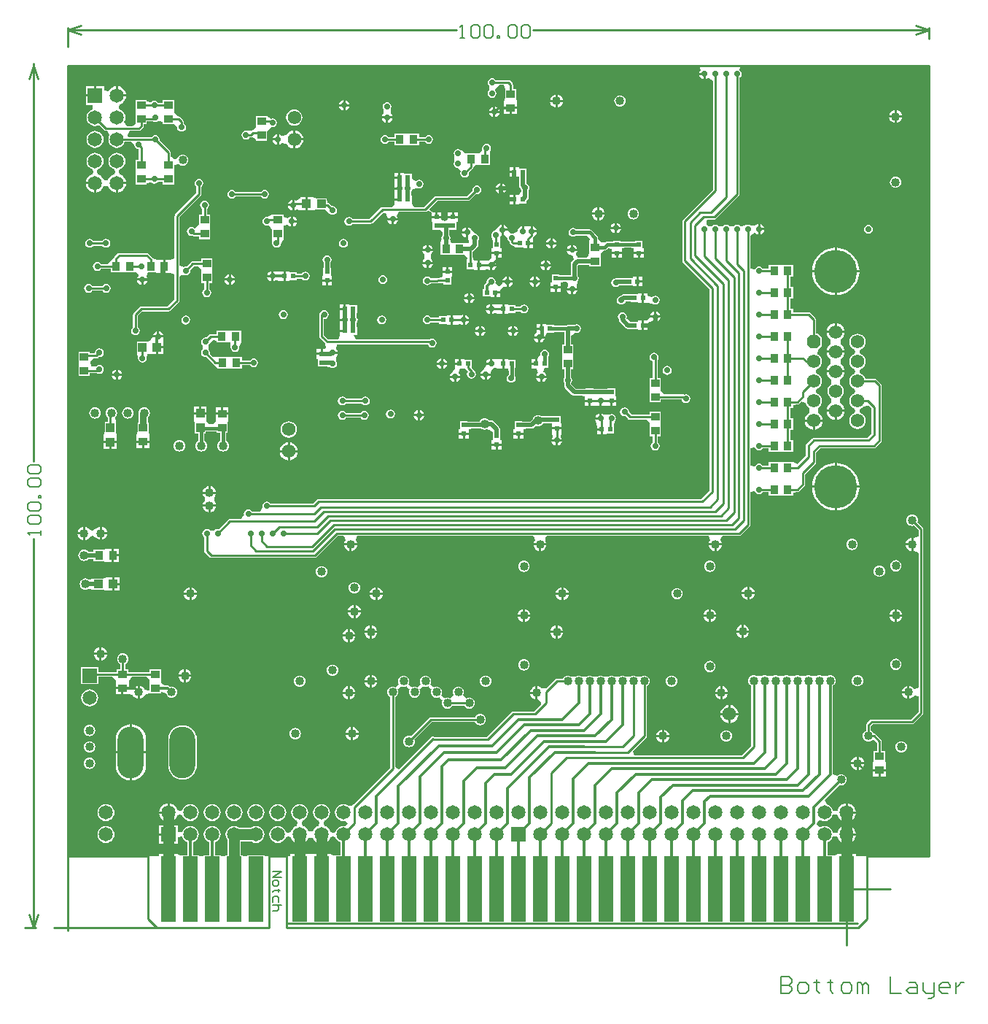
<source format=gbl>
G04*
G04 #@! TF.GenerationSoftware,Altium Limited,CircuitStudio,1.5.2 (30)*
G04*
G04 Layer_Physical_Order=4*
G04 Layer_Color=16711680*
%FSLAX25Y25*%
%MOIN*%
G70*
G01*
G75*
%ADD10R,0.02362X0.02362*%
%ADD11R,0.06500X0.30000*%
%ADD12R,0.03740X0.03937*%
%ADD20R,0.03937X0.03740*%
%ADD38C,0.01000*%
%ADD39C,0.05000*%
%ADD40C,0.01200*%
%ADD41C,0.03000*%
%ADD43C,0.02000*%
%ADD44C,0.01500*%
%ADD45C,0.00800*%
%ADD46C,0.00600*%
%ADD47C,0.06500*%
%ADD48R,0.06500X0.06500*%
%ADD49O,0.11811X0.23622*%
%ADD50C,0.06200*%
%ADD51P,0.06711X8X292.5*%
%ADD52C,0.19667*%
%ADD53C,0.02800*%
%ADD54C,0.04000*%
%ADD68R,0.03937X0.03937*%
%ADD69R,0.03937X0.03937*%
%ADD70R,0.02362X0.02362*%
G36*
X702500Y1167500D02*
X669250D01*
Y1168500D01*
X665500D01*
Y1152500D01*
X664500D01*
Y1168500D01*
X660750D01*
Y1168341D01*
X658850Y1168100D01*
X658850Y1168100D01*
X658850Y1168100D01*
X656223D01*
Y1173840D01*
X656942Y1174137D01*
X657746Y1174754D01*
X658363Y1175558D01*
X658751Y1176495D01*
X658790Y1176789D01*
X660807Y1176789D01*
X660859Y1176390D01*
X661288Y1175357D01*
X661969Y1174469D01*
X662857Y1173788D01*
X663891Y1173359D01*
X664500Y1173279D01*
Y1177500D01*
X665000D01*
Y1178000D01*
X669221D01*
X669141Y1178609D01*
X668712Y1179643D01*
X668031Y1180531D01*
X667143Y1181212D01*
X666528Y1181467D01*
X666421Y1181951D01*
Y1183049D01*
X666528Y1183533D01*
X667143Y1183788D01*
X668031Y1184469D01*
X668712Y1185357D01*
X669141Y1186390D01*
X669221Y1187000D01*
X665000D01*
Y1187500D01*
X664500D01*
Y1191721D01*
X663891Y1191641D01*
X662857Y1191212D01*
X661969Y1190531D01*
X661288Y1189643D01*
X660859Y1188610D01*
X660807Y1188211D01*
X658790Y1188211D01*
X658751Y1188505D01*
X658363Y1189442D01*
X657746Y1190246D01*
X656942Y1190863D01*
X656005Y1191251D01*
X655832Y1191274D01*
X655036Y1193306D01*
X661733Y1200003D01*
X661821Y1199967D01*
X662500Y1199877D01*
X663179Y1199967D01*
X663811Y1200229D01*
X664354Y1200646D01*
X664771Y1201189D01*
X665033Y1201821D01*
X665122Y1202500D01*
X665033Y1203179D01*
X664771Y1203811D01*
X664354Y1204354D01*
X663811Y1204771D01*
X663179Y1205033D01*
X662500Y1205122D01*
X661821Y1205033D01*
X661189Y1204771D01*
X660646Y1204354D01*
X658892Y1204987D01*
X658723Y1205135D01*
Y1245442D01*
X658811Y1245479D01*
X659354Y1245896D01*
X659771Y1246439D01*
X660033Y1247071D01*
X660122Y1247750D01*
X660033Y1248429D01*
X659771Y1249061D01*
X659354Y1249604D01*
X658811Y1250021D01*
X658179Y1250283D01*
X658075Y1250297D01*
X657500Y1250372D01*
X657500Y1250372D01*
X656821Y1250283D01*
X656189Y1250021D01*
Y1250021D01*
X656189Y1250021D01*
D01*
X655000Y1249793D01*
X653811Y1250021D01*
X653811D01*
Y1250021D01*
X653811Y1250021D01*
X653179Y1250283D01*
X652823Y1250330D01*
X652500Y1250372D01*
X652177Y1250330D01*
X651821Y1250283D01*
X651189Y1250021D01*
Y1250021D01*
X651189Y1250021D01*
D01*
X650000Y1249793D01*
X648811Y1250021D01*
X648811D01*
Y1250021D01*
X648811Y1250021D01*
X648179Y1250283D01*
X647823Y1250330D01*
X647500Y1250372D01*
X647177Y1250330D01*
X646821Y1250283D01*
X646189Y1250021D01*
Y1250021D01*
X646189Y1250021D01*
D01*
X645000Y1249793D01*
X643811Y1250021D01*
X643811D01*
Y1250021D01*
X643811Y1250021D01*
X643179Y1250283D01*
X642823Y1250330D01*
X642500Y1250372D01*
X642177Y1250330D01*
X641821Y1250283D01*
X641189Y1250021D01*
Y1250021D01*
X641189Y1250021D01*
D01*
X640000Y1249793D01*
X638811Y1250021D01*
X638811D01*
Y1250021D01*
X638811Y1250021D01*
X638179Y1250283D01*
X637823Y1250330D01*
X637500Y1250372D01*
X637177Y1250330D01*
X636821Y1250283D01*
X636189Y1250021D01*
Y1250021D01*
X636189Y1250021D01*
D01*
X635000Y1249793D01*
X633811Y1250021D01*
X633811D01*
Y1250021D01*
X633811Y1250021D01*
X633179Y1250283D01*
X632823Y1250330D01*
X632500Y1250372D01*
X632177Y1250330D01*
X631821Y1250283D01*
X631189Y1250021D01*
Y1250021D01*
X631189Y1250021D01*
D01*
X630000Y1249793D01*
X628811Y1250021D01*
X628811D01*
Y1250021D01*
X628811Y1250021D01*
X628179Y1250283D01*
X627823Y1250330D01*
X627500Y1250372D01*
X627177Y1250330D01*
X626821Y1250283D01*
X626189Y1250021D01*
Y1250021D01*
X626189Y1250021D01*
D01*
X625000Y1249793D01*
X623811Y1250021D01*
X623811D01*
Y1250021D01*
X623811Y1250021D01*
X623179Y1250283D01*
X622500Y1250372D01*
X622500Y1250372D01*
X621925Y1250297D01*
X621821Y1250283D01*
X621189Y1250021D01*
X620646Y1249604D01*
X620229Y1249061D01*
X619967Y1248429D01*
X619877Y1247750D01*
X619967Y1247071D01*
X620229Y1246439D01*
X620646Y1245896D01*
X621189Y1245479D01*
X621378Y1245400D01*
Y1217964D01*
X617035Y1213622D01*
X568036D01*
X567208Y1215621D01*
X573293Y1221707D01*
X573293Y1221707D01*
X573536Y1222071D01*
X573622Y1222500D01*
Y1245150D01*
X573811Y1245229D01*
X574354Y1245646D01*
X574771Y1246189D01*
X575033Y1246821D01*
X575122Y1247500D01*
X575033Y1248179D01*
X574771Y1248811D01*
X574354Y1249354D01*
X573811Y1249771D01*
X573179Y1250033D01*
X573074Y1250047D01*
X572500Y1250122D01*
X572500Y1250122D01*
X571821Y1250033D01*
X571189Y1249771D01*
Y1249771D01*
X571189Y1249771D01*
D01*
X570000Y1249543D01*
X568811Y1249771D01*
X568811D01*
Y1249771D01*
X568811Y1249771D01*
X568179Y1250033D01*
X567823Y1250080D01*
X567500Y1250122D01*
X567177Y1250080D01*
X566821Y1250033D01*
X566189Y1249771D01*
Y1249771D01*
X566189Y1249771D01*
D01*
X565000Y1249543D01*
X563811Y1249771D01*
X563811D01*
Y1249771D01*
X563811Y1249771D01*
X563179Y1250033D01*
X562823Y1250080D01*
X562500Y1250122D01*
X562177Y1250080D01*
X561821Y1250033D01*
X561189Y1249771D01*
Y1249771D01*
X561189Y1249771D01*
D01*
X560000Y1249543D01*
X558811Y1249771D01*
X558811D01*
Y1249771D01*
X558811Y1249771D01*
X558179Y1250033D01*
X557823Y1250080D01*
X557500Y1250122D01*
X557177Y1250080D01*
X556821Y1250033D01*
X556189Y1249771D01*
Y1249771D01*
X556189Y1249771D01*
D01*
X555000Y1249543D01*
X553811Y1249771D01*
X553811D01*
Y1249771D01*
X553811Y1249771D01*
X553179Y1250033D01*
X552823Y1250080D01*
X552500Y1250122D01*
X552177Y1250080D01*
X551821Y1250033D01*
X551189Y1249771D01*
Y1249771D01*
X551189Y1249771D01*
D01*
X550000Y1249543D01*
X548811Y1249771D01*
X548811D01*
Y1249771D01*
X548811Y1249771D01*
X548179Y1250033D01*
X547823Y1250080D01*
X547500Y1250122D01*
X547177Y1250080D01*
X546821Y1250033D01*
X546189Y1249771D01*
Y1249771D01*
X546189Y1249771D01*
D01*
X545000Y1249543D01*
X543811Y1249771D01*
X543811D01*
Y1249771D01*
X543811Y1249771D01*
X543179Y1250033D01*
X542823Y1250080D01*
X542500Y1250122D01*
X542177Y1250080D01*
X541821Y1250033D01*
X541189Y1249771D01*
Y1249771D01*
X541189Y1249771D01*
D01*
X540000Y1249543D01*
X538811Y1249771D01*
X538811D01*
Y1249771D01*
X538811Y1249771D01*
X538179Y1250033D01*
X537500Y1250122D01*
X537500Y1250122D01*
X536925Y1250047D01*
X536821Y1250033D01*
X536189Y1249771D01*
X535646Y1249354D01*
X535229Y1248811D01*
X535150Y1248621D01*
X532500D01*
X532500Y1248621D01*
X532071Y1248536D01*
X531707Y1248293D01*
X531707Y1248293D01*
X527819Y1244405D01*
X527481Y1244291D01*
X525439Y1244390D01*
X525439Y1244390D01*
X525228Y1244551D01*
X524812Y1244870D01*
X524082Y1245173D01*
X523799Y1245210D01*
Y1242250D01*
Y1239290D01*
X524082Y1239327D01*
X525255Y1237714D01*
X525338Y1237411D01*
X525169Y1236755D01*
X522035Y1233622D01*
X512500D01*
X512500Y1233622D01*
X512071Y1233536D01*
X511707Y1233293D01*
X511707Y1233293D01*
X500535Y1222122D01*
X476481D01*
X476468Y1222130D01*
X476000Y1222223D01*
X475532Y1222130D01*
X475135Y1221865D01*
X460549Y1207280D01*
X460421Y1207294D01*
X458622Y1208180D01*
Y1240150D01*
X458811Y1240229D01*
X459354Y1240646D01*
X459771Y1241189D01*
X460033Y1241821D01*
X460122Y1242500D01*
X460033Y1243179D01*
X459998Y1243263D01*
D01*
X459771Y1243811D01*
X459796Y1243836D01*
X459875Y1243915D01*
X460009Y1244049D01*
X460951Y1244991D01*
X461085Y1245125D01*
X461165Y1245205D01*
X461189Y1245229D01*
X461737Y1245002D01*
X461737Y1245002D01*
X461821Y1244967D01*
X462500Y1244878D01*
X463179Y1244967D01*
X463263Y1245002D01*
D01*
X463811Y1245229D01*
X463835Y1245205D01*
X463915Y1245125D01*
X464049Y1244991D01*
X464991Y1244049D01*
X465125Y1243915D01*
X465204Y1243836D01*
X465229Y1243811D01*
X465002Y1243263D01*
X465002Y1243263D01*
X464967Y1243179D01*
X464878Y1242500D01*
X464967Y1241821D01*
X465229Y1241189D01*
X465646Y1240646D01*
X466189Y1240229D01*
X466821Y1239967D01*
X467500Y1239878D01*
X468179Y1239967D01*
X468811Y1240229D01*
X469354Y1240646D01*
X469771Y1241189D01*
X470033Y1241821D01*
X470122Y1242500D01*
X470033Y1243179D01*
X469998Y1243263D01*
D01*
X469771Y1243811D01*
X469796Y1243836D01*
X469875Y1243915D01*
X470009Y1244049D01*
X470951Y1244991D01*
X471085Y1245125D01*
X471165Y1245205D01*
X471189Y1245229D01*
X471737Y1245002D01*
X471737Y1245002D01*
X471821Y1244967D01*
X472500Y1244878D01*
X473179Y1244967D01*
X473263Y1245002D01*
D01*
X473811Y1245229D01*
X473836Y1245205D01*
X473915Y1245125D01*
X474049Y1244991D01*
X474991Y1244049D01*
X475125Y1243915D01*
X475205Y1243836D01*
X475229Y1243811D01*
X475002Y1243263D01*
X475002Y1243263D01*
X474967Y1243179D01*
X474878Y1242500D01*
X474967Y1241821D01*
X475229Y1241189D01*
X475646Y1240646D01*
X476189Y1240229D01*
X476821Y1239967D01*
X477500Y1239878D01*
X478179Y1239967D01*
X478263Y1240002D01*
X478263Y1240002D01*
X478811Y1240229D01*
X478835Y1240205D01*
X478915Y1240125D01*
X479049Y1239991D01*
X479991Y1239049D01*
X480125Y1238915D01*
X480204Y1238836D01*
X480229Y1238811D01*
X480002Y1238263D01*
D01*
X479967Y1238179D01*
X479878Y1237500D01*
X479967Y1236821D01*
X480229Y1236189D01*
X480646Y1235646D01*
X481189Y1235229D01*
X481821Y1234967D01*
X482500Y1234877D01*
X483179Y1234967D01*
X483811Y1235229D01*
X484354Y1235646D01*
X484771Y1236189D01*
X484850Y1236378D01*
X490150D01*
X490229Y1236189D01*
X490646Y1235646D01*
X491189Y1235229D01*
X491821Y1234967D01*
X492500Y1234877D01*
X493179Y1234967D01*
X493811Y1235229D01*
X494354Y1235646D01*
X494771Y1236189D01*
X495033Y1236821D01*
X495122Y1237500D01*
X495033Y1238179D01*
X494771Y1238811D01*
X494354Y1239354D01*
X493811Y1239771D01*
X493179Y1240033D01*
X492500Y1240122D01*
X491821Y1240033D01*
X491189Y1239771D01*
X489771Y1241189D01*
X490033Y1241821D01*
X490122Y1242500D01*
X490033Y1243179D01*
X489771Y1243811D01*
X489354Y1244354D01*
X488811Y1244771D01*
X488179Y1245033D01*
X487500Y1245122D01*
X486821Y1245033D01*
X486189Y1244771D01*
X485646Y1244354D01*
X485229Y1243811D01*
X484967Y1243179D01*
X484877Y1242500D01*
X484967Y1241821D01*
X485229Y1241189D01*
X483811Y1239771D01*
X483179Y1240033D01*
X482500Y1240122D01*
X481821Y1240033D01*
X481737Y1239998D01*
X481737Y1239998D01*
X481189Y1239771D01*
X481164Y1239795D01*
X481085Y1239875D01*
X480951Y1240009D01*
X480009Y1240951D01*
X479875Y1241085D01*
X479796Y1241164D01*
X479771Y1241189D01*
X479998Y1241737D01*
D01*
X480033Y1241821D01*
X480122Y1242500D01*
X480033Y1243179D01*
X479771Y1243811D01*
X479354Y1244354D01*
X478811Y1244771D01*
X478179Y1245033D01*
X477500Y1245122D01*
X476821Y1245033D01*
X476737Y1244998D01*
D01*
X476189Y1244771D01*
X476164Y1244796D01*
X476085Y1244875D01*
X475951Y1245009D01*
X475009Y1245951D01*
X474875Y1246085D01*
X474795Y1246165D01*
X474771Y1246189D01*
X474998Y1246737D01*
X474998Y1246737D01*
X475033Y1246821D01*
X475122Y1247500D01*
X475033Y1248179D01*
X474771Y1248811D01*
X474354Y1249354D01*
X473811Y1249771D01*
X473179Y1250033D01*
X472500Y1250122D01*
X471821Y1250033D01*
X471189Y1249771D01*
X470646Y1249354D01*
X470229Y1248811D01*
X469967Y1248179D01*
X469878Y1247500D01*
X469967Y1246821D01*
X470002Y1246737D01*
D01*
X470229Y1246189D01*
X470204Y1246165D01*
X470125Y1246085D01*
X469991Y1245951D01*
X469049Y1245009D01*
X468915Y1244875D01*
X468835Y1244795D01*
X468811Y1244771D01*
X468263Y1244998D01*
X468263Y1244998D01*
X468179Y1245033D01*
X467500Y1245122D01*
X466821Y1245033D01*
X466737Y1244998D01*
D01*
X466189Y1244771D01*
X466164Y1244796D01*
X466085Y1244875D01*
X465951Y1245009D01*
X465009Y1245951D01*
X464875Y1246085D01*
X464795Y1246165D01*
X464771Y1246189D01*
X464998Y1246737D01*
X464998Y1246737D01*
X465033Y1246821D01*
X465122Y1247500D01*
X465033Y1248179D01*
X464771Y1248811D01*
X464354Y1249354D01*
X463811Y1249771D01*
X463179Y1250033D01*
X462500Y1250122D01*
X461821Y1250033D01*
X461189Y1249771D01*
X460646Y1249354D01*
X460229Y1248811D01*
X459967Y1248179D01*
X459878Y1247500D01*
X459967Y1246821D01*
X460002Y1246737D01*
D01*
X460229Y1246189D01*
X460205Y1246165D01*
X460125Y1246085D01*
X459991Y1245951D01*
X459049Y1245009D01*
X458915Y1244875D01*
X458836Y1244795D01*
X458811Y1244771D01*
X458263Y1244998D01*
X458263Y1244998D01*
X458179Y1245033D01*
X457500Y1245122D01*
X456821Y1245033D01*
X456189Y1244771D01*
X455646Y1244354D01*
X455229Y1243811D01*
X454967Y1243179D01*
X454878Y1242500D01*
X454967Y1241821D01*
X455229Y1241189D01*
X455646Y1240646D01*
X456189Y1240229D01*
X456378Y1240150D01*
Y1207965D01*
X439569Y1191155D01*
X438813Y1190778D01*
X437462Y1190726D01*
X437002Y1190817D01*
X436942Y1190863D01*
X436005Y1191251D01*
X435000Y1191383D01*
X433995Y1191251D01*
X433058Y1190863D01*
X432254Y1190246D01*
X431637Y1189442D01*
X431249Y1188505D01*
X431117Y1187500D01*
X431249Y1186495D01*
X431637Y1185558D01*
X432254Y1184754D01*
X433058Y1184137D01*
X433995Y1183749D01*
X435000Y1183617D01*
X436005Y1183749D01*
X437048Y1182567D01*
X436766Y1182211D01*
X435507Y1181316D01*
X435000Y1181383D01*
X433995Y1181251D01*
X433058Y1180863D01*
X432348Y1180318D01*
X432254Y1180246D01*
X432254Y1180246D01*
X431637Y1179442D01*
X431463Y1179022D01*
X431344Y1178734D01*
X430219Y1178404D01*
X429085Y1178744D01*
X428932Y1179114D01*
X428712Y1179643D01*
X428161Y1180362D01*
X428031Y1180531D01*
X427862Y1180661D01*
X427143Y1181212D01*
X426615Y1181431D01*
X426244Y1181585D01*
X425904Y1182719D01*
X426234Y1183844D01*
X426522Y1183963D01*
X426942Y1184137D01*
X427746Y1184754D01*
X427746Y1184754D01*
X427818Y1184848D01*
X428363Y1185558D01*
X428751Y1186495D01*
X428883Y1187500D01*
X428751Y1188505D01*
X428363Y1189442D01*
X427746Y1190246D01*
X426942Y1190863D01*
X426005Y1191251D01*
X425000Y1191383D01*
X423995Y1191251D01*
X423058Y1190863D01*
X422254Y1190246D01*
X421637Y1189442D01*
X421249Y1188505D01*
X421117Y1187500D01*
X421249Y1186495D01*
X421637Y1185558D01*
X422182Y1184848D01*
X422254Y1184754D01*
X422254Y1184754D01*
X423058Y1184137D01*
X423478Y1183963D01*
X423766Y1183844D01*
X424096Y1182719D01*
X423756Y1181585D01*
X423385Y1181431D01*
X422857Y1181212D01*
X422138Y1180661D01*
X421969Y1180531D01*
X421288Y1179643D01*
X421033Y1179028D01*
X420549Y1178921D01*
X419451D01*
X418967Y1179028D01*
X418712Y1179643D01*
X418031Y1180531D01*
X417862Y1180661D01*
X417143Y1181212D01*
X416614Y1181431D01*
X416244Y1181585D01*
X415904Y1182719D01*
X416234Y1183844D01*
X416522Y1183963D01*
X416942Y1184137D01*
X417746Y1184754D01*
X417746Y1184754D01*
X417818Y1184848D01*
X418363Y1185558D01*
X418751Y1186495D01*
X418883Y1187500D01*
X418751Y1188505D01*
X418363Y1189442D01*
X417746Y1190246D01*
X416942Y1190863D01*
X416005Y1191251D01*
X415000Y1191383D01*
X413995Y1191251D01*
X413058Y1190863D01*
X412254Y1190246D01*
X411637Y1189442D01*
X411249Y1188505D01*
X411117Y1187500D01*
X411249Y1186495D01*
X411637Y1185558D01*
X412182Y1184848D01*
X412254Y1184754D01*
X412254Y1184754D01*
X413058Y1184137D01*
X413478Y1183963D01*
X413766Y1183844D01*
X414096Y1182719D01*
X413756Y1181585D01*
X413385Y1181431D01*
X412857Y1181212D01*
X412138Y1180661D01*
X411969Y1180531D01*
X411839Y1180362D01*
X411288Y1179643D01*
X411069Y1179115D01*
X410915Y1178744D01*
X409781Y1178404D01*
X408656Y1178734D01*
X408537Y1179022D01*
X408363Y1179442D01*
X407746Y1180246D01*
X407746Y1180246D01*
X407652Y1180318D01*
X406942Y1180863D01*
X406005Y1181251D01*
X405000Y1181383D01*
X403995Y1181251D01*
X403058Y1180863D01*
X402254Y1180246D01*
X401637Y1179442D01*
X401249Y1178505D01*
X401117Y1177500D01*
X401249Y1176495D01*
X401637Y1175558D01*
X402254Y1174754D01*
X403058Y1174137D01*
X403995Y1173749D01*
X405000Y1173617D01*
X406005Y1173749D01*
X406942Y1174137D01*
X407652Y1174682D01*
X407746Y1174754D01*
X407746Y1174754D01*
X408363Y1175558D01*
X408537Y1175978D01*
X408656Y1176266D01*
X409781Y1176596D01*
X410915Y1176256D01*
X411069Y1175885D01*
X411288Y1175357D01*
X411839Y1174638D01*
X411969Y1174469D01*
X412857Y1173788D01*
X413891Y1173359D01*
X414500Y1173279D01*
Y1177500D01*
X415500D01*
Y1173279D01*
X416110Y1173359D01*
X417143Y1173788D01*
X418031Y1174469D01*
X418712Y1175357D01*
X418967Y1175972D01*
X419451Y1176079D01*
X420549D01*
X421033Y1175972D01*
X421288Y1175357D01*
X421969Y1174469D01*
X422857Y1173788D01*
X423890Y1173359D01*
X424500Y1173279D01*
Y1177500D01*
X425500D01*
Y1173279D01*
X426110Y1173359D01*
X427143Y1173788D01*
X428031Y1174469D01*
X428161Y1174638D01*
X428712Y1175357D01*
X428932Y1175886D01*
X429085Y1176256D01*
X430219Y1176596D01*
X431344Y1176266D01*
X431463Y1175978D01*
X431637Y1175558D01*
X432254Y1174754D01*
X432254Y1174754D01*
X432348Y1174682D01*
X433058Y1174137D01*
X433777Y1173840D01*
Y1168100D01*
X431150D01*
X431150Y1168100D01*
Y1168100D01*
X429250Y1168341D01*
Y1168500D01*
X425500D01*
Y1152500D01*
X424500D01*
Y1168500D01*
X420750D01*
Y1168500D01*
X419250D01*
Y1168500D01*
X415500D01*
Y1152500D01*
X414500D01*
Y1168500D01*
X410750D01*
Y1167500D01*
X398850D01*
Y1168100D01*
X391150D01*
Y1167500D01*
X388850D01*
Y1168100D01*
X388127D01*
Y1174373D01*
X392751D01*
X393058Y1174137D01*
X393995Y1173749D01*
X395000Y1173617D01*
X396005Y1173749D01*
X396942Y1174137D01*
X397746Y1174754D01*
X398363Y1175558D01*
X398751Y1176495D01*
X398883Y1177500D01*
X398751Y1178505D01*
X398363Y1179442D01*
X397746Y1180246D01*
X396942Y1180863D01*
X396005Y1181251D01*
X395000Y1181383D01*
X393995Y1181251D01*
X393058Y1180863D01*
X392751Y1180627D01*
X387249D01*
X386942Y1180863D01*
X386005Y1181251D01*
X385000Y1181383D01*
X383995Y1181251D01*
X383058Y1180863D01*
X382254Y1180246D01*
X381637Y1179442D01*
X381249Y1178505D01*
X381117Y1177500D01*
X381249Y1176495D01*
X381637Y1175558D01*
X381873Y1175251D01*
Y1168100D01*
X381150D01*
Y1167500D01*
X378850D01*
Y1168100D01*
X376223D01*
Y1173840D01*
X376942Y1174137D01*
X377746Y1174754D01*
X378363Y1175558D01*
X378751Y1176495D01*
X378883Y1177500D01*
X378751Y1178505D01*
X378363Y1179442D01*
X377746Y1180246D01*
X376942Y1180863D01*
X376005Y1181251D01*
X375000Y1181383D01*
X373995Y1181251D01*
X373058Y1180863D01*
X372254Y1180246D01*
X371637Y1179442D01*
X371249Y1178505D01*
X371117Y1177500D01*
X371249Y1176495D01*
X371637Y1175558D01*
X372254Y1174754D01*
X373058Y1174137D01*
X373777Y1173840D01*
Y1168100D01*
X371150D01*
Y1167500D01*
X368850D01*
Y1168100D01*
X366224D01*
Y1173840D01*
X366942Y1174137D01*
X367746Y1174754D01*
X368363Y1175558D01*
X368751Y1176495D01*
X368883Y1177500D01*
X368751Y1178505D01*
X368363Y1179442D01*
X367746Y1180246D01*
X366942Y1180863D01*
X366005Y1181251D01*
X365000Y1181383D01*
X363995Y1181251D01*
X363058Y1180863D01*
X362254Y1180246D01*
X361637Y1179442D01*
X361249Y1178505D01*
X359250Y1178643D01*
Y1181750D01*
X357450D01*
X357052Y1183750D01*
X357143Y1183788D01*
X358031Y1184469D01*
X358161Y1184638D01*
X358712Y1185357D01*
X358931Y1185886D01*
X359085Y1186256D01*
X360219Y1186596D01*
X361344Y1186266D01*
X361463Y1185978D01*
X361637Y1185558D01*
X362254Y1184754D01*
X362254Y1184754D01*
X362348Y1184682D01*
X363058Y1184137D01*
X363995Y1183749D01*
X365000Y1183617D01*
X366005Y1183749D01*
X366942Y1184137D01*
X367746Y1184754D01*
X368363Y1185558D01*
X368751Y1186495D01*
X368883Y1187500D01*
X368751Y1188505D01*
X368363Y1189442D01*
X367746Y1190246D01*
X366942Y1190863D01*
X366005Y1191251D01*
X365000Y1191383D01*
X363995Y1191251D01*
X363058Y1190863D01*
X362348Y1190318D01*
X362254Y1190246D01*
X362254Y1190246D01*
X361637Y1189442D01*
X361463Y1189022D01*
X361344Y1188734D01*
X360219Y1188404D01*
X359085Y1188744D01*
X358931Y1189114D01*
X358712Y1189643D01*
X358161Y1190362D01*
X358031Y1190531D01*
X357143Y1191212D01*
X356109Y1191641D01*
X355500Y1191721D01*
Y1187500D01*
X355000D01*
Y1187000D01*
X350779D01*
X350859Y1186390D01*
X351288Y1185357D01*
X351969Y1184469D01*
X352857Y1183788D01*
X352947Y1183750D01*
X352550Y1181750D01*
X350750D01*
Y1178000D01*
X355000D01*
Y1177500D01*
X355500D01*
Y1173250D01*
X359250D01*
Y1176357D01*
X361249Y1176495D01*
X361637Y1175558D01*
X362254Y1174754D01*
X363058Y1174137D01*
X363776Y1173840D01*
Y1168100D01*
X361150D01*
X361150Y1168100D01*
Y1168100D01*
X359250Y1168341D01*
Y1168500D01*
X355500D01*
Y1152500D01*
X354500D01*
Y1168500D01*
X350750D01*
Y1167500D01*
X308937D01*
Y1528701D01*
X597796D01*
X598402Y1526701D01*
X598270Y1526612D01*
X597739Y1525818D01*
X597652Y1525382D01*
X600000D01*
Y1524882D01*
X600500D01*
Y1522534D01*
X600936Y1522621D01*
X601464Y1522974D01*
X602015Y1523097D01*
X603878Y1521779D01*
Y1471964D01*
X590207Y1458293D01*
X589964Y1457929D01*
X589878Y1457500D01*
X589878Y1457500D01*
Y1439500D01*
X589878Y1439500D01*
X589964Y1439071D01*
X590207Y1438707D01*
X602378Y1426535D01*
Y1334464D01*
X598535Y1330622D01*
X423500D01*
X423500Y1330622D01*
X423071Y1330536D01*
X422707Y1330293D01*
X422707Y1330293D01*
X421035Y1328621D01*
X401656D01*
X401442Y1328942D01*
X400780Y1329384D01*
X400000Y1329539D01*
X399220Y1329384D01*
X398558Y1328942D01*
X398116Y1328280D01*
X397961Y1327500D01*
X398036Y1327122D01*
X397290Y1325732D01*
X396778Y1325121D01*
X393156D01*
X392942Y1325442D01*
X392280Y1325884D01*
X391500Y1326039D01*
X390720Y1325884D01*
X390058Y1325442D01*
X389616Y1324780D01*
X389461Y1324000D01*
X389536Y1323621D01*
X388790Y1322232D01*
X388278Y1321622D01*
X383000D01*
X382571Y1321536D01*
X382207Y1321293D01*
X382207Y1321293D01*
X377878Y1316964D01*
X377500Y1317039D01*
X376720Y1316884D01*
X376131Y1316491D01*
X376011Y1316442D01*
X373989D01*
X373868Y1316491D01*
X373280Y1316884D01*
X372500Y1317039D01*
X371720Y1316884D01*
X371058Y1316442D01*
X370616Y1315780D01*
X370461Y1315000D01*
X370616Y1314220D01*
X371058Y1313558D01*
X371378Y1313344D01*
Y1307000D01*
X371378Y1307000D01*
X371464Y1306571D01*
X371707Y1306207D01*
X373707Y1304207D01*
X373707Y1304207D01*
X374071Y1303964D01*
X374500Y1303878D01*
X374500Y1303878D01*
X422000D01*
X422000Y1303878D01*
X422429Y1303964D01*
X422793Y1304207D01*
X432465Y1313878D01*
X435140D01*
X435711Y1312905D01*
X435959Y1311878D01*
X435679Y1311513D01*
X435376Y1310783D01*
X435339Y1310500D01*
X441259D01*
X441222Y1310783D01*
X440920Y1311513D01*
X440639Y1311878D01*
X440887Y1312905D01*
X441458Y1313878D01*
X521691D01*
X522262Y1312905D01*
X522510Y1311878D01*
X522230Y1311513D01*
X521928Y1310783D01*
X521890Y1310500D01*
X527810D01*
X527773Y1310783D01*
X527471Y1311513D01*
X527190Y1311878D01*
X527439Y1312905D01*
X528009Y1313878D01*
X601841D01*
X602412Y1312905D01*
X602660Y1311878D01*
X602380Y1311513D01*
X602077Y1310783D01*
X602040Y1310500D01*
X607960D01*
X607923Y1310783D01*
X607620Y1311513D01*
X607340Y1311878D01*
X607588Y1312905D01*
X608159Y1313878D01*
X616000D01*
X616000Y1313878D01*
X616429Y1313964D01*
X616793Y1314207D01*
X620793Y1318207D01*
X620793Y1318207D01*
X621036Y1318571D01*
X621122Y1319000D01*
Y1333995D01*
X623116Y1334220D01*
X623558Y1333558D01*
X624220Y1333116D01*
X625000Y1332961D01*
X625780Y1333116D01*
X626442Y1333558D01*
X626656Y1333878D01*
X629380D01*
Y1332432D01*
X633679D01*
X634320Y1332431D01*
X635000D01*
X635679D01*
X636320Y1332432D01*
X640620D01*
Y1333589D01*
X642500Y1333878D01*
X642500D01*
Y1333878D01*
Y1333878D01*
X642929Y1333964D01*
X643293Y1334207D01*
X643293Y1334207D01*
X644050Y1334964D01*
X645793Y1336707D01*
X645793Y1336707D01*
X646036Y1337071D01*
X646122Y1337500D01*
Y1342035D01*
X650793Y1346707D01*
X650793Y1346707D01*
X651036Y1347071D01*
X651122Y1347500D01*
X651122Y1347500D01*
Y1352035D01*
X652964Y1353878D01*
X677500D01*
X677500Y1353878D01*
X677929Y1353964D01*
X678293Y1354207D01*
X680793Y1356707D01*
X680793Y1356707D01*
X681036Y1357071D01*
X681121Y1357500D01*
Y1382500D01*
X681121Y1382500D01*
X681036Y1382929D01*
X680793Y1383293D01*
X680793Y1383293D01*
X678793Y1385293D01*
X678429Y1385536D01*
X678000Y1385621D01*
X678000Y1385621D01*
X673540D01*
X673232Y1386366D01*
X672639Y1387139D01*
X671866Y1387732D01*
X671312Y1387961D01*
X671126Y1389000D01*
X671312Y1390038D01*
X671866Y1390268D01*
X672639Y1390861D01*
X673232Y1391634D01*
X673605Y1392534D01*
X673732Y1393500D01*
X673605Y1394466D01*
X673232Y1395366D01*
X672639Y1396139D01*
X671866Y1396732D01*
X671312Y1396961D01*
X671126Y1398000D01*
X671312Y1399039D01*
X671866Y1399268D01*
X672639Y1399861D01*
X673232Y1400634D01*
X673605Y1401534D01*
X673732Y1402500D01*
X673605Y1403466D01*
X673232Y1404366D01*
X672639Y1405139D01*
X671866Y1405732D01*
X670966Y1406105D01*
X670000Y1406232D01*
X669034Y1406105D01*
X668134Y1405732D01*
X667361Y1405139D01*
X666768Y1404366D01*
X666395Y1403466D01*
X666268Y1402500D01*
X666395Y1401534D01*
X666768Y1400634D01*
X667361Y1399861D01*
X668134Y1399268D01*
X668688Y1399039D01*
X668874Y1398000D01*
X668688Y1396961D01*
X668134Y1396732D01*
X667361Y1396139D01*
X666768Y1395366D01*
X666395Y1394466D01*
X666268Y1393500D01*
X666395Y1392534D01*
X666768Y1391634D01*
X667361Y1390861D01*
X668134Y1390268D01*
X668688Y1390038D01*
X668874Y1389000D01*
X668688Y1387961D01*
X668134Y1387732D01*
X667361Y1387139D01*
X666768Y1386366D01*
X666395Y1385466D01*
X666268Y1384500D01*
X666395Y1383534D01*
X666768Y1382634D01*
X667361Y1381861D01*
X668134Y1381268D01*
X668688Y1381038D01*
X668874Y1380000D01*
X668688Y1378961D01*
X668134Y1378732D01*
X667361Y1378139D01*
X666768Y1377366D01*
X666395Y1376466D01*
X666268Y1375500D01*
X666395Y1374534D01*
X666768Y1373634D01*
X667361Y1372861D01*
X668134Y1372268D01*
X668688Y1372038D01*
X668874Y1371000D01*
X668688Y1369961D01*
X668134Y1369732D01*
X667361Y1369139D01*
X666768Y1368366D01*
X666395Y1367466D01*
X666268Y1366500D01*
X666395Y1365534D01*
X666768Y1364634D01*
X667361Y1363861D01*
X668134Y1363268D01*
X669034Y1362895D01*
X670000Y1362768D01*
X670966Y1362895D01*
X671866Y1363268D01*
X672639Y1363861D01*
X673232Y1364634D01*
X673605Y1365534D01*
X673732Y1366500D01*
X673605Y1367466D01*
X673232Y1368366D01*
X672639Y1369139D01*
X671866Y1369732D01*
X671312Y1369961D01*
X671126Y1371000D01*
X671312Y1372038D01*
X671866Y1372268D01*
X672639Y1372861D01*
X672676Y1372909D01*
X674780Y1373294D01*
X675216Y1373198D01*
X676378Y1372035D01*
Y1360464D01*
X674535Y1358622D01*
X650000D01*
X649571Y1358536D01*
X649207Y1358293D01*
X649207Y1358293D01*
X646707Y1355793D01*
X646464Y1355429D01*
X646378Y1355000D01*
X646378Y1355000D01*
Y1350465D01*
X642620Y1346706D01*
X640620Y1347532D01*
Y1347568D01*
X636320D01*
X635679Y1347569D01*
X635000D01*
X634320D01*
X633679Y1347568D01*
X629380D01*
Y1346122D01*
X626656D01*
X626442Y1346442D01*
X625780Y1346884D01*
X625000Y1347039D01*
X624220Y1346884D01*
X623558Y1346442D01*
X623116Y1345780D01*
X621122Y1346005D01*
Y1353995D01*
X623116Y1354220D01*
X623558Y1353558D01*
X624220Y1353116D01*
X625000Y1352961D01*
X625780Y1353116D01*
X626442Y1353558D01*
X626656Y1353878D01*
X629380D01*
Y1352431D01*
X633679D01*
X634320Y1352431D01*
X635000D01*
X635679D01*
X636320Y1352431D01*
X640620D01*
Y1357568D01*
X639271D01*
Y1362432D01*
X640620D01*
Y1367568D01*
X639271D01*
Y1372431D01*
X640620D01*
Y1373590D01*
X642500Y1373878D01*
X642500D01*
Y1373878D01*
Y1373878D01*
X642929Y1373964D01*
X643293Y1374207D01*
X643293Y1374207D01*
X644050Y1374964D01*
X644290Y1375204D01*
X646395Y1374534D01*
X646768Y1373634D01*
X647361Y1372861D01*
X648134Y1372268D01*
X648060Y1370134D01*
X647932Y1370081D01*
X647076Y1369424D01*
X646419Y1368568D01*
X646005Y1367570D01*
X645930Y1367000D01*
X650000D01*
X654070D01*
X653994Y1367570D01*
X653581Y1368568D01*
X652924Y1369424D01*
X652068Y1370081D01*
X651940Y1370134D01*
X651866Y1372268D01*
X652639Y1372861D01*
X653232Y1373634D01*
X653605Y1374534D01*
X653732Y1375500D01*
X653605Y1376466D01*
X653232Y1377366D01*
X652639Y1378139D01*
X651866Y1378732D01*
X651312Y1378961D01*
X651126Y1380000D01*
X651312Y1381038D01*
X651866Y1381268D01*
X652639Y1381861D01*
X653232Y1382634D01*
X653605Y1383534D01*
X653732Y1384500D01*
X653605Y1385466D01*
X653232Y1386366D01*
X652639Y1387139D01*
X651866Y1387732D01*
X651312Y1387961D01*
X651126Y1389000D01*
X651312Y1390038D01*
X651866Y1390268D01*
X652639Y1390861D01*
X653232Y1391634D01*
X653605Y1392534D01*
X653732Y1393500D01*
X653605Y1394466D01*
X653232Y1395366D01*
X652639Y1396139D01*
X651866Y1396732D01*
X651702Y1396800D01*
X651850Y1398800D01*
X653700Y1400650D01*
Y1404350D01*
X651850Y1406200D01*
X651122D01*
Y1412500D01*
X651036Y1412929D01*
X650793Y1413293D01*
X650793Y1413293D01*
X648293Y1415793D01*
X647929Y1416036D01*
X647500Y1416121D01*
X647500Y1416121D01*
X640620D01*
Y1417568D01*
X639271D01*
Y1422431D01*
X640620D01*
Y1427568D01*
X639271D01*
Y1432432D01*
X640620D01*
Y1437568D01*
X636320D01*
X635679Y1437568D01*
X635000D01*
X634320D01*
X633679Y1437568D01*
X629380D01*
Y1436121D01*
X626656D01*
X626442Y1436442D01*
X625780Y1436884D01*
X625000Y1437039D01*
X624220Y1436884D01*
X623558Y1436442D01*
X623116Y1435780D01*
X621122Y1436005D01*
Y1450897D01*
X622985Y1452215D01*
X623536Y1452092D01*
X624063Y1451739D01*
X624500Y1451652D01*
Y1454000D01*
Y1456347D01*
X624063Y1456261D01*
X623536Y1455908D01*
X622932Y1455773D01*
X621100Y1455715D01*
X621033Y1455719D01*
X621013Y1455729D01*
X621013Y1455729D01*
X621013D01*
X620903Y1455802D01*
X620903D01*
X620780Y1455884D01*
X620780D01*
X620000Y1456039D01*
X620000D01*
X620000Y1456039D01*
X620000Y1456039D01*
X619220Y1455884D01*
X619220Y1455884D01*
X619152Y1455839D01*
X619151Y1455838D01*
X617315Y1455442D01*
X616489D01*
X616368Y1455491D01*
X615780Y1455884D01*
X615000Y1456039D01*
X614220Y1455884D01*
X613631Y1455491D01*
X613511Y1455442D01*
X611489D01*
X611369Y1455491D01*
X610780Y1455884D01*
X610000Y1456039D01*
X609220Y1455884D01*
X608631Y1455491D01*
X608511Y1455442D01*
X606489D01*
X606368Y1455491D01*
X605780Y1455884D01*
X605000Y1456039D01*
X604220Y1455884D01*
X603631Y1455491D01*
X603511Y1455442D01*
X601875D01*
X601078Y1456327D01*
X600825Y1456870D01*
X600860Y1457655D01*
X600895Y1457900D01*
X601544Y1458378D01*
X604500D01*
X604500Y1458378D01*
X604929Y1458464D01*
X605293Y1458707D01*
X615793Y1469207D01*
X615793Y1469207D01*
X616036Y1469571D01*
X616121Y1470000D01*
Y1523226D01*
X616442Y1523440D01*
X616884Y1524102D01*
X617039Y1524882D01*
X616884Y1525662D01*
X616442Y1526324D01*
X615878Y1526701D01*
X615851Y1526849D01*
X616608Y1528701D01*
X702500D01*
Y1167500D01*
D02*
G37*
G36*
X660807Y1186789D02*
X660859Y1186390D01*
X661288Y1185357D01*
X661969Y1184469D01*
X662857Y1183788D01*
X663472Y1183533D01*
X663579Y1183049D01*
Y1181951D01*
X663472Y1181467D01*
X662857Y1181212D01*
X661969Y1180531D01*
X661288Y1179643D01*
X660859Y1178609D01*
X660807Y1178211D01*
X658790Y1178211D01*
X658751Y1178505D01*
X658363Y1179442D01*
X657746Y1180246D01*
X656942Y1180863D01*
X656005Y1181251D01*
X655000Y1181383D01*
X653995Y1181251D01*
X653147Y1180900D01*
X652792Y1181043D01*
X651311Y1182043D01*
X651505Y1183195D01*
X652554Y1183831D01*
X653224Y1184069D01*
X653995Y1183749D01*
X655000Y1183617D01*
X656005Y1183749D01*
X656942Y1184137D01*
X657746Y1184754D01*
X658363Y1185558D01*
X658751Y1186495D01*
X658790Y1186789D01*
X660807Y1186789D01*
D02*
G37*
%LPC*%
G36*
X694500Y1309500D02*
X692040D01*
X692077Y1309217D01*
X692380Y1308487D01*
X692860Y1307860D01*
X693487Y1307380D01*
X694217Y1307077D01*
X694500Y1307040D01*
Y1309500D01*
D02*
G37*
G36*
X667500Y1312622D02*
X666821Y1312533D01*
X666189Y1312271D01*
X665646Y1311854D01*
X665229Y1311311D01*
X664967Y1310679D01*
X664878Y1310000D01*
X664967Y1309321D01*
X665229Y1308689D01*
X665646Y1308146D01*
X666189Y1307729D01*
X666821Y1307467D01*
X667500Y1307378D01*
X668179Y1307467D01*
X668811Y1307729D01*
X669354Y1308146D01*
X669771Y1308689D01*
X670033Y1309321D01*
X670122Y1310000D01*
X670033Y1310679D01*
X669771Y1311311D01*
X669354Y1311854D01*
X668811Y1312271D01*
X668179Y1312533D01*
X667500Y1312622D01*
D02*
G37*
G36*
X327015Y1314618D02*
X324555D01*
Y1312158D01*
X324838Y1312195D01*
X325568Y1312498D01*
X326195Y1312978D01*
X326676Y1313605D01*
X326978Y1314335D01*
X327015Y1314618D01*
D02*
G37*
G36*
X315937Y1314500D02*
X313477D01*
X313514Y1314217D01*
X313816Y1313487D01*
X314297Y1312860D01*
X314924Y1312379D01*
X315654Y1312077D01*
X315937Y1312040D01*
Y1314500D01*
D02*
G37*
G36*
X694500Y1312960D02*
X694217Y1312923D01*
X693487Y1312621D01*
X692860Y1312140D01*
X692380Y1311513D01*
X692077Y1310783D01*
X692040Y1310500D01*
X694500D01*
Y1312960D01*
D02*
G37*
G36*
X607960Y1309500D02*
X605500D01*
Y1307040D01*
X605783Y1307077D01*
X606513Y1307380D01*
X607140Y1307860D01*
X607620Y1308487D01*
X607923Y1309217D01*
X607960Y1309500D01*
D02*
G37*
G36*
X437799D02*
X435339D01*
X435376Y1309217D01*
X435679Y1308487D01*
X436160Y1307860D01*
X436786Y1307380D01*
X437516Y1307077D01*
X437799Y1307040D01*
Y1309500D01*
D02*
G37*
G36*
X326716Y1307969D02*
X324882Y1307568D01*
X324716D01*
X320817D01*
Y1306631D01*
X318462D01*
X318291Y1306854D01*
X317748Y1307271D01*
X317116Y1307533D01*
X316437Y1307622D01*
X315758Y1307533D01*
X315126Y1307271D01*
X314583Y1306854D01*
X314166Y1306311D01*
X313904Y1305679D01*
X313814Y1305000D01*
X313904Y1304321D01*
X314166Y1303689D01*
X314583Y1303146D01*
X315126Y1302729D01*
X315758Y1302467D01*
X316437Y1302378D01*
X317116Y1302467D01*
X317748Y1302729D01*
X318291Y1303146D01*
X318462Y1303369D01*
X320817D01*
Y1302431D01*
X324716D01*
X324882D01*
X326716Y1302032D01*
X326763D01*
X327592Y1302032D01*
X329087D01*
Y1305000D01*
Y1307969D01*
X327592D01*
X326763Y1307969D01*
X326716D01*
D02*
G37*
G36*
X330087Y1307969D02*
Y1305500D01*
X332457D01*
Y1307969D01*
X330087D01*
D02*
G37*
G36*
X441259Y1309500D02*
X438799D01*
Y1307040D01*
X439082Y1307077D01*
X439812Y1307380D01*
X440439Y1307860D01*
X440920Y1308487D01*
X441222Y1309217D01*
X441259Y1309500D01*
D02*
G37*
G36*
X604500D02*
X602040D01*
X602077Y1309217D01*
X602380Y1308487D01*
X602860Y1307860D01*
X603487Y1307380D01*
X604217Y1307077D01*
X604500Y1307040D01*
Y1309500D01*
D02*
G37*
G36*
X527810D02*
X525350D01*
Y1307040D01*
X525634Y1307077D01*
X526363Y1307380D01*
X526990Y1307860D01*
X527471Y1308487D01*
X527773Y1309217D01*
X527810Y1309500D01*
D02*
G37*
G36*
X524350D02*
X521890D01*
X521928Y1309217D01*
X522230Y1308487D01*
X522711Y1307860D01*
X523337Y1307380D01*
X524067Y1307077D01*
X524350Y1307040D01*
Y1309500D01*
D02*
G37*
G36*
X373240Y1336580D02*
X372957Y1336543D01*
X372227Y1336240D01*
X371601Y1335760D01*
X371120Y1335133D01*
X370817Y1334403D01*
X370780Y1334120D01*
X373240D01*
Y1336580D01*
D02*
G37*
G36*
X376700Y1333120D02*
X370780D01*
X370817Y1332837D01*
X371120Y1332107D01*
X371224Y1331971D01*
X371601Y1331367D01*
Y1329993D01*
X371224Y1329389D01*
X371120Y1329253D01*
X370817Y1328523D01*
X370780Y1328240D01*
X376700D01*
X376663Y1328523D01*
X376361Y1329253D01*
X376256Y1329389D01*
X375880Y1329993D01*
Y1331367D01*
X376256Y1331971D01*
X376361Y1332107D01*
X376663Y1332837D01*
X376700Y1333120D01*
D02*
G37*
G36*
X670827Y1335833D02*
X660500D01*
Y1325506D01*
X661700Y1325600D01*
X663358Y1325998D01*
X664933Y1326651D01*
X666387Y1327542D01*
X667684Y1328649D01*
X668791Y1329946D01*
X669682Y1331400D01*
X670335Y1332975D01*
X670733Y1334633D01*
X670827Y1335833D01*
D02*
G37*
G36*
X660500Y1347161D02*
Y1336833D01*
X670827D01*
X670733Y1338033D01*
X670335Y1339691D01*
X669682Y1341267D01*
X668791Y1342721D01*
X667684Y1344017D01*
X666387Y1345125D01*
X664933Y1346016D01*
X663358Y1346668D01*
X661700Y1347066D01*
X660500Y1347161D01*
D02*
G37*
G36*
X659500D02*
X658300Y1347066D01*
X656642Y1346668D01*
X655066Y1346016D01*
X653613Y1345125D01*
X652316Y1344017D01*
X651208Y1342721D01*
X650318Y1341267D01*
X649665Y1339691D01*
X649267Y1338033D01*
X649172Y1336833D01*
X659500D01*
Y1347161D01*
D02*
G37*
G36*
X374240Y1336580D02*
Y1334120D01*
X376700D01*
X376663Y1334403D01*
X376361Y1335133D01*
X375880Y1335760D01*
X375253Y1336240D01*
X374523Y1336543D01*
X374240Y1336580D01*
D02*
G37*
G36*
X659500Y1335833D02*
X649172D01*
X649267Y1334633D01*
X649665Y1332975D01*
X650318Y1331400D01*
X651208Y1329946D01*
X652316Y1328649D01*
X653613Y1327542D01*
X655066Y1326651D01*
X656642Y1325998D01*
X658300Y1325600D01*
X659500Y1325506D01*
Y1335833D01*
D02*
G37*
G36*
X324555Y1318078D02*
Y1315618D01*
X327015D01*
X326978Y1315901D01*
X326676Y1316631D01*
X326195Y1317258D01*
X325568Y1317739D01*
X324838Y1318041D01*
X324555Y1318078D01*
D02*
G37*
G36*
X315937Y1317960D02*
X315654Y1317923D01*
X314924Y1317620D01*
X314297Y1317140D01*
X313816Y1316513D01*
X313514Y1315783D01*
X313477Y1315500D01*
X315937D01*
Y1317960D01*
D02*
G37*
G36*
X695000Y1323622D02*
X694321Y1323533D01*
X693689Y1323271D01*
X693146Y1322854D01*
X692729Y1322311D01*
X692467Y1321679D01*
X692378Y1321000D01*
X692467Y1320321D01*
X692729Y1319689D01*
X693146Y1319146D01*
X693689Y1318729D01*
X694321Y1318467D01*
X695000Y1318377D01*
X695679Y1318467D01*
X695868Y1318545D01*
X697878Y1316535D01*
Y1314094D01*
X697494Y1313679D01*
X695878Y1312883D01*
X695783Y1312923D01*
X695500Y1312960D01*
Y1310000D01*
Y1307040D01*
X695783Y1307077D01*
X695878Y1307117D01*
X697494Y1306321D01*
X697878Y1305906D01*
Y1244510D01*
X696054Y1244047D01*
X695878Y1244067D01*
X695439Y1244640D01*
X694812Y1245121D01*
X694082Y1245423D01*
X693799Y1245460D01*
Y1242500D01*
Y1239540D01*
X694082Y1239577D01*
X694812Y1239880D01*
X695439Y1240360D01*
X695878Y1240933D01*
X696054Y1240953D01*
X697878Y1240489D01*
Y1233465D01*
X694535Y1230122D01*
X676500D01*
X676500Y1230122D01*
X676071Y1230036D01*
X675707Y1229793D01*
X674207Y1228293D01*
X673964Y1227929D01*
X673878Y1227500D01*
X673878Y1227500D01*
Y1224850D01*
X673689Y1224771D01*
X673146Y1224354D01*
X672729Y1223811D01*
X672467Y1223179D01*
X672378Y1222500D01*
X672467Y1221821D01*
X672729Y1221189D01*
X673146Y1220646D01*
X673689Y1220229D01*
X674321Y1219967D01*
X675000Y1219878D01*
X675679Y1219967D01*
X676311Y1220229D01*
X676854Y1220646D01*
X677352Y1220678D01*
X678878Y1219217D01*
Y1215620D01*
X677431D01*
Y1211720D01*
Y1211555D01*
X677032Y1209721D01*
Y1209674D01*
X677032Y1208845D01*
Y1207350D01*
X680000D01*
X682969D01*
Y1208845D01*
X682969Y1209674D01*
Y1209721D01*
X682569Y1211555D01*
Y1211720D01*
Y1215620D01*
X681122D01*
Y1220000D01*
X681036Y1220429D01*
X680793Y1220793D01*
X680793Y1220793D01*
X678293Y1223293D01*
X677929Y1223536D01*
X677500Y1223622D01*
X677198Y1223907D01*
X676854Y1224354D01*
X676311Y1224771D01*
X676260Y1224792D01*
X676122Y1224923D01*
Y1227035D01*
X676965Y1227878D01*
X695000D01*
X695000Y1227878D01*
X695429Y1227964D01*
X695793Y1228207D01*
X699793Y1232207D01*
X699793Y1232207D01*
X700036Y1232571D01*
X700121Y1233000D01*
Y1317000D01*
X700036Y1317429D01*
X699793Y1317793D01*
X699793Y1317793D01*
X697455Y1320132D01*
X697533Y1320321D01*
X697622Y1321000D01*
X697533Y1321679D01*
X697271Y1322311D01*
X696854Y1322854D01*
X696311Y1323271D01*
X695679Y1323533D01*
X695000Y1323622D01*
D02*
G37*
G36*
X376700Y1327240D02*
X374240D01*
Y1324780D01*
X374523Y1324817D01*
X375253Y1325120D01*
X375880Y1325601D01*
X376361Y1326227D01*
X376663Y1326957D01*
X376700Y1327240D01*
D02*
G37*
G36*
X373240D02*
X370780D01*
X370817Y1326957D01*
X371120Y1326227D01*
X371601Y1325601D01*
X372227Y1325120D01*
X372957Y1324817D01*
X373240Y1324780D01*
Y1327240D01*
D02*
G37*
G36*
X323555Y1318078D02*
X323272Y1318041D01*
X322542Y1317739D01*
X322013Y1317333D01*
X321915Y1317258D01*
X321423Y1316820D01*
X320164Y1316127D01*
X319201Y1316679D01*
X318474Y1317218D01*
X317950Y1317620D01*
X317220Y1317923D01*
X316937Y1317960D01*
Y1315000D01*
Y1312040D01*
X317220Y1312077D01*
X317950Y1312379D01*
X318479Y1312785D01*
X318577Y1312860D01*
X319069Y1313298D01*
X320328Y1313991D01*
X321291Y1313439D01*
X322018Y1312900D01*
X322542Y1312498D01*
X323272Y1312195D01*
X323555Y1312158D01*
Y1315118D01*
Y1318078D01*
D02*
G37*
G36*
X440000Y1292772D02*
X439321Y1292683D01*
X438689Y1292421D01*
X438146Y1292004D01*
X437729Y1291461D01*
X437467Y1290828D01*
X437378Y1290150D01*
X437467Y1289471D01*
X437729Y1288838D01*
X438146Y1288295D01*
X438689Y1287879D01*
X439321Y1287617D01*
X440000Y1287527D01*
X440679Y1287617D01*
X441311Y1287879D01*
X441854Y1288295D01*
X442271Y1288838D01*
X442533Y1289471D01*
X442622Y1290150D01*
X442533Y1290828D01*
X442271Y1291461D01*
X441854Y1292004D01*
X441311Y1292421D01*
X440679Y1292683D01*
X440000Y1292772D01*
D02*
G37*
G36*
X587500Y1290122D02*
X586821Y1290033D01*
X586189Y1289771D01*
X585646Y1289354D01*
X585229Y1288811D01*
X584967Y1288179D01*
X584878Y1287500D01*
X584967Y1286821D01*
X585229Y1286189D01*
X585646Y1285646D01*
X586189Y1285229D01*
X586821Y1284967D01*
X587500Y1284878D01*
X588179Y1284967D01*
X588811Y1285229D01*
X589354Y1285646D01*
X589771Y1286189D01*
X590033Y1286821D01*
X590122Y1287500D01*
X590033Y1288179D01*
X589771Y1288811D01*
X589354Y1289354D01*
X588811Y1289771D01*
X588179Y1290033D01*
X587500Y1290122D01*
D02*
G37*
G36*
X622960Y1287250D02*
X620500D01*
Y1284790D01*
X620783Y1284827D01*
X621513Y1285130D01*
X622140Y1285610D01*
X622620Y1286237D01*
X622923Y1286967D01*
X622960Y1287250D01*
D02*
G37*
G36*
X449500Y1290460D02*
X449217Y1290423D01*
X448487Y1290121D01*
X447860Y1289640D01*
X447379Y1289013D01*
X447077Y1288283D01*
X447040Y1288000D01*
X449500D01*
Y1290460D01*
D02*
G37*
G36*
X365500D02*
Y1288000D01*
X367960D01*
X367923Y1288283D01*
X367620Y1289013D01*
X367140Y1289640D01*
X366513Y1290121D01*
X365783Y1290423D01*
X365500Y1290460D01*
D02*
G37*
G36*
X364500D02*
X364217Y1290423D01*
X363487Y1290121D01*
X362860Y1289640D01*
X362380Y1289013D01*
X362077Y1288283D01*
X362040Y1288000D01*
X364500D01*
Y1290460D01*
D02*
G37*
G36*
X619500Y1287250D02*
X617040D01*
X617077Y1286967D01*
X617380Y1286237D01*
X617860Y1285610D01*
X618487Y1285130D01*
X619217Y1284827D01*
X619500Y1284790D01*
Y1287250D01*
D02*
G37*
G36*
X449500Y1287000D02*
X447040D01*
X447077Y1286717D01*
X447379Y1285987D01*
X447860Y1285360D01*
X448487Y1284879D01*
X449217Y1284577D01*
X449500Y1284540D01*
Y1287000D01*
D02*
G37*
G36*
X367960D02*
X365500D01*
Y1284540D01*
X365783Y1284577D01*
X366513Y1284879D01*
X367140Y1285360D01*
X367620Y1285987D01*
X367923Y1286717D01*
X367960Y1287000D01*
D02*
G37*
G36*
X364500D02*
X362040D01*
X362077Y1286717D01*
X362380Y1285987D01*
X362860Y1285360D01*
X363487Y1284879D01*
X364217Y1284577D01*
X364500Y1284540D01*
Y1287000D01*
D02*
G37*
G36*
X537960D02*
X535500D01*
Y1284540D01*
X535783Y1284577D01*
X536513Y1284879D01*
X537140Y1285360D01*
X537620Y1285987D01*
X537923Y1286717D01*
X537960Y1287000D01*
D02*
G37*
G36*
X534500D02*
X532040D01*
X532077Y1286717D01*
X532379Y1285987D01*
X532860Y1285360D01*
X533487Y1284879D01*
X534217Y1284577D01*
X534500Y1284540D01*
Y1287000D01*
D02*
G37*
G36*
X452960D02*
X450500D01*
Y1284540D01*
X450783Y1284577D01*
X451513Y1284879D01*
X452140Y1285360D01*
X452621Y1285987D01*
X452923Y1286717D01*
X452960Y1287000D01*
D02*
G37*
G36*
X450500Y1290460D02*
Y1288000D01*
X452960D01*
X452923Y1288283D01*
X452621Y1289013D01*
X452140Y1289640D01*
X451513Y1290121D01*
X450783Y1290423D01*
X450500Y1290460D01*
D02*
G37*
G36*
X517500Y1302622D02*
X516821Y1302533D01*
X516189Y1302271D01*
X515646Y1301854D01*
X515229Y1301311D01*
X514967Y1300679D01*
X514878Y1300000D01*
X514967Y1299321D01*
X515229Y1298689D01*
X515646Y1298146D01*
X516189Y1297729D01*
X516821Y1297467D01*
X517500Y1297378D01*
X518179Y1297467D01*
X518811Y1297729D01*
X519354Y1298146D01*
X519771Y1298689D01*
X520033Y1299321D01*
X520122Y1300000D01*
X520033Y1300679D01*
X519771Y1301311D01*
X519354Y1301854D01*
X518811Y1302271D01*
X518179Y1302533D01*
X517500Y1302622D01*
D02*
G37*
G36*
X680000Y1300372D02*
X679321Y1300283D01*
X678689Y1300021D01*
X678146Y1299604D01*
X677729Y1299061D01*
X677467Y1298429D01*
X677378Y1297750D01*
X677467Y1297071D01*
X677729Y1296439D01*
X678146Y1295896D01*
X678689Y1295479D01*
X679321Y1295217D01*
X680000Y1295128D01*
X680679Y1295217D01*
X681311Y1295479D01*
X681854Y1295896D01*
X682271Y1296439D01*
X682533Y1297071D01*
X682622Y1297750D01*
X682533Y1298429D01*
X682271Y1299061D01*
X681854Y1299604D01*
X681311Y1300021D01*
X680679Y1300283D01*
X680000Y1300372D01*
D02*
G37*
G36*
X425000Y1300122D02*
X424321Y1300033D01*
X423689Y1299771D01*
X423146Y1299354D01*
X422729Y1298811D01*
X422467Y1298179D01*
X422378Y1297500D01*
X422467Y1296821D01*
X422729Y1296189D01*
X423146Y1295646D01*
X423689Y1295229D01*
X424321Y1294967D01*
X425000Y1294878D01*
X425679Y1294967D01*
X426311Y1295229D01*
X426854Y1295646D01*
X427271Y1296189D01*
X427533Y1296821D01*
X427622Y1297500D01*
X427533Y1298179D01*
X427271Y1298811D01*
X426854Y1299354D01*
X426311Y1299771D01*
X425679Y1300033D01*
X425000Y1300122D01*
D02*
G37*
G36*
X332457Y1304500D02*
X330087D01*
Y1302032D01*
X332457D01*
Y1304500D01*
D02*
G37*
G36*
X687500Y1302872D02*
X686821Y1302783D01*
X686189Y1302521D01*
X685646Y1302104D01*
X685229Y1301561D01*
X684967Y1300929D01*
X684878Y1300250D01*
X684967Y1299571D01*
X685229Y1298939D01*
X685646Y1298396D01*
X686189Y1297979D01*
X686821Y1297717D01*
X687500Y1297628D01*
X688179Y1297717D01*
X688811Y1297979D01*
X689354Y1298396D01*
X689771Y1298939D01*
X690033Y1299571D01*
X690122Y1300250D01*
X690033Y1300929D01*
X689771Y1301561D01*
X689354Y1302104D01*
X688811Y1302521D01*
X688179Y1302783D01*
X687500Y1302872D01*
D02*
G37*
G36*
X602500Y1302622D02*
X601821Y1302533D01*
X601189Y1302271D01*
X600646Y1301854D01*
X600229Y1301311D01*
X599967Y1300679D01*
X599878Y1300000D01*
X599967Y1299321D01*
X600229Y1298689D01*
X600646Y1298146D01*
X601189Y1297729D01*
X601821Y1297467D01*
X602500Y1297378D01*
X603179Y1297467D01*
X603811Y1297729D01*
X604354Y1298146D01*
X604771Y1298689D01*
X605033Y1299321D01*
X605122Y1300000D01*
X605033Y1300679D01*
X604771Y1301311D01*
X604354Y1301854D01*
X603811Y1302271D01*
X603179Y1302533D01*
X602500Y1302622D01*
D02*
G37*
G36*
X326815Y1294819D02*
X324981Y1294419D01*
X324815D01*
X320522D01*
X320522Y1294419D01*
X318522Y1294026D01*
X318398Y1294121D01*
X317765Y1294383D01*
X317087Y1294473D01*
X316408Y1294383D01*
X315775Y1294121D01*
X315232Y1293705D01*
X314815Y1293162D01*
X314553Y1292529D01*
X314464Y1291850D01*
X314553Y1291172D01*
X314815Y1290539D01*
X315232Y1289996D01*
X315775Y1289579D01*
X316408Y1289317D01*
X317087Y1289228D01*
X317765Y1289317D01*
X318398Y1289579D01*
X318522Y1289674D01*
X320522Y1289282D01*
Y1289282D01*
X320522Y1289282D01*
X324815D01*
X324981D01*
X326815Y1288882D01*
X326838D01*
X327493Y1288882D01*
X329283D01*
Y1291850D01*
Y1294819D01*
X327493D01*
X326838Y1294819D01*
X326815D01*
D02*
G37*
G36*
X619500Y1290710D02*
X619217Y1290673D01*
X618487Y1290370D01*
X617860Y1289890D01*
X617380Y1289263D01*
X617077Y1288533D01*
X617040Y1288250D01*
X619500D01*
Y1290710D01*
D02*
G37*
G36*
X535500Y1290460D02*
Y1288000D01*
X537960D01*
X537923Y1288283D01*
X537620Y1289013D01*
X537140Y1289640D01*
X536513Y1290121D01*
X535783Y1290423D01*
X535500Y1290460D01*
D02*
G37*
G36*
X534500D02*
X534217Y1290423D01*
X533487Y1290121D01*
X532860Y1289640D01*
X532379Y1289013D01*
X532077Y1288283D01*
X532040Y1288000D01*
X534500D01*
Y1290460D01*
D02*
G37*
G36*
X330283Y1294819D02*
Y1292350D01*
X332752D01*
Y1294819D01*
X330283D01*
D02*
G37*
G36*
X332752Y1291350D02*
X330283D01*
Y1288882D01*
X332752D01*
Y1291350D01*
D02*
G37*
G36*
X620500Y1290710D02*
Y1288250D01*
X622960D01*
X622923Y1288533D01*
X622620Y1289263D01*
X622140Y1289890D01*
X621513Y1290370D01*
X620783Y1290673D01*
X620500Y1290710D01*
D02*
G37*
G36*
X552000Y1369847D02*
X551564Y1369761D01*
X550770Y1369230D01*
X550239Y1368436D01*
X550152Y1368000D01*
X552000D01*
Y1369847D01*
D02*
G37*
G36*
X456500Y1371539D02*
X455720Y1371384D01*
X455058Y1370942D01*
X454616Y1370280D01*
X454461Y1369500D01*
X454616Y1368720D01*
X455058Y1368058D01*
X455720Y1367616D01*
X456500Y1367461D01*
X457280Y1367616D01*
X457942Y1368058D01*
X458384Y1368720D01*
X458539Y1369500D01*
X458384Y1370280D01*
X457942Y1370942D01*
X457280Y1371384D01*
X456500Y1371539D01*
D02*
G37*
G36*
X336437Y1372622D02*
X335758Y1372533D01*
X335126Y1372271D01*
X334583Y1371854D01*
X334166Y1371311D01*
X333904Y1370679D01*
X333815Y1370000D01*
X333904Y1369321D01*
X334166Y1368689D01*
X334583Y1368146D01*
X335126Y1367729D01*
X335758Y1367467D01*
X336437Y1367377D01*
X337116Y1367467D01*
X337748Y1367729D01*
X338291Y1368146D01*
X338708Y1368689D01*
X338970Y1369321D01*
X339059Y1370000D01*
X338970Y1370679D01*
X338708Y1371311D01*
X338291Y1371854D01*
X337748Y1372271D01*
X337116Y1372533D01*
X336437Y1372622D01*
D02*
G37*
G36*
X444500Y1371039D02*
X443720Y1370884D01*
X443058Y1370442D01*
X442844Y1370121D01*
X436156D01*
X435942Y1370442D01*
X435280Y1370884D01*
X434500Y1371039D01*
X433720Y1370884D01*
X433058Y1370442D01*
X432616Y1369780D01*
X432461Y1369000D01*
X432616Y1368220D01*
X433058Y1367558D01*
X433720Y1367116D01*
X434500Y1366961D01*
X435280Y1367116D01*
X435942Y1367558D01*
X436156Y1367878D01*
X442844D01*
X443058Y1367558D01*
X443720Y1367116D01*
X444500Y1366961D01*
X445280Y1367116D01*
X445942Y1367558D01*
X446384Y1368220D01*
X446539Y1369000D01*
X446384Y1369780D01*
X445942Y1370442D01*
X445280Y1370884D01*
X444500Y1371039D01*
D02*
G37*
G36*
X470000Y1371348D02*
Y1369500D01*
X471847D01*
X471761Y1369936D01*
X471230Y1370730D01*
X470436Y1371261D01*
X470000Y1371348D01*
D02*
G37*
G36*
X469000D02*
X468564Y1371261D01*
X467770Y1370730D01*
X467239Y1369936D01*
X467152Y1369500D01*
X469000D01*
Y1371348D01*
D02*
G37*
G36*
X321437Y1372622D02*
X320758Y1372533D01*
X320126Y1372271D01*
X319583Y1371854D01*
X319166Y1371311D01*
X318904Y1370679D01*
X318814Y1370000D01*
X318904Y1369321D01*
X319166Y1368689D01*
X319583Y1368146D01*
X320126Y1367729D01*
X320758Y1367467D01*
X321437Y1367377D01*
X322116Y1367467D01*
X322748Y1367729D01*
X323291Y1368146D01*
X323708Y1368689D01*
X323970Y1369321D01*
X324059Y1370000D01*
X323970Y1370679D01*
X323708Y1371311D01*
X323291Y1371854D01*
X322748Y1372271D01*
X322116Y1372533D01*
X321437Y1372622D01*
D02*
G37*
G36*
X469000Y1368500D02*
X467152D01*
X467239Y1368064D01*
X467770Y1367270D01*
X468564Y1366739D01*
X469000Y1366652D01*
Y1368500D01*
D02*
G37*
G36*
X524000Y1369122D02*
X523321Y1369033D01*
X522689Y1368771D01*
X522146Y1368354D01*
X521729Y1367811D01*
X521534Y1367341D01*
X520293Y1366100D01*
X516781D01*
Y1366250D01*
X513219D01*
Y1362712D01*
X512819D01*
Y1361032D01*
X515000D01*
X517181D01*
Y1362712D01*
X519130Y1362837D01*
X520968D01*
X521593Y1362961D01*
X522122Y1363315D01*
X522934Y1364127D01*
X523321Y1363967D01*
X524000Y1363877D01*
X524679Y1363967D01*
X525311Y1364229D01*
X525854Y1364646D01*
X526271Y1365189D01*
X526333Y1365337D01*
X528370D01*
X530319Y1365213D01*
Y1363531D01*
X532500D01*
X534681D01*
Y1365213D01*
X534281D01*
Y1368750D01*
X530719D01*
Y1368600D01*
X525534D01*
X525311Y1368771D01*
X524679Y1369033D01*
X524000Y1369122D01*
D02*
G37*
G36*
X499500Y1367622D02*
X498821Y1367533D01*
X498189Y1367271D01*
X497646Y1366854D01*
X497229Y1366311D01*
X497141Y1366100D01*
X491781D01*
Y1366250D01*
X488219D01*
Y1362712D01*
X487819D01*
Y1361032D01*
X490000D01*
X492181D01*
Y1362712D01*
X494130Y1362837D01*
X498048D01*
X498189Y1362729D01*
X498821Y1362467D01*
X499500Y1362377D01*
X500179Y1362467D01*
X500811Y1362729D01*
X501695Y1362398D01*
X503219Y1361250D01*
Y1361250D01*
X503219Y1361250D01*
X503219Y1361250D01*
Y1357712D01*
X502819D01*
Y1356032D01*
X505000D01*
X507181D01*
Y1357712D01*
X506781D01*
Y1361250D01*
X506631D01*
Y1362500D01*
X506507Y1363124D01*
X506153Y1363653D01*
X503653Y1366154D01*
X503124Y1366507D01*
X502500Y1366631D01*
X501525D01*
X501354Y1366854D01*
X500811Y1367271D01*
X500179Y1367533D01*
X499500Y1367622D01*
D02*
G37*
G36*
X659500Y1370500D02*
X655930D01*
X656005Y1369930D01*
X656419Y1368932D01*
X657076Y1368076D01*
X657932Y1367419D01*
X658930Y1367006D01*
X659500Y1366930D01*
Y1370500D01*
D02*
G37*
G36*
X664070D02*
X660500D01*
Y1366930D01*
X661070Y1367006D01*
X662068Y1367419D01*
X662924Y1368076D01*
X663581Y1368932D01*
X663994Y1369930D01*
X664070Y1370500D01*
D02*
G37*
G36*
X471847Y1368500D02*
X470000D01*
Y1366652D01*
X470436Y1366739D01*
X471230Y1367270D01*
X471761Y1368064D01*
X471847Y1368500D01*
D02*
G37*
G36*
X379000Y1372520D02*
X376531D01*
Y1370150D01*
X379000D01*
Y1372520D01*
D02*
G37*
G36*
X485524Y1385976D02*
X483676D01*
X483763Y1385540D01*
X484293Y1384746D01*
X485087Y1384216D01*
X485524Y1384129D01*
Y1385976D01*
D02*
G37*
G36*
X508531Y1394681D02*
Y1392500D01*
Y1390319D01*
X510213D01*
X510592Y1388476D01*
Y1387608D01*
X510172Y1387328D01*
X509730Y1386666D01*
X509575Y1385886D01*
X509730Y1385105D01*
X510172Y1384444D01*
X510834Y1384002D01*
X511614Y1383847D01*
X512395Y1384002D01*
X513056Y1384444D01*
X513498Y1385105D01*
X513653Y1385886D01*
X513498Y1386666D01*
X513345Y1386895D01*
Y1390719D01*
X513750D01*
Y1394281D01*
X510213D01*
Y1394681D01*
X508531D01*
D02*
G37*
G36*
X445000Y1377539D02*
X444220Y1377384D01*
X443558Y1376942D01*
X443344Y1376622D01*
X436156D01*
X435942Y1376942D01*
X435280Y1377384D01*
X434500Y1377539D01*
X433720Y1377384D01*
X433058Y1376942D01*
X432616Y1376280D01*
X432461Y1375500D01*
X432616Y1374720D01*
X433058Y1374058D01*
X433720Y1373616D01*
X434500Y1373461D01*
X435280Y1373616D01*
X435942Y1374058D01*
X436156Y1374378D01*
X443344D01*
X443558Y1374058D01*
X444220Y1373616D01*
X445000Y1373461D01*
X445780Y1373616D01*
X446442Y1374058D01*
X446884Y1374720D01*
X447039Y1375500D01*
X446884Y1376280D01*
X446442Y1376942D01*
X445780Y1377384D01*
X445000Y1377539D01*
D02*
G37*
G36*
X527847Y1386000D02*
X526000D01*
Y1384152D01*
X526436Y1384239D01*
X527230Y1384770D01*
X527761Y1385563D01*
X527847Y1386000D01*
D02*
G37*
G36*
X525000D02*
X523152D01*
X523239Y1385563D01*
X523770Y1384770D01*
X524564Y1384239D01*
X525000Y1384152D01*
Y1386000D01*
D02*
G37*
G36*
X488371Y1385976D02*
X486524D01*
Y1384129D01*
X486960Y1384216D01*
X487754Y1384746D01*
X488284Y1385540D01*
X488371Y1385976D01*
D02*
G37*
G36*
X577000Y1397539D02*
X576220Y1397384D01*
X575558Y1396942D01*
X575116Y1396280D01*
X574961Y1395500D01*
X575116Y1394720D01*
X575558Y1394058D01*
X576220Y1393616D01*
X576378Y1393584D01*
Y1386120D01*
X574931D01*
Y1381820D01*
X574931Y1381180D01*
Y1380500D01*
Y1379820D01*
X574931Y1379179D01*
Y1374880D01*
X580068D01*
Y1376229D01*
X589515D01*
X589616Y1375720D01*
X590058Y1375058D01*
X590720Y1374616D01*
X591500Y1374461D01*
X592280Y1374616D01*
X592942Y1375058D01*
X593384Y1375720D01*
X593539Y1376500D01*
X593384Y1377280D01*
X592942Y1377942D01*
X592280Y1378384D01*
X591500Y1378539D01*
X590906Y1378421D01*
X590650Y1378472D01*
X590650Y1378472D01*
X581775D01*
X580068Y1379820D01*
Y1380500D01*
Y1381180D01*
X580068Y1381820D01*
Y1386120D01*
X578621D01*
Y1394327D01*
X578884Y1394720D01*
X579039Y1395500D01*
X578884Y1396280D01*
X578442Y1396942D01*
X577780Y1397384D01*
X577000Y1397539D01*
D02*
G37*
G36*
X372468Y1372815D02*
X370000D01*
Y1370346D01*
X372468D01*
Y1372815D01*
D02*
G37*
G36*
X369000D02*
X366531D01*
Y1370346D01*
X369000D01*
Y1372815D01*
D02*
G37*
G36*
X382468Y1372520D02*
X380000D01*
Y1370150D01*
X382468D01*
Y1372520D01*
D02*
G37*
G36*
X559681Y1375031D02*
X558000D01*
Y1373350D01*
X559681D01*
Y1375031D01*
D02*
G37*
G36*
X547000D02*
X545319D01*
Y1373350D01*
X547000D01*
Y1375031D01*
D02*
G37*
G36*
X664070Y1388500D02*
X660000D01*
X655930D01*
X656005Y1387930D01*
X656419Y1386932D01*
X657076Y1386076D01*
X657932Y1385419D01*
X658060Y1385366D01*
X658134Y1383232D01*
X657361Y1382639D01*
X656768Y1381866D01*
X656395Y1380966D01*
X656268Y1380000D01*
X656395Y1379034D01*
X656768Y1378134D01*
X657361Y1377361D01*
X658134Y1376768D01*
X658060Y1374634D01*
X657932Y1374581D01*
X657076Y1373924D01*
X656419Y1373068D01*
X656005Y1372070D01*
X655930Y1371500D01*
X660000D01*
X664070D01*
X663994Y1372070D01*
X663581Y1373068D01*
X662924Y1373924D01*
X662068Y1374581D01*
X661940Y1374634D01*
X661866Y1376768D01*
X662639Y1377361D01*
X663232Y1378134D01*
X663605Y1379034D01*
X663732Y1380000D01*
X663605Y1380966D01*
X663232Y1381866D01*
X662639Y1382639D01*
X661866Y1383232D01*
X661940Y1385366D01*
X662068Y1385419D01*
X662924Y1386076D01*
X663581Y1386932D01*
X663994Y1387930D01*
X664070Y1388500D01*
D02*
G37*
G36*
X327937Y1356217D02*
X325468D01*
Y1353748D01*
X327937D01*
Y1356217D01*
D02*
G37*
G36*
X507181Y1355031D02*
X505500D01*
Y1353350D01*
X507181D01*
Y1355031D01*
D02*
G37*
G36*
X504500D02*
X502819D01*
Y1353350D01*
X504500D01*
Y1355031D01*
D02*
G37*
G36*
X346406Y1356413D02*
X343937D01*
Y1354043D01*
X346406D01*
Y1356413D01*
D02*
G37*
G36*
X342937D02*
X340469D01*
Y1354043D01*
X342937D01*
Y1356413D01*
D02*
G37*
G36*
X331405Y1356217D02*
X328937D01*
Y1353748D01*
X331405D01*
Y1356217D01*
D02*
G37*
G36*
X410500Y1356569D02*
Y1353000D01*
X414070D01*
X413994Y1353570D01*
X413581Y1354568D01*
X412924Y1355424D01*
X412068Y1356081D01*
X411070Y1356494D01*
X410500Y1356569D01*
D02*
G37*
G36*
X360000Y1357622D02*
X359321Y1357533D01*
X358689Y1357271D01*
X358146Y1356854D01*
X357729Y1356311D01*
X357467Y1355679D01*
X357378Y1355000D01*
X357467Y1354321D01*
X357729Y1353689D01*
X358146Y1353146D01*
X358689Y1352729D01*
X359321Y1352467D01*
X360000Y1352378D01*
X360679Y1352467D01*
X361311Y1352729D01*
X361854Y1353146D01*
X362271Y1353689D01*
X362533Y1354321D01*
X362622Y1355000D01*
X362533Y1355679D01*
X362271Y1356311D01*
X361854Y1356854D01*
X361311Y1357271D01*
X360679Y1357533D01*
X360000Y1357622D01*
D02*
G37*
G36*
X414070Y1352000D02*
X410500D01*
Y1348430D01*
X411070Y1348505D01*
X412068Y1348919D01*
X412924Y1349576D01*
X413581Y1350432D01*
X413994Y1351430D01*
X414070Y1352000D01*
D02*
G37*
G36*
X409500D02*
X405930D01*
X406005Y1351430D01*
X406419Y1350432D01*
X407076Y1349576D01*
X407932Y1348919D01*
X408930Y1348505D01*
X409500Y1348430D01*
Y1352000D01*
D02*
G37*
G36*
Y1356569D02*
X408930Y1356494D01*
X407932Y1356081D01*
X407076Y1355424D01*
X406419Y1354568D01*
X406005Y1353570D01*
X405930Y1353000D01*
X409500D01*
Y1356569D01*
D02*
G37*
G36*
X563500Y1372539D02*
X562720Y1372384D01*
X562058Y1371942D01*
X561616Y1371280D01*
X561461Y1370500D01*
X561616Y1369720D01*
X562058Y1369058D01*
X562720Y1368616D01*
X563500Y1368461D01*
X563878Y1368536D01*
X565057Y1367356D01*
X565057Y1367356D01*
X565421Y1367113D01*
X565850Y1367028D01*
X573224D01*
X574931Y1365679D01*
Y1365000D01*
Y1364320D01*
X574931Y1363680D01*
Y1359380D01*
X576378D01*
Y1356656D01*
X576058Y1356442D01*
X575616Y1355780D01*
X575461Y1355000D01*
X575616Y1354220D01*
X576058Y1353558D01*
X576720Y1353116D01*
X577500Y1352961D01*
X578280Y1353116D01*
X578942Y1353558D01*
X579384Y1354220D01*
X579539Y1355000D01*
X579384Y1355780D01*
X578942Y1356442D01*
X578621Y1356656D01*
Y1359380D01*
X580068D01*
Y1363680D01*
X580068Y1364320D01*
Y1365000D01*
Y1365679D01*
X580068Y1366320D01*
Y1370620D01*
X574931D01*
Y1369271D01*
X567118D01*
X565539Y1370500D01*
X565384Y1371280D01*
X564942Y1371942D01*
X564280Y1372384D01*
X563500Y1372539D01*
D02*
G37*
G36*
X372468Y1369346D02*
X369500D01*
X366531D01*
Y1367556D01*
X366531Y1366901D01*
Y1366878D01*
X366931Y1365044D01*
Y1364878D01*
Y1360585D01*
X368623D01*
Y1357221D01*
X368146Y1356854D01*
X367729Y1356311D01*
X367467Y1355679D01*
X367377Y1355000D01*
X367467Y1354321D01*
X367729Y1353689D01*
X368146Y1353146D01*
X368689Y1352729D01*
X369321Y1352467D01*
X370000Y1352378D01*
X370679Y1352467D01*
X371311Y1352729D01*
X371854Y1353146D01*
X372271Y1353689D01*
X372533Y1354321D01*
X372622Y1355000D01*
X372533Y1355679D01*
X372271Y1356311D01*
X371854Y1356854D01*
X371376Y1357221D01*
Y1360585D01*
X372068D01*
Y1361655D01*
X376931D01*
Y1360880D01*
X378624D01*
Y1357221D01*
X378146Y1356854D01*
X377729Y1356311D01*
X377467Y1355679D01*
X377378Y1355000D01*
X377467Y1354321D01*
X377729Y1353689D01*
X378146Y1353146D01*
X378689Y1352729D01*
X379321Y1352467D01*
X380000Y1352378D01*
X380679Y1352467D01*
X381311Y1352729D01*
X381854Y1353146D01*
X382271Y1353689D01*
X382533Y1354321D01*
X382622Y1355000D01*
X382533Y1355679D01*
X382271Y1356311D01*
X381854Y1356854D01*
X381376Y1357221D01*
Y1360880D01*
X382068D01*
Y1364779D01*
Y1364945D01*
X382469Y1366780D01*
Y1366826D01*
X382468Y1367655D01*
Y1369150D01*
X379500D01*
X376531D01*
Y1367655D01*
X376531Y1366826D01*
Y1366780D01*
X376612Y1366408D01*
X375603Y1365112D01*
X373336Y1365125D01*
X372366Y1366408D01*
X372468Y1366878D01*
Y1366901D01*
X372468Y1367556D01*
Y1369346D01*
D02*
G37*
G36*
X532000Y1357000D02*
X530152D01*
X530239Y1356563D01*
X530770Y1355770D01*
X531564Y1355239D01*
X532000Y1355152D01*
Y1357000D01*
D02*
G37*
G36*
X552531Y1362000D02*
X550850D01*
Y1360319D01*
X552531D01*
Y1362000D01*
D02*
G37*
G36*
X410000Y1366232D02*
X409034Y1366105D01*
X408134Y1365732D01*
X407361Y1365139D01*
X406768Y1364366D01*
X406395Y1363466D01*
X406268Y1362500D01*
X406395Y1361534D01*
X406768Y1360634D01*
X407361Y1359861D01*
X408134Y1359268D01*
X409034Y1358895D01*
X410000Y1358768D01*
X410966Y1358895D01*
X411866Y1359268D01*
X412639Y1359861D01*
X413232Y1360634D01*
X413605Y1361534D01*
X413732Y1362500D01*
X413605Y1363466D01*
X413232Y1364366D01*
X412639Y1365139D01*
X411866Y1365732D01*
X410966Y1366105D01*
X410000Y1366232D01*
D02*
G37*
G36*
X517181Y1360032D02*
X515500D01*
Y1358350D01*
X517181D01*
Y1360032D01*
D02*
G37*
G36*
X649500Y1366000D02*
X645930D01*
X646005Y1365430D01*
X646419Y1364432D01*
X647076Y1363576D01*
X647932Y1362919D01*
X648930Y1362506D01*
X649500Y1362430D01*
Y1366000D01*
D02*
G37*
G36*
X654070D02*
X650500D01*
Y1362430D01*
X651070Y1362506D01*
X652068Y1362919D01*
X652924Y1363576D01*
X653581Y1364432D01*
X653994Y1365430D01*
X654070Y1366000D01*
D02*
G37*
G36*
X553000Y1369847D02*
Y1367500D01*
X552500D01*
Y1367000D01*
X550152D01*
X550239Y1366564D01*
X550310Y1366457D01*
X550811Y1364810D01*
X550850Y1363902D01*
X550850Y1363493D01*
Y1363000D01*
X553031D01*
Y1362500D01*
X553531D01*
Y1360319D01*
X555212D01*
Y1360719D01*
X558749D01*
Y1364281D01*
X558750Y1364281D01*
X559017Y1366170D01*
X559384Y1366720D01*
X559539Y1367500D01*
X559478Y1367805D01*
X559384Y1368280D01*
X559384Y1368280D01*
X558942Y1368942D01*
X558349Y1369338D01*
Y1369338D01*
D01*
X558348Y1369339D01*
X558280Y1369384D01*
X558280D01*
X557500Y1369539D01*
X557500Y1369539D01*
X557500Y1369539D01*
X557500D01*
X556720Y1369384D01*
X556720D01*
X556597Y1369302D01*
X556597D01*
X556487Y1369229D01*
X556487D01*
X556487Y1369228D01*
X556467Y1369219D01*
X556400Y1369215D01*
X554568Y1369273D01*
X553964Y1369408D01*
X553436Y1369761D01*
X553000Y1369847D01*
D02*
G37*
G36*
X514500Y1360032D02*
X512819D01*
Y1358350D01*
X514500D01*
Y1360032D01*
D02*
G37*
G36*
X343937Y1372622D02*
X343258Y1372533D01*
X342626Y1372271D01*
X342083Y1371854D01*
X341666Y1371311D01*
X341404Y1370679D01*
X341315Y1370000D01*
X341347Y1369756D01*
X341296Y1369500D01*
Y1365683D01*
X340868D01*
Y1361783D01*
Y1361618D01*
X340468Y1359783D01*
Y1359737D01*
X340469Y1358908D01*
Y1357413D01*
X343437D01*
X346406D01*
Y1358908D01*
X346406Y1359737D01*
Y1359783D01*
X346006Y1361618D01*
Y1361783D01*
Y1365683D01*
X345578D01*
Y1367982D01*
X345791Y1368146D01*
X346208Y1368689D01*
X346470Y1369321D01*
X346559Y1370000D01*
X346470Y1370679D01*
X346208Y1371311D01*
X345791Y1371854D01*
X345248Y1372271D01*
X344616Y1372533D01*
X343937Y1372622D01*
D02*
G37*
G36*
X328937D02*
X328258Y1372533D01*
X327626Y1372271D01*
X327083Y1371854D01*
X326666Y1371311D01*
X326404Y1370679D01*
X326314Y1370000D01*
X326404Y1369321D01*
X326666Y1368689D01*
X327083Y1368146D01*
X327315Y1367967D01*
Y1365978D01*
X325869D01*
Y1361685D01*
Y1361519D01*
X325468Y1359685D01*
Y1359662D01*
X325468Y1359007D01*
Y1357216D01*
X328437D01*
X331405D01*
Y1359007D01*
X331405Y1359662D01*
Y1359685D01*
X331006Y1361519D01*
Y1361685D01*
Y1363978D01*
X331006Y1365978D01*
Y1365978D01*
D01*
X330596Y1367809D01*
X330573Y1367978D01*
X330791Y1368146D01*
X331208Y1368689D01*
X331470Y1369321D01*
X331559Y1370000D01*
X331470Y1370679D01*
X331208Y1371311D01*
X330791Y1371854D01*
X330248Y1372271D01*
X329616Y1372533D01*
X328937Y1372622D01*
D02*
G37*
G36*
X534847Y1357000D02*
X533000D01*
Y1355152D01*
X533436Y1355239D01*
X534230Y1355770D01*
X534761Y1356563D01*
X534847Y1357000D01*
D02*
G37*
G36*
X492181Y1360032D02*
X490500D01*
Y1358350D01*
X492181D01*
Y1360032D01*
D02*
G37*
G36*
X489500D02*
X487819D01*
Y1358350D01*
X489500D01*
Y1360032D01*
D02*
G37*
G36*
X534681Y1362531D02*
X532500D01*
X530319D01*
Y1361334D01*
X530319Y1360855D01*
Y1360850D01*
X530319Y1360850D01*
X530516Y1358850D01*
X530239Y1358436D01*
X530152Y1358000D01*
X534847D01*
X534761Y1358436D01*
X534484Y1358850D01*
X534681Y1360850D01*
X534681Y1360850D01*
Y1360855D01*
X534681Y1361334D01*
Y1362531D01*
D02*
G37*
G36*
X615507Y1232000D02*
X611937D01*
Y1228430D01*
X612507Y1228506D01*
X613505Y1228919D01*
X614361Y1229576D01*
X615018Y1230432D01*
X615431Y1231430D01*
X615507Y1232000D01*
D02*
G37*
G36*
X610937D02*
X607367D01*
X607443Y1231430D01*
X607856Y1230432D01*
X608513Y1229576D01*
X609369Y1228919D01*
X610367Y1228506D01*
X610937Y1228430D01*
Y1232000D01*
D02*
G37*
G36*
X439437Y1226523D02*
Y1224063D01*
X441897D01*
X441860Y1224346D01*
X441557Y1225076D01*
X441077Y1225703D01*
X440450Y1226184D01*
X439720Y1226486D01*
X439437Y1226523D01*
D02*
G37*
G36*
X611937Y1236569D02*
Y1233000D01*
X615507D01*
X615431Y1233570D01*
X615018Y1234568D01*
X614361Y1235424D01*
X613505Y1236081D01*
X612507Y1236495D01*
X611937Y1236569D01*
D02*
G37*
G36*
X610937D02*
X610367Y1236495D01*
X609369Y1236081D01*
X608513Y1235424D01*
X607856Y1234568D01*
X607443Y1233570D01*
X607367Y1233000D01*
X610937D01*
Y1236569D01*
D02*
G37*
G36*
X497500Y1232622D02*
X496821Y1232533D01*
X496189Y1232271D01*
X495646Y1231854D01*
X495229Y1231311D01*
X495150Y1231122D01*
X475000D01*
X475000Y1231122D01*
X474571Y1231036D01*
X474207Y1230793D01*
X474207Y1230793D01*
X465868Y1222454D01*
X465679Y1222533D01*
X465000Y1222622D01*
X464321Y1222533D01*
X463689Y1222271D01*
X463146Y1221854D01*
X462729Y1221311D01*
X462467Y1220679D01*
X462378Y1220000D01*
X462467Y1219321D01*
X462729Y1218689D01*
X463146Y1218146D01*
X463689Y1217729D01*
X464321Y1217467D01*
X465000Y1217377D01*
X465679Y1217467D01*
X466311Y1217729D01*
X466854Y1218146D01*
X467271Y1218689D01*
X467533Y1219321D01*
X467622Y1220000D01*
X467533Y1220679D01*
X467454Y1220868D01*
X475464Y1228878D01*
X495150D01*
X495229Y1228689D01*
X495646Y1228146D01*
X496189Y1227729D01*
X496821Y1227467D01*
X497500Y1227378D01*
X498179Y1227467D01*
X498811Y1227729D01*
X499354Y1228146D01*
X499771Y1228689D01*
X500033Y1229321D01*
X500122Y1230000D01*
X500033Y1230679D01*
X499771Y1231311D01*
X499354Y1231854D01*
X498811Y1232271D01*
X498179Y1232533D01*
X497500Y1232622D01*
D02*
G37*
G36*
X438437Y1226523D02*
X438154Y1226486D01*
X437424Y1226184D01*
X436797Y1225703D01*
X436316Y1225076D01*
X436014Y1224346D01*
X435977Y1224063D01*
X438437D01*
Y1226523D01*
D02*
G37*
G36*
X412937Y1226185D02*
X412258Y1226096D01*
X411626Y1225834D01*
X411083Y1225417D01*
X410666Y1224874D01*
X410404Y1224242D01*
X410315Y1223563D01*
X410404Y1222884D01*
X410666Y1222252D01*
X411083Y1221709D01*
X411626Y1221292D01*
X412258Y1221030D01*
X412937Y1220941D01*
X413616Y1221030D01*
X414248Y1221292D01*
X414791Y1221709D01*
X415208Y1222252D01*
X415470Y1222884D01*
X415559Y1223563D01*
X415470Y1224242D01*
X415208Y1224874D01*
X414791Y1225417D01*
X414248Y1225834D01*
X413616Y1226096D01*
X412937Y1226185D01*
D02*
G37*
G36*
X441897Y1223063D02*
X439437D01*
Y1220603D01*
X439720Y1220640D01*
X440450Y1220942D01*
X441077Y1221423D01*
X441557Y1222050D01*
X441860Y1222780D01*
X441897Y1223063D01*
D02*
G37*
G36*
X438437D02*
X435977D01*
X436014Y1222780D01*
X436316Y1222050D01*
X436797Y1221423D01*
X437424Y1220942D01*
X438154Y1220640D01*
X438437Y1220603D01*
Y1223063D01*
D02*
G37*
G36*
X581500Y1225460D02*
Y1223000D01*
X583960D01*
X583923Y1223283D01*
X583620Y1224013D01*
X583140Y1224640D01*
X582513Y1225121D01*
X581783Y1225423D01*
X581500Y1225460D01*
D02*
G37*
G36*
X580500D02*
X580217Y1225423D01*
X579487Y1225121D01*
X578860Y1224640D01*
X578379Y1224013D01*
X578077Y1223283D01*
X578040Y1223000D01*
X580500D01*
Y1225460D01*
D02*
G37*
G36*
X318937Y1227622D02*
X318258Y1227533D01*
X317626Y1227271D01*
X317083Y1226854D01*
X316666Y1226311D01*
X316404Y1225679D01*
X316315Y1225000D01*
X316404Y1224321D01*
X316666Y1223689D01*
X317083Y1223146D01*
X317626Y1222729D01*
X318258Y1222467D01*
X318937Y1222378D01*
X319616Y1222467D01*
X320248Y1222729D01*
X320791Y1223146D01*
X321208Y1223689D01*
X321470Y1224321D01*
X321559Y1225000D01*
X321470Y1225679D01*
X321208Y1226311D01*
X320791Y1226854D01*
X320248Y1227271D01*
X319616Y1227533D01*
X318937Y1227622D01*
D02*
G37*
G36*
X438000Y1245210D02*
Y1242750D01*
X440460D01*
X440423Y1243033D01*
X440121Y1243763D01*
X439640Y1244390D01*
X439013Y1244870D01*
X438283Y1245173D01*
X438000Y1245210D01*
D02*
G37*
G36*
X437000D02*
X436717Y1245173D01*
X435987Y1244870D01*
X435360Y1244390D01*
X434879Y1243763D01*
X434577Y1243033D01*
X434540Y1242750D01*
X437000D01*
Y1245210D01*
D02*
G37*
G36*
X333437Y1243850D02*
X330968D01*
Y1241480D01*
X333437D01*
Y1243850D01*
D02*
G37*
G36*
X608299Y1245210D02*
Y1242750D01*
X610759D01*
X610722Y1243033D01*
X610420Y1243763D01*
X609939Y1244390D01*
X609312Y1244870D01*
X608582Y1245173D01*
X608299Y1245210D01*
D02*
G37*
G36*
X607299D02*
X607016Y1245173D01*
X606286Y1244870D01*
X605660Y1244390D01*
X605179Y1243763D01*
X604876Y1243033D01*
X604839Y1242750D01*
X607299D01*
Y1245210D01*
D02*
G37*
G36*
X522799D02*
X522516Y1245173D01*
X521786Y1244870D01*
X521160Y1244390D01*
X520679Y1243763D01*
X520376Y1243033D01*
X520339Y1242750D01*
X522799D01*
Y1245210D01*
D02*
G37*
G36*
X692799Y1242000D02*
X690339D01*
X690376Y1241717D01*
X690679Y1240987D01*
X691160Y1240360D01*
X691786Y1239880D01*
X692516Y1239577D01*
X692799Y1239540D01*
Y1242000D01*
D02*
G37*
G36*
X440460Y1241750D02*
X438000D01*
Y1239290D01*
X438283Y1239327D01*
X439013Y1239629D01*
X439640Y1240110D01*
X440121Y1240737D01*
X440423Y1241467D01*
X440460Y1241750D01*
D02*
G37*
G36*
X437000D02*
X434540D01*
X434577Y1241467D01*
X434879Y1240737D01*
X435360Y1240110D01*
X435987Y1239629D01*
X436717Y1239327D01*
X437000Y1239290D01*
Y1241750D01*
D02*
G37*
G36*
X319000Y1243883D02*
X317995Y1243751D01*
X317058Y1243363D01*
X316254Y1242746D01*
X315637Y1241942D01*
X315249Y1241005D01*
X315117Y1240000D01*
X315249Y1238995D01*
X315637Y1238058D01*
X316254Y1237254D01*
X317058Y1236637D01*
X317995Y1236249D01*
X319000Y1236117D01*
X320005Y1236249D01*
X320942Y1236637D01*
X321746Y1237254D01*
X322363Y1238058D01*
X322751Y1238995D01*
X322883Y1240000D01*
X322751Y1241005D01*
X322363Y1241942D01*
X321746Y1242746D01*
X320942Y1243363D01*
X320005Y1243751D01*
X319000Y1243883D01*
D02*
G37*
G36*
X610759Y1241750D02*
X608299D01*
Y1239290D01*
X608582Y1239327D01*
X609312Y1239629D01*
X609939Y1240110D01*
X610420Y1240737D01*
X610722Y1241467D01*
X610759Y1241750D01*
D02*
G37*
G36*
X607299D02*
X604839D01*
X604876Y1241467D01*
X605179Y1240737D01*
X605660Y1240110D01*
X606286Y1239629D01*
X607016Y1239327D01*
X607299Y1239290D01*
Y1241750D01*
D02*
G37*
G36*
X522799D02*
X520339D01*
X520376Y1241467D01*
X520679Y1240737D01*
X521160Y1240110D01*
X521786Y1239629D01*
X522516Y1239327D01*
X522799Y1239290D01*
Y1241750D01*
D02*
G37*
G36*
X610000Y1225122D02*
X609321Y1225033D01*
X608689Y1224771D01*
X608146Y1224354D01*
X607729Y1223811D01*
X607467Y1223179D01*
X607377Y1222500D01*
X607467Y1221821D01*
X607729Y1221189D01*
X608146Y1220646D01*
X608689Y1220229D01*
X609321Y1219967D01*
X610000Y1219878D01*
X610679Y1219967D01*
X611311Y1220229D01*
X611854Y1220646D01*
X612271Y1221189D01*
X612533Y1221821D01*
X612622Y1222500D01*
X612533Y1223179D01*
X612271Y1223811D01*
X611854Y1224354D01*
X611311Y1224771D01*
X610679Y1225033D01*
X610000Y1225122D01*
D02*
G37*
G36*
X665500Y1191721D02*
Y1188000D01*
X669221D01*
X669141Y1188610D01*
X668712Y1189643D01*
X668031Y1190531D01*
X667143Y1191212D01*
X666110Y1191641D01*
X665500Y1191721D01*
D02*
G37*
G36*
X354500D02*
X353890Y1191641D01*
X352857Y1191212D01*
X351969Y1190531D01*
X351288Y1189643D01*
X350859Y1188610D01*
X350779Y1188000D01*
X354500D01*
Y1191721D01*
D02*
G37*
G36*
X405000Y1191383D02*
X403995Y1191251D01*
X403058Y1190863D01*
X402254Y1190246D01*
X401637Y1189442D01*
X401249Y1188505D01*
X401117Y1187500D01*
X401249Y1186495D01*
X401637Y1185558D01*
X402254Y1184754D01*
X403058Y1184137D01*
X403995Y1183749D01*
X405000Y1183617D01*
X406005Y1183749D01*
X406942Y1184137D01*
X407746Y1184754D01*
X408363Y1185558D01*
X408751Y1186495D01*
X408883Y1187500D01*
X408751Y1188505D01*
X408363Y1189442D01*
X407746Y1190246D01*
X406942Y1190863D01*
X406005Y1191251D01*
X405000Y1191383D01*
D02*
G37*
G36*
X361437Y1227442D02*
X360162Y1227317D01*
X358935Y1226945D01*
X357805Y1226341D01*
X356815Y1225528D01*
X356002Y1224537D01*
X355398Y1223407D01*
X355026Y1222181D01*
X354900Y1220905D01*
Y1209095D01*
X355026Y1207819D01*
X355398Y1206593D01*
X356002Y1205463D01*
X356815Y1204472D01*
X357805Y1203659D01*
X358935Y1203055D01*
X360162Y1202683D01*
X361437Y1202557D01*
X362712Y1202683D01*
X363939Y1203055D01*
X365069Y1203659D01*
X366059Y1204472D01*
X366872Y1205463D01*
X367476Y1206593D01*
X367848Y1207819D01*
X367974Y1209095D01*
Y1220905D01*
X367848Y1222181D01*
X367476Y1223407D01*
X366872Y1224537D01*
X366059Y1225528D01*
X365069Y1226341D01*
X363939Y1226945D01*
X362712Y1227317D01*
X361437Y1227442D01*
D02*
G37*
G36*
X344754Y1214500D02*
X338315D01*
Y1202205D01*
X339169Y1202289D01*
X340470Y1202684D01*
X341670Y1203325D01*
X342722Y1204188D01*
X343584Y1205239D01*
X344226Y1206439D01*
X344620Y1207741D01*
X344754Y1209095D01*
Y1214500D01*
D02*
G37*
G36*
X337315D02*
X330876D01*
Y1209095D01*
X331009Y1207741D01*
X331404Y1206439D01*
X332045Y1205239D01*
X332908Y1204188D01*
X333960Y1203325D01*
X335159Y1202684D01*
X336461Y1202289D01*
X337315Y1202205D01*
Y1214500D01*
D02*
G37*
G36*
X395000Y1191383D02*
X393995Y1191251D01*
X393058Y1190863D01*
X392254Y1190246D01*
X391637Y1189442D01*
X391249Y1188505D01*
X391117Y1187500D01*
X391249Y1186495D01*
X391637Y1185558D01*
X392254Y1184754D01*
X393058Y1184137D01*
X393995Y1183749D01*
X395000Y1183617D01*
X396005Y1183749D01*
X396942Y1184137D01*
X397746Y1184754D01*
X398363Y1185558D01*
X398751Y1186495D01*
X398883Y1187500D01*
X398751Y1188505D01*
X398363Y1189442D01*
X397746Y1190246D01*
X396942Y1190863D01*
X396005Y1191251D01*
X395000Y1191383D01*
D02*
G37*
G36*
X326437Y1181383D02*
X325432Y1181251D01*
X324495Y1180863D01*
X323691Y1180246D01*
X323074Y1179442D01*
X322686Y1178505D01*
X322554Y1177500D01*
X322686Y1176495D01*
X323074Y1175558D01*
X323691Y1174754D01*
X324495Y1174137D01*
X325432Y1173749D01*
X326437Y1173617D01*
X327442Y1173749D01*
X328379Y1174137D01*
X329183Y1174754D01*
X329800Y1175558D01*
X330188Y1176495D01*
X330320Y1177500D01*
X330188Y1178505D01*
X329800Y1179442D01*
X329183Y1180246D01*
X328379Y1180863D01*
X327442Y1181251D01*
X326437Y1181383D01*
D02*
G37*
G36*
X669221Y1177000D02*
X665500D01*
Y1173279D01*
X666110Y1173359D01*
X667143Y1173788D01*
X668031Y1174469D01*
X668712Y1175357D01*
X669141Y1176390D01*
X669221Y1177000D01*
D02*
G37*
G36*
X354500D02*
X350750D01*
Y1173250D01*
X354500D01*
Y1177000D01*
D02*
G37*
G36*
X385000Y1191383D02*
X383995Y1191251D01*
X383058Y1190863D01*
X382254Y1190246D01*
X381637Y1189442D01*
X381249Y1188505D01*
X381117Y1187500D01*
X381249Y1186495D01*
X381637Y1185558D01*
X382254Y1184754D01*
X383058Y1184137D01*
X383995Y1183749D01*
X385000Y1183617D01*
X386005Y1183749D01*
X386942Y1184137D01*
X387746Y1184754D01*
X388363Y1185558D01*
X388751Y1186495D01*
X388883Y1187500D01*
X388751Y1188505D01*
X388363Y1189442D01*
X387746Y1190246D01*
X386942Y1190863D01*
X386005Y1191251D01*
X385000Y1191383D01*
D02*
G37*
G36*
X375000D02*
X373995Y1191251D01*
X373058Y1190863D01*
X372254Y1190246D01*
X371637Y1189442D01*
X371249Y1188505D01*
X371117Y1187500D01*
X371249Y1186495D01*
X371637Y1185558D01*
X372254Y1184754D01*
X373058Y1184137D01*
X373995Y1183749D01*
X375000Y1183617D01*
X376005Y1183749D01*
X376942Y1184137D01*
X377746Y1184754D01*
X378363Y1185558D01*
X378751Y1186495D01*
X378883Y1187500D01*
X378751Y1188505D01*
X378363Y1189442D01*
X377746Y1190246D01*
X376942Y1190863D01*
X376005Y1191251D01*
X375000Y1191383D01*
D02*
G37*
G36*
X326437D02*
X325432Y1191251D01*
X324495Y1190863D01*
X323691Y1190246D01*
X323074Y1189442D01*
X322686Y1188505D01*
X322554Y1187500D01*
X322686Y1186495D01*
X323074Y1185558D01*
X323691Y1184754D01*
X324495Y1184137D01*
X325432Y1183749D01*
X326437Y1183617D01*
X327442Y1183749D01*
X328379Y1184137D01*
X329183Y1184754D01*
X329800Y1185558D01*
X330188Y1186495D01*
X330320Y1187500D01*
X330188Y1188505D01*
X329800Y1189442D01*
X329183Y1190246D01*
X328379Y1190863D01*
X327442Y1191251D01*
X326437Y1191383D01*
D02*
G37*
G36*
X337315Y1227795D02*
X336461Y1227711D01*
X335159Y1227316D01*
X333960Y1226675D01*
X332908Y1225812D01*
X332045Y1224761D01*
X331404Y1223561D01*
X331009Y1222259D01*
X330876Y1220905D01*
Y1215500D01*
X337315D01*
Y1227795D01*
D02*
G37*
G36*
X690000Y1220122D02*
X689321Y1220033D01*
X688689Y1219771D01*
X688146Y1219354D01*
X687729Y1218811D01*
X687467Y1218179D01*
X687378Y1217500D01*
X687467Y1216821D01*
X687729Y1216189D01*
X688146Y1215646D01*
X688689Y1215229D01*
X689321Y1214967D01*
X690000Y1214878D01*
X690679Y1214967D01*
X691311Y1215229D01*
X691854Y1215646D01*
X692271Y1216189D01*
X692533Y1216821D01*
X692622Y1217500D01*
X692533Y1218179D01*
X692271Y1218811D01*
X691854Y1219354D01*
X691311Y1219771D01*
X690679Y1220033D01*
X690000Y1220122D01*
D02*
G37*
G36*
X318937D02*
X318258Y1220033D01*
X317626Y1219771D01*
X317083Y1219354D01*
X316666Y1218811D01*
X316404Y1218179D01*
X316315Y1217500D01*
X316404Y1216821D01*
X316666Y1216189D01*
X317083Y1215646D01*
X317626Y1215229D01*
X318258Y1214967D01*
X318937Y1214878D01*
X319616Y1214967D01*
X320248Y1215229D01*
X320791Y1215646D01*
X321208Y1216189D01*
X321470Y1216821D01*
X321559Y1217500D01*
X321470Y1218179D01*
X321208Y1218811D01*
X320791Y1219354D01*
X320248Y1219771D01*
X319616Y1220033D01*
X318937Y1220122D01*
D02*
G37*
G36*
X583960Y1222000D02*
X581500D01*
Y1219540D01*
X581783Y1219577D01*
X582513Y1219880D01*
X583140Y1220360D01*
X583620Y1220987D01*
X583923Y1221717D01*
X583960Y1222000D01*
D02*
G37*
G36*
X580500D02*
X578040D01*
X578077Y1221717D01*
X578379Y1220987D01*
X578860Y1220360D01*
X579487Y1219880D01*
X580217Y1219577D01*
X580500Y1219540D01*
Y1222000D01*
D02*
G37*
G36*
X338315Y1227795D02*
Y1215500D01*
X344754D01*
Y1220905D01*
X344620Y1222259D01*
X344226Y1223561D01*
X343584Y1224761D01*
X342722Y1225812D01*
X341670Y1226675D01*
X340470Y1227316D01*
X339169Y1227711D01*
X338315Y1227795D01*
D02*
G37*
G36*
X670520Y1212980D02*
Y1210520D01*
X672980D01*
X672942Y1210803D01*
X672640Y1211533D01*
X672159Y1212159D01*
X671533Y1212640D01*
X670803Y1212943D01*
X670520Y1212980D01*
D02*
G37*
G36*
X669520Y1209520D02*
X667060D01*
X667097Y1209237D01*
X667399Y1208507D01*
X667880Y1207880D01*
X668507Y1207399D01*
X669237Y1207097D01*
X669520Y1207060D01*
Y1209520D01*
D02*
G37*
G36*
X682969Y1206350D02*
X680500D01*
Y1203980D01*
X682969D01*
Y1206350D01*
D02*
G37*
G36*
X679500D02*
X677032D01*
Y1203980D01*
X679500D01*
Y1206350D01*
D02*
G37*
G36*
X669520Y1212980D02*
X669237Y1212943D01*
X668507Y1212640D01*
X667880Y1212159D01*
X667399Y1211533D01*
X667097Y1210803D01*
X667060Y1210520D01*
X669520D01*
Y1212980D01*
D02*
G37*
G36*
X318937Y1212622D02*
X318258Y1212533D01*
X317626Y1212271D01*
X317083Y1211854D01*
X316666Y1211311D01*
X316404Y1210679D01*
X316315Y1210000D01*
X316404Y1209321D01*
X316666Y1208689D01*
X317083Y1208146D01*
X317626Y1207729D01*
X318258Y1207467D01*
X318937Y1207378D01*
X319616Y1207467D01*
X320248Y1207729D01*
X320791Y1208146D01*
X321208Y1208689D01*
X321470Y1209321D01*
X321559Y1210000D01*
X321470Y1210679D01*
X321208Y1211311D01*
X320791Y1211854D01*
X320248Y1212271D01*
X319616Y1212533D01*
X318937Y1212622D01*
D02*
G37*
G36*
X672980Y1209520D02*
X670520D01*
Y1207060D01*
X670803Y1207097D01*
X671533Y1207399D01*
X672159Y1207880D01*
X672640Y1208507D01*
X672942Y1209237D01*
X672980Y1209520D01*
D02*
G37*
G36*
X692799Y1245460D02*
X692516Y1245423D01*
X691786Y1245121D01*
X691160Y1244640D01*
X690679Y1244013D01*
X690376Y1243283D01*
X690339Y1243000D01*
X692799D01*
Y1245460D01*
D02*
G37*
G36*
X618000Y1273210D02*
Y1270750D01*
X620460D01*
X620423Y1271033D01*
X620120Y1271763D01*
X619640Y1272390D01*
X619013Y1272871D01*
X618283Y1273173D01*
X618000Y1273210D01*
D02*
G37*
G36*
X617000D02*
X616717Y1273173D01*
X615987Y1272871D01*
X615360Y1272390D01*
X614880Y1271763D01*
X614577Y1271033D01*
X614540Y1270750D01*
X617000D01*
Y1273210D01*
D02*
G37*
G36*
X533000Y1272960D02*
Y1270500D01*
X535460D01*
X535423Y1270783D01*
X535120Y1271513D01*
X534640Y1272140D01*
X534013Y1272620D01*
X533283Y1272923D01*
X533000Y1272960D01*
D02*
G37*
G36*
X602000Y1277000D02*
X599540D01*
X599577Y1276717D01*
X599880Y1275987D01*
X600360Y1275360D01*
X600987Y1274879D01*
X601717Y1274577D01*
X602000Y1274540D01*
Y1277000D01*
D02*
G37*
G36*
X520460D02*
X518000D01*
Y1274540D01*
X518283Y1274577D01*
X519013Y1274879D01*
X519640Y1275360D01*
X520120Y1275987D01*
X520423Y1276717D01*
X520460Y1277000D01*
D02*
G37*
G36*
X517000D02*
X514540D01*
X514577Y1276717D01*
X514880Y1275987D01*
X515360Y1275360D01*
X515987Y1274879D01*
X516717Y1274577D01*
X517000Y1274540D01*
Y1277000D01*
D02*
G37*
G36*
X532000Y1272960D02*
X531717Y1272923D01*
X530987Y1272620D01*
X530360Y1272140D01*
X529880Y1271513D01*
X529577Y1270783D01*
X529540Y1270500D01*
X532000D01*
Y1272960D01*
D02*
G37*
G36*
X437000Y1271259D02*
X436717Y1271222D01*
X435987Y1270920D01*
X435360Y1270439D01*
X434879Y1269812D01*
X434577Y1269082D01*
X434540Y1268799D01*
X437000D01*
Y1271259D01*
D02*
G37*
G36*
X620460Y1269750D02*
X618000D01*
Y1267290D01*
X618283Y1267327D01*
X619013Y1267630D01*
X619640Y1268110D01*
X620120Y1268737D01*
X620423Y1269467D01*
X620460Y1269750D01*
D02*
G37*
G36*
X617000D02*
X614540D01*
X614577Y1269467D01*
X614880Y1268737D01*
X615360Y1268110D01*
X615987Y1267630D01*
X616717Y1267327D01*
X617000Y1267290D01*
Y1269750D01*
D02*
G37*
G36*
X448000Y1272960D02*
Y1270500D01*
X450460D01*
X450423Y1270783D01*
X450120Y1271513D01*
X449640Y1272140D01*
X449013Y1272620D01*
X448283Y1272923D01*
X448000Y1272960D01*
D02*
G37*
G36*
X447000D02*
X446717Y1272923D01*
X445987Y1272620D01*
X445360Y1272140D01*
X444879Y1271513D01*
X444577Y1270783D01*
X444540Y1270500D01*
X447000D01*
Y1272960D01*
D02*
G37*
G36*
X438000Y1271259D02*
Y1268799D01*
X440460D01*
X440423Y1269082D01*
X440120Y1269812D01*
X439640Y1270439D01*
X439013Y1270920D01*
X438283Y1271222D01*
X438000Y1271259D01*
D02*
G37*
G36*
X687000Y1280460D02*
X686717Y1280423D01*
X685987Y1280120D01*
X685360Y1279640D01*
X684879Y1279013D01*
X684577Y1278283D01*
X684540Y1278000D01*
X687000D01*
Y1280460D01*
D02*
G37*
G36*
X603000D02*
Y1278000D01*
X605460D01*
X605423Y1278283D01*
X605121Y1279013D01*
X604640Y1279640D01*
X604013Y1280120D01*
X603283Y1280423D01*
X603000Y1280460D01*
D02*
G37*
G36*
X602000D02*
X601717Y1280423D01*
X600987Y1280120D01*
X600360Y1279640D01*
X599880Y1279013D01*
X599577Y1278283D01*
X599540Y1278000D01*
X602000D01*
Y1280460D01*
D02*
G37*
G36*
X440500Y1282310D02*
Y1279850D01*
X442960D01*
X442923Y1280134D01*
X442621Y1280863D01*
X442140Y1281490D01*
X441513Y1281971D01*
X440783Y1282273D01*
X440500Y1282310D01*
D02*
G37*
G36*
X439500D02*
X439217Y1282273D01*
X438487Y1281971D01*
X437860Y1281490D01*
X437380Y1280863D01*
X437077Y1280134D01*
X437040Y1279850D01*
X439500D01*
Y1282310D01*
D02*
G37*
G36*
X688000Y1280460D02*
Y1278000D01*
X690460D01*
X690423Y1278283D01*
X690121Y1279013D01*
X689640Y1279640D01*
X689013Y1280120D01*
X688283Y1280423D01*
X688000Y1280460D01*
D02*
G37*
G36*
X518000D02*
Y1278000D01*
X520460D01*
X520423Y1278283D01*
X520120Y1279013D01*
X519640Y1279640D01*
X519013Y1280120D01*
X518283Y1280423D01*
X518000Y1280460D01*
D02*
G37*
G36*
X690460Y1277000D02*
X688000D01*
Y1274540D01*
X688283Y1274577D01*
X689013Y1274879D01*
X689640Y1275360D01*
X690121Y1275987D01*
X690423Y1276717D01*
X690460Y1277000D01*
D02*
G37*
G36*
X687000D02*
X684540D01*
X684577Y1276717D01*
X684879Y1275987D01*
X685360Y1275360D01*
X685987Y1274879D01*
X686717Y1274577D01*
X687000Y1274540D01*
Y1277000D01*
D02*
G37*
G36*
X605460D02*
X603000D01*
Y1274540D01*
X603283Y1274577D01*
X604013Y1274879D01*
X604640Y1275360D01*
X605121Y1275987D01*
X605423Y1276717D01*
X605460Y1277000D01*
D02*
G37*
G36*
X517000Y1280460D02*
X516717Y1280423D01*
X515987Y1280120D01*
X515360Y1279640D01*
X514880Y1279013D01*
X514577Y1278283D01*
X514540Y1278000D01*
X517000D01*
Y1280460D01*
D02*
G37*
G36*
X442960Y1278850D02*
X440500D01*
Y1276390D01*
X440783Y1276428D01*
X441513Y1276730D01*
X442140Y1277211D01*
X442621Y1277837D01*
X442923Y1278567D01*
X442960Y1278850D01*
D02*
G37*
G36*
X439500D02*
X437040D01*
X437077Y1278567D01*
X437380Y1277837D01*
X437860Y1277211D01*
X438487Y1276730D01*
X439217Y1276428D01*
X439500Y1276390D01*
Y1278850D01*
D02*
G37*
G36*
X535460Y1269500D02*
X533000D01*
Y1267040D01*
X533283Y1267077D01*
X534013Y1267379D01*
X534640Y1267860D01*
X535120Y1268487D01*
X535423Y1269217D01*
X535460Y1269500D01*
D02*
G37*
G36*
X448000Y1250460D02*
Y1248000D01*
X450460D01*
X450423Y1248283D01*
X450121Y1249013D01*
X449640Y1249640D01*
X449013Y1250121D01*
X448283Y1250423D01*
X448000Y1250460D01*
D02*
G37*
G36*
X447000D02*
X446717Y1250423D01*
X445987Y1250121D01*
X445360Y1249640D01*
X444880Y1249013D01*
X444577Y1248283D01*
X444540Y1248000D01*
X447000D01*
Y1250460D01*
D02*
G37*
G36*
X365460Y1249500D02*
X363000D01*
Y1247040D01*
X363283Y1247077D01*
X364013Y1247379D01*
X364640Y1247860D01*
X365121Y1248487D01*
X365423Y1249217D01*
X365460Y1249500D01*
D02*
G37*
G36*
X363000Y1252960D02*
Y1250500D01*
X365460D01*
X365423Y1250783D01*
X365121Y1251513D01*
X364640Y1252140D01*
X364013Y1252621D01*
X363283Y1252923D01*
X363000Y1252960D01*
D02*
G37*
G36*
X362000D02*
X361717Y1252923D01*
X360987Y1252621D01*
X360360Y1252140D01*
X359879Y1251513D01*
X359577Y1250783D01*
X359540Y1250500D01*
X362000D01*
Y1252960D01*
D02*
G37*
G36*
X430000Y1255122D02*
X429321Y1255033D01*
X428689Y1254771D01*
X428146Y1254354D01*
X427729Y1253811D01*
X427467Y1253179D01*
X427378Y1252500D01*
X427467Y1251821D01*
X427729Y1251189D01*
X428146Y1250646D01*
X428689Y1250229D01*
X429321Y1249967D01*
X430000Y1249878D01*
X430679Y1249967D01*
X431311Y1250229D01*
X431854Y1250646D01*
X432271Y1251189D01*
X432533Y1251821D01*
X432622Y1252500D01*
X432533Y1253179D01*
X432271Y1253811D01*
X431854Y1254354D01*
X431311Y1254771D01*
X430679Y1255033D01*
X430000Y1255122D01*
D02*
G37*
G36*
X362000Y1249500D02*
X359540D01*
X359577Y1249217D01*
X359879Y1248487D01*
X360360Y1247860D01*
X360987Y1247379D01*
X361717Y1247077D01*
X362000Y1247040D01*
Y1249500D01*
D02*
G37*
G36*
X415000Y1250122D02*
X414321Y1250033D01*
X413689Y1249771D01*
X413146Y1249354D01*
X412729Y1248811D01*
X412467Y1248179D01*
X412378Y1247500D01*
X412467Y1246821D01*
X412729Y1246189D01*
X413146Y1245646D01*
X413689Y1245229D01*
X414321Y1244967D01*
X415000Y1244878D01*
X415679Y1244967D01*
X416311Y1245229D01*
X416854Y1245646D01*
X417271Y1246189D01*
X417533Y1246821D01*
X417622Y1247500D01*
X417533Y1248179D01*
X417271Y1248811D01*
X416854Y1249354D01*
X416311Y1249771D01*
X415679Y1250033D01*
X415000Y1250122D01*
D02*
G37*
G36*
X450460Y1247000D02*
X448000D01*
Y1244540D01*
X448283Y1244577D01*
X449013Y1244880D01*
X449640Y1245360D01*
X450121Y1245987D01*
X450423Y1246717D01*
X450460Y1247000D01*
D02*
G37*
G36*
X447000D02*
X444540D01*
X444577Y1246717D01*
X444880Y1245987D01*
X445360Y1245360D01*
X445987Y1244880D01*
X446717Y1244577D01*
X447000Y1244540D01*
Y1247000D01*
D02*
G37*
G36*
X670000Y1250372D02*
X669321Y1250283D01*
X668689Y1250021D01*
X668146Y1249604D01*
X667729Y1249061D01*
X667467Y1248429D01*
X667378Y1247750D01*
X667467Y1247071D01*
X667729Y1246439D01*
X668146Y1245896D01*
X668689Y1245479D01*
X669321Y1245217D01*
X670000Y1245128D01*
X670679Y1245217D01*
X671311Y1245479D01*
X671854Y1245896D01*
X672271Y1246439D01*
X672533Y1247071D01*
X672622Y1247750D01*
X672533Y1248429D01*
X672271Y1249061D01*
X671854Y1249604D01*
X671311Y1250021D01*
X670679Y1250283D01*
X670000Y1250372D01*
D02*
G37*
G36*
X585000Y1250122D02*
X584321Y1250033D01*
X583689Y1249771D01*
X583146Y1249354D01*
X582729Y1248811D01*
X582467Y1248179D01*
X582378Y1247500D01*
X582467Y1246821D01*
X582729Y1246189D01*
X583146Y1245646D01*
X583689Y1245229D01*
X584321Y1244967D01*
X585000Y1244878D01*
X585679Y1244967D01*
X586311Y1245229D01*
X586854Y1245646D01*
X587271Y1246189D01*
X587533Y1246821D01*
X587622Y1247500D01*
X587533Y1248179D01*
X587271Y1248811D01*
X586854Y1249354D01*
X586311Y1249771D01*
X585679Y1250033D01*
X585000Y1250122D01*
D02*
G37*
G36*
X500000D02*
X499321Y1250033D01*
X498689Y1249771D01*
X498146Y1249354D01*
X497729Y1248811D01*
X497467Y1248179D01*
X497378Y1247500D01*
X497467Y1246821D01*
X497729Y1246189D01*
X498146Y1245646D01*
X498689Y1245229D01*
X499321Y1244967D01*
X500000Y1244878D01*
X500679Y1244967D01*
X501311Y1245229D01*
X501854Y1245646D01*
X502271Y1246189D01*
X502533Y1246821D01*
X502622Y1247500D01*
X502533Y1248179D01*
X502271Y1248811D01*
X501854Y1249354D01*
X501311Y1249771D01*
X500679Y1250033D01*
X500000Y1250122D01*
D02*
G37*
G36*
X440460Y1267799D02*
X438000D01*
Y1265339D01*
X438283Y1265376D01*
X439013Y1265679D01*
X439640Y1266160D01*
X440120Y1266786D01*
X440423Y1267516D01*
X440460Y1267799D01*
D02*
G37*
G36*
X437000D02*
X434540D01*
X434577Y1267516D01*
X434879Y1266786D01*
X435360Y1266160D01*
X435987Y1265679D01*
X436717Y1265376D01*
X437000Y1265339D01*
Y1267799D01*
D02*
G37*
G36*
X324437Y1262960D02*
Y1260500D01*
X326897D01*
X326860Y1260783D01*
X326557Y1261513D01*
X326077Y1262140D01*
X325450Y1262621D01*
X324720Y1262923D01*
X324437Y1262960D01*
D02*
G37*
G36*
X532000Y1269500D02*
X529540D01*
X529577Y1269217D01*
X529880Y1268487D01*
X530360Y1267860D01*
X530987Y1267379D01*
X531717Y1267077D01*
X532000Y1267040D01*
Y1269500D01*
D02*
G37*
G36*
X450460D02*
X448000D01*
Y1267040D01*
X448283Y1267077D01*
X449013Y1267379D01*
X449640Y1267860D01*
X450120Y1268487D01*
X450423Y1269217D01*
X450460Y1269500D01*
D02*
G37*
G36*
X447000D02*
X444540D01*
X444577Y1269217D01*
X444879Y1268487D01*
X445360Y1267860D01*
X445987Y1267379D01*
X446717Y1267077D01*
X447000Y1267040D01*
Y1269500D01*
D02*
G37*
G36*
X323437Y1262960D02*
X323154Y1262923D01*
X322424Y1262621D01*
X321797Y1262140D01*
X321317Y1261513D01*
X321014Y1260783D01*
X320977Y1260500D01*
X323437D01*
Y1262960D01*
D02*
G37*
G36*
X517500Y1257622D02*
X516821Y1257533D01*
X516189Y1257271D01*
X515646Y1256854D01*
X515229Y1256311D01*
X514967Y1255679D01*
X514878Y1255000D01*
X514967Y1254321D01*
X515229Y1253689D01*
X515646Y1253146D01*
X516189Y1252729D01*
X516821Y1252467D01*
X517500Y1252378D01*
X518179Y1252467D01*
X518811Y1252729D01*
X519354Y1253146D01*
X519771Y1253689D01*
X520033Y1254321D01*
X520122Y1255000D01*
X520033Y1255679D01*
X519771Y1256311D01*
X519354Y1256854D01*
X518811Y1257271D01*
X518179Y1257533D01*
X517500Y1257622D01*
D02*
G37*
G36*
X334114Y1260300D02*
X333435Y1260210D01*
X332803Y1259948D01*
X332260Y1259531D01*
X331843Y1258988D01*
X331581Y1258356D01*
X331492Y1257677D01*
X331581Y1256998D01*
X331843Y1256366D01*
X332260Y1255823D01*
X332803Y1255406D01*
X332993Y1255328D01*
Y1253120D01*
X331368D01*
Y1251771D01*
X322850D01*
Y1253850D01*
X315150D01*
Y1246150D01*
X322850D01*
Y1249528D01*
X329447D01*
X331035Y1247528D01*
X330968Y1247220D01*
Y1247174D01*
X330968Y1246345D01*
Y1244850D01*
X333937D01*
Y1244350D01*
X334437D01*
Y1241480D01*
X336528D01*
X336906Y1241480D01*
X338759Y1241126D01*
X338816Y1240987D01*
X339297Y1240360D01*
X339924Y1239880D01*
X340654Y1239577D01*
X340937Y1239540D01*
Y1242500D01*
Y1245460D01*
X340654Y1245423D01*
X339924Y1245121D01*
X339297Y1244640D01*
X338906Y1244129D01*
X338695Y1244117D01*
X336906Y1245086D01*
Y1246345D01*
X336906Y1247174D01*
Y1247220D01*
X336838Y1247528D01*
X338427Y1249528D01*
X344661D01*
X346368Y1248180D01*
Y1247500D01*
Y1246820D01*
X346368Y1246179D01*
Y1243880D01*
Y1243880D01*
Y1243868D01*
X346368Y1243349D01*
Y1243349D01*
X346368Y1243348D01*
X346161Y1243335D01*
X345971Y1243322D01*
X344157Y1243772D01*
X344118Y1243867D01*
X344057Y1244013D01*
X343577Y1244639D01*
X343577Y1244640D01*
X342950Y1245121D01*
X342950Y1245121D01*
X342767Y1245196D01*
X342220Y1245423D01*
X341937Y1245460D01*
Y1242500D01*
Y1239540D01*
X342220Y1239577D01*
X342950Y1239880D01*
X342950Y1239880D01*
X343577Y1240360D01*
X343577Y1240361D01*
X344057Y1240987D01*
X344197Y1241324D01*
D01*
X345969Y1241875D01*
X346368Y1241880D01*
X346381Y1241880D01*
X346398Y1241880D01*
X346398Y1241880D01*
X346398D01*
X346399D01*
X346636D01*
X347143Y1241880D01*
X347543D01*
X347544D01*
X347652Y1241880D01*
X351505D01*
Y1242561D01*
X351935Y1242624D01*
X353904Y1241821D01*
X354166Y1241189D01*
X354583Y1240646D01*
X355126Y1240229D01*
X355758Y1239967D01*
X356437Y1239878D01*
X357116Y1239967D01*
X357748Y1240229D01*
X358291Y1240646D01*
X358708Y1241189D01*
X358970Y1241821D01*
X359059Y1242500D01*
X358970Y1243179D01*
X358708Y1243811D01*
X358291Y1244354D01*
X357748Y1244771D01*
X357116Y1245033D01*
X356437Y1245122D01*
X355758Y1245033D01*
X355670Y1244997D01*
X355452Y1245216D01*
X355055Y1245481D01*
X354587Y1245574D01*
X353255D01*
X351577Y1246769D01*
X351505Y1247574D01*
Y1248180D01*
X351505Y1248820D01*
Y1253120D01*
X346368D01*
Y1251771D01*
X336506D01*
Y1253120D01*
X335236D01*
Y1255328D01*
X335425Y1255406D01*
X335968Y1255823D01*
X336385Y1256366D01*
X336647Y1256998D01*
X336737Y1257677D01*
X336647Y1258356D01*
X336385Y1258988D01*
X335968Y1259531D01*
X335425Y1259948D01*
X334793Y1260210D01*
X334114Y1260300D01*
D02*
G37*
G36*
X602500Y1256823D02*
X601821Y1256734D01*
X601189Y1256472D01*
X600646Y1256055D01*
X600229Y1255512D01*
X599967Y1254879D01*
X599878Y1254201D01*
X599967Y1253522D01*
X600229Y1252890D01*
X600646Y1252346D01*
X601189Y1251930D01*
X601821Y1251668D01*
X602500Y1251578D01*
X603179Y1251668D01*
X603811Y1251930D01*
X604354Y1252346D01*
X604771Y1252890D01*
X605033Y1253522D01*
X605123Y1254201D01*
X605033Y1254879D01*
X604771Y1255512D01*
X604354Y1256055D01*
X603811Y1256472D01*
X603179Y1256734D01*
X602500Y1256823D01*
D02*
G37*
G36*
X326897Y1259500D02*
X324437D01*
Y1257040D01*
X324720Y1257077D01*
X325450Y1257380D01*
X326077Y1257860D01*
X326557Y1258487D01*
X326860Y1259217D01*
X326897Y1259500D01*
D02*
G37*
G36*
X323437D02*
X320977D01*
X321014Y1259217D01*
X321317Y1258487D01*
X321797Y1257860D01*
X322424Y1257380D01*
X323154Y1257077D01*
X323437Y1257040D01*
Y1259500D01*
D02*
G37*
G36*
X687500Y1257872D02*
X686821Y1257783D01*
X686189Y1257521D01*
X685646Y1257104D01*
X685229Y1256561D01*
X684967Y1255929D01*
X684878Y1255250D01*
X684967Y1254571D01*
X685229Y1253939D01*
X685646Y1253396D01*
X686189Y1252979D01*
X686821Y1252717D01*
X687500Y1252627D01*
X688179Y1252717D01*
X688811Y1252979D01*
X689354Y1253396D01*
X689771Y1253939D01*
X690033Y1254571D01*
X690123Y1255250D01*
X690033Y1255929D01*
X689771Y1256561D01*
X689354Y1257104D01*
X688811Y1257521D01*
X688179Y1257783D01*
X687500Y1257872D01*
D02*
G37*
G36*
X520500Y1455348D02*
X520063Y1455261D01*
D01*
X520063D01*
X519000Y1455228D01*
X517936Y1455261D01*
X517936D01*
D01*
D01*
X517500Y1455348D01*
Y1453000D01*
X516500D01*
Y1455348D01*
X516064Y1455261D01*
X516064Y1455261D01*
X516063Y1455261D01*
X515975Y1455202D01*
X515964Y1455194D01*
X515648Y1454983D01*
X515270Y1454730D01*
X514739Y1453936D01*
X514739Y1453936D01*
X514696Y1453719D01*
X514553Y1453000D01*
X512780Y1451884D01*
X512000Y1452039D01*
X511669Y1451973D01*
X511605Y1452002D01*
X510496Y1452950D01*
X510342Y1453177D01*
X508177D01*
Y1451330D01*
X508274Y1451349D01*
X509579Y1450402D01*
X509961Y1450000D01*
X510116Y1449220D01*
X510558Y1448558D01*
X510878Y1448344D01*
Y1448000D01*
X510878Y1448000D01*
X510878Y1448000D01*
X510964Y1447571D01*
X511207Y1447207D01*
X511707Y1446707D01*
X511707Y1446707D01*
X512062Y1446470D01*
X512071Y1446464D01*
X512071Y1446464D01*
X512071Y1446464D01*
D01*
Y1446464D01*
X513467Y1445844D01*
X513750Y1445719D01*
X513750Y1445719D01*
X513750Y1445719D01*
Y1445719D01*
X513750Y1445719D01*
Y1445719D01*
X517287D01*
Y1445319D01*
X518968D01*
Y1447500D01*
X519468D01*
Y1448000D01*
X521650D01*
Y1448643D01*
Y1448798D01*
X521817Y1449932D01*
X522697Y1451247D01*
X522697Y1451247D01*
X522730Y1451270D01*
X523261Y1452063D01*
X523348Y1452500D01*
X521000D01*
Y1453000D01*
X520500D01*
Y1455348D01*
D02*
G37*
G36*
X413785Y1457000D02*
X411937D01*
Y1455152D01*
X412373Y1455239D01*
X413167Y1455770D01*
X413698Y1456563D01*
X413785Y1457000D01*
D02*
G37*
G36*
X560000Y1456847D02*
Y1455000D01*
X561847D01*
X561761Y1455436D01*
X561230Y1456230D01*
X560436Y1456761D01*
X560000Y1456847D01*
D02*
G37*
G36*
X487181Y1458969D02*
X485000D01*
X482819D01*
Y1458431D01*
X481250Y1457537D01*
X479681Y1458431D01*
Y1458969D01*
X477500D01*
X475319D01*
Y1457287D01*
X475719D01*
Y1453750D01*
X479281D01*
X480219Y1452139D01*
Y1451158D01*
X479966Y1450780D01*
X479811Y1450000D01*
X479897Y1449568D01*
X479380Y1447568D01*
X479380D01*
Y1442432D01*
X483679D01*
X484320Y1442431D01*
X485000D01*
X485679D01*
X486320Y1442432D01*
X490177D01*
X491543Y1440814D01*
X491250Y1439281D01*
X491250D01*
Y1435719D01*
X494787D01*
Y1435319D01*
X496468D01*
Y1437500D01*
Y1439681D01*
X494787D01*
X494153Y1441418D01*
Y1443618D01*
X494185Y1443640D01*
X494392Y1443846D01*
X496153Y1445608D01*
X496507Y1446138D01*
X496631Y1446762D01*
X496631Y1446762D01*
Y1448841D01*
X496884Y1449220D01*
X497039Y1450000D01*
X496965Y1450375D01*
X496884Y1450780D01*
X496884Y1450780D01*
X496442Y1451442D01*
X495780Y1451884D01*
X495780Y1451884D01*
X495780D01*
X495780Y1451884D01*
X495180Y1452097D01*
X493761Y1453436D01*
X493761D01*
Y1453436D01*
X493761D01*
X493230Y1454230D01*
X492436Y1454761D01*
X492436Y1454761D01*
X492319Y1454784D01*
X492000Y1454848D01*
Y1452500D01*
Y1449721D01*
X492352Y1448612D01*
X492221Y1447618D01*
X490620Y1447569D01*
Y1447568D01*
X486320D01*
X485679Y1447569D01*
X485000D01*
X484320D01*
X483804Y1449568D01*
X483889Y1450000D01*
X483734Y1450780D01*
X483482Y1451158D01*
Y1453750D01*
X486781D01*
Y1457287D01*
X487181D01*
Y1458969D01*
D02*
G37*
G36*
X459847Y1458000D02*
X458000D01*
Y1456152D01*
X458436Y1456239D01*
X459230Y1456770D01*
X459761Y1457563D01*
X459847Y1458000D01*
D02*
G37*
G36*
X457000D02*
X455152D01*
X455239Y1457563D01*
X455770Y1456770D01*
X456564Y1456239D01*
X457000Y1456152D01*
Y1458000D01*
D02*
G37*
G36*
X559000Y1456847D02*
X558564Y1456761D01*
X557770Y1456230D01*
X557239Y1455436D01*
X557152Y1455000D01*
X559000D01*
Y1456847D01*
D02*
G37*
G36*
X508177Y1456025D02*
Y1454177D01*
X510025D01*
X509938Y1454613D01*
X509407Y1455407D01*
X508613Y1455938D01*
X508177Y1456025D01*
D02*
G37*
G36*
X521500Y1455348D02*
Y1453500D01*
X523348D01*
X523304Y1453719D01*
X523261Y1453936D01*
X523261Y1453936D01*
X522730Y1454730D01*
X522352Y1454983D01*
X522036Y1455194D01*
X522017Y1455207D01*
X521936Y1455261D01*
X521936Y1455261D01*
X521936Y1455261D01*
X521500Y1455348D01*
D02*
G37*
G36*
X491000Y1454848D02*
X490563Y1454761D01*
X489770Y1454230D01*
X489239Y1453436D01*
X489152Y1453000D01*
X491000D01*
Y1454848D01*
D02*
G37*
G36*
X507177Y1456025D02*
X506858Y1455961D01*
X506741Y1455938D01*
X506741Y1455938D01*
X505947Y1455407D01*
X505416Y1454614D01*
X505416Y1454614D01*
Y1454614D01*
X504212Y1453443D01*
X503762Y1453144D01*
Y1453144D01*
X503762D01*
X503762Y1453144D01*
X503100Y1452702D01*
X502825Y1452290D01*
X502658Y1452040D01*
Y1452040D01*
X502600Y1451746D01*
Y1451746D01*
X502503Y1451260D01*
X502658Y1450480D01*
X502658D01*
Y1450480D01*
Y1450480D01*
X503219Y1448712D01*
Y1448712D01*
Y1445212D01*
X502819D01*
Y1443531D01*
X505000D01*
X507181D01*
Y1445212D01*
X506781D01*
Y1448750D01*
X506781Y1448750D01*
X506513Y1450531D01*
X507177Y1450930D01*
Y1453677D01*
Y1456025D01*
D02*
G37*
G36*
X625500Y1456347D02*
Y1454500D01*
X627348D01*
X627261Y1454936D01*
X626730Y1455730D01*
X625936Y1456261D01*
X625500Y1456347D01*
D02*
G37*
G36*
X371500Y1467039D02*
X370720Y1466884D01*
X370058Y1466442D01*
X369616Y1465780D01*
X369461Y1465000D01*
X369616Y1464220D01*
X370058Y1463558D01*
X370378Y1463344D01*
Y1460620D01*
X368931D01*
Y1456320D01*
X368437Y1455665D01*
X366942Y1454442D01*
X366280Y1454884D01*
X365500Y1455039D01*
X364720Y1454884D01*
X364058Y1454442D01*
X363616Y1453780D01*
X363461Y1453000D01*
X363616Y1452220D01*
X364058Y1451558D01*
X364720Y1451116D01*
X365500Y1450961D01*
X365886Y1451038D01*
X366220Y1450814D01*
X366650Y1450729D01*
X368931D01*
Y1449380D01*
X374068D01*
Y1453679D01*
X374068Y1454320D01*
Y1455000D01*
Y1455680D01*
X374068Y1456320D01*
Y1460620D01*
X372621D01*
Y1463344D01*
X372942Y1463558D01*
X373384Y1464220D01*
X373539Y1465000D01*
X373384Y1465780D01*
X372942Y1466442D01*
X372280Y1466884D01*
X371500Y1467039D01*
D02*
G37*
G36*
X551016Y1463960D02*
X550733Y1463923D01*
X550003Y1463620D01*
X549376Y1463140D01*
X548895Y1462513D01*
X548593Y1461783D01*
X548556Y1461500D01*
X551016D01*
Y1463960D01*
D02*
G37*
G36*
X421122Y1468468D02*
X421099D01*
X420444Y1468468D01*
X418653D01*
Y1465500D01*
Y1462531D01*
X420444D01*
X421099Y1462531D01*
X421122D01*
X422956Y1462932D01*
X423122D01*
X426007D01*
X426567Y1462808D01*
X428116Y1461720D01*
X428116D01*
Y1461720D01*
X428116D01*
X428558Y1461058D01*
X429219Y1460616D01*
X429220Y1460616D01*
X429625Y1460535D01*
X430000Y1460461D01*
X430780Y1460616D01*
X431442Y1461058D01*
X431884Y1461720D01*
X432039Y1462500D01*
X431884Y1463280D01*
X431442Y1463942D01*
X430780Y1464384D01*
X430000Y1464539D01*
X429622Y1464464D01*
X428293Y1465793D01*
X427929Y1466036D01*
X427500Y1466121D01*
X427415Y1468022D01*
Y1468068D01*
X423122D01*
X422956D01*
X421122Y1468468D01*
D02*
G37*
G36*
X487181Y1461650D02*
X485500D01*
Y1459968D01*
X487181D01*
Y1461650D01*
D02*
G37*
G36*
X512531Y1467000D02*
X510850D01*
Y1465319D01*
X512531D01*
Y1467000D01*
D02*
G37*
G36*
X411500Y1464500D02*
X409652D01*
X409739Y1464063D01*
X410270Y1463270D01*
X411063Y1462739D01*
X411500Y1462652D01*
Y1464500D01*
D02*
G37*
G36*
X552016Y1463960D02*
Y1461500D01*
X554476D01*
X554438Y1461783D01*
X554136Y1462513D01*
X553655Y1463140D01*
X553029Y1463620D01*
X552299Y1463923D01*
X552016Y1463960D01*
D02*
G37*
G36*
X478000Y1461650D02*
Y1459968D01*
X479681D01*
Y1461650D01*
X478000D01*
D02*
G37*
G36*
X554476Y1460500D02*
X552016D01*
Y1458040D01*
X552299Y1458077D01*
X553029Y1458379D01*
X553655Y1458860D01*
X554136Y1459487D01*
X554438Y1460217D01*
X554476Y1460500D01*
D02*
G37*
G36*
X551016D02*
X548556D01*
X548593Y1460217D01*
X548895Y1459487D01*
X549376Y1458860D01*
X550003Y1458379D01*
X550733Y1458077D01*
X551016Y1458040D01*
Y1460500D01*
D02*
G37*
G36*
X411937Y1459848D02*
Y1458000D01*
X413785D01*
X413698Y1458436D01*
X413167Y1459230D01*
X412373Y1459761D01*
X411937Y1459848D01*
D02*
G37*
G36*
X484500Y1461650D02*
X482819D01*
Y1459968D01*
X484500D01*
Y1461650D01*
D02*
G37*
G36*
X402431Y1460620D02*
X400431Y1459571D01*
X400000Y1459657D01*
X399220Y1459502D01*
X398558Y1459060D01*
X398116Y1458398D01*
X397961Y1457618D01*
X398116Y1456838D01*
X398558Y1456176D01*
X399220Y1455734D01*
X400000Y1455579D01*
X400437Y1455666D01*
X400708Y1455668D01*
X401362Y1455157D01*
X402431Y1453679D01*
Y1449499D01*
Y1449499D01*
X402429Y1447500D01*
X402429Y1447500D01*
Y1447500D01*
X402429Y1447500D01*
X402585Y1446720D01*
X403026Y1446058D01*
X403026Y1446058D01*
X403026Y1446058D01*
X403314Y1445866D01*
X403688Y1445616D01*
X404468Y1445461D01*
X405249Y1445616D01*
X405910Y1446058D01*
X406352Y1446720D01*
X406508Y1447500D01*
X407569Y1449380D01*
X407568D01*
Y1453679D01*
X407569Y1454320D01*
Y1455000D01*
Y1455680D01*
X409568Y1455976D01*
X409707Y1455770D01*
X410500Y1455239D01*
X410937Y1455152D01*
Y1457500D01*
Y1459848D01*
X410500Y1459761D01*
X409707Y1459230D01*
X409568Y1459023D01*
X407568Y1459630D01*
Y1460620D01*
X402431D01*
X402431Y1460620D01*
D02*
G37*
G36*
X567516Y1463622D02*
X566837Y1463533D01*
X566205Y1463271D01*
X565661Y1462854D01*
X565245Y1462311D01*
X564983Y1461679D01*
X564893Y1461000D01*
X564983Y1460321D01*
X565245Y1459689D01*
X565661Y1459146D01*
X566205Y1458729D01*
X566837Y1458467D01*
X567516Y1458377D01*
X568194Y1458467D01*
X568827Y1458729D01*
X569370Y1459146D01*
X569787Y1459689D01*
X570049Y1460321D01*
X570138Y1461000D01*
X570049Y1461679D01*
X569787Y1462311D01*
X569370Y1462854D01*
X568827Y1463271D01*
X568194Y1463533D01*
X567516Y1463622D01*
D02*
G37*
G36*
X561847Y1454000D02*
X560000D01*
Y1452152D01*
X560436Y1452239D01*
X561230Y1452770D01*
X561761Y1453563D01*
X561847Y1454000D01*
D02*
G37*
G36*
X572181Y1442531D02*
X570500D01*
Y1440850D01*
X572181D01*
Y1442531D01*
D02*
G37*
G36*
X569500D02*
X567819D01*
Y1440850D01*
X569500D01*
Y1442531D01*
D02*
G37*
G36*
X562181D02*
X560500D01*
Y1440850D01*
X562181D01*
Y1442531D01*
D02*
G37*
G36*
X474000Y1446848D02*
Y1445000D01*
X475847D01*
X475761Y1445436D01*
X475230Y1446230D01*
X474436Y1446761D01*
X474000Y1446848D01*
D02*
G37*
G36*
X473000D02*
X472564Y1446761D01*
X471770Y1446230D01*
X471239Y1445436D01*
X471152Y1445000D01*
X473000D01*
Y1446848D01*
D02*
G37*
G36*
X540000Y1454539D02*
X539220Y1454384D01*
X538558Y1453942D01*
X538116Y1453280D01*
X537961Y1452500D01*
X538116Y1451720D01*
X538558Y1451058D01*
X539220Y1450616D01*
X540000Y1450461D01*
X540780Y1450616D01*
X541442Y1451058D01*
X541486Y1451124D01*
X546378D01*
X547771Y1449472D01*
X547431Y1448120D01*
X547432D01*
Y1443820D01*
X547431Y1443180D01*
Y1442982D01*
X546526Y1441424D01*
X545513Y1440982D01*
X542154D01*
X541884Y1441392D01*
X541838Y1441462D01*
X541811Y1441502D01*
X541670Y1441717D01*
X541655Y1441739D01*
X541648Y1441749D01*
X541642Y1441759D01*
X541640Y1441762D01*
X541614Y1441859D01*
X541546Y1442110D01*
X541472Y1442386D01*
X541470Y1442393D01*
X541466Y1442410D01*
X541460Y1442431D01*
X541445Y1442487D01*
X541439Y1442508D01*
X541329Y1442917D01*
X541761Y1443563D01*
X541848Y1444000D01*
X537152D01*
X537239Y1443563D01*
X537770Y1442770D01*
X537791Y1442755D01*
X538563Y1442239D01*
X539500Y1442053D01*
X539500Y1442053D01*
X539500D01*
X539535Y1441989D01*
X539500Y1442053D01*
X540311Y1440389D01*
X540382Y1440189D01*
X540321Y1440128D01*
X540321Y1440128D01*
X539346Y1439153D01*
X538993Y1438624D01*
X538869Y1438000D01*
Y1432845D01*
X533781D01*
Y1433250D01*
X530219D01*
Y1429712D01*
X529819D01*
Y1428032D01*
X532000D01*
X534181D01*
Y1429712D01*
X536024Y1430092D01*
X536956D01*
X537517Y1428808D01*
X537677Y1428092D01*
X537239Y1427436D01*
X537152Y1427000D01*
X541848D01*
X541761Y1427436D01*
X541621Y1427645D01*
X541562Y1427987D01*
X541851Y1429825D01*
X541942Y1430058D01*
X541942Y1430058D01*
X541989Y1430129D01*
X542384Y1430720D01*
X542539Y1431500D01*
X542384Y1432280D01*
X542131Y1432658D01*
Y1437324D01*
X542526Y1437719D01*
X547432D01*
Y1436880D01*
X552568D01*
Y1441179D01*
X552568Y1441820D01*
Y1442273D01*
X552872Y1443381D01*
X554213Y1444273D01*
X554739Y1444378D01*
X555186Y1444676D01*
X555887Y1445378D01*
X557819Y1444909D01*
Y1443531D01*
X560000D01*
X562181D01*
Y1445212D01*
X564024Y1445592D01*
X565976D01*
X567819Y1445212D01*
Y1443531D01*
X570000D01*
X572181D01*
Y1445212D01*
X571781D01*
Y1448750D01*
X568219D01*
Y1448345D01*
X561781D01*
Y1448750D01*
X558219D01*
Y1448345D01*
X555532D01*
X555005Y1448240D01*
X554558Y1447942D01*
X552568Y1448120D01*
X551376Y1449626D01*
Y1450000D01*
X551272Y1450527D01*
X551152Y1450706D01*
X550973Y1450973D01*
X550973Y1450973D01*
X548473Y1453473D01*
X548027Y1453772D01*
X547500Y1453876D01*
X541486D01*
X541442Y1453942D01*
X540780Y1454384D01*
X540000Y1454539D01*
D02*
G37*
G36*
X559500Y1442531D02*
X557819D01*
Y1440850D01*
X559500D01*
Y1442531D01*
D02*
G37*
G36*
X475847Y1444000D02*
X471152D01*
X471239Y1443563D01*
X471770Y1442770D01*
X472007Y1442611D01*
X472096Y1442315D01*
Y1440685D01*
X472007Y1440389D01*
X471770Y1440230D01*
X471239Y1439436D01*
X471152Y1439000D01*
X475847D01*
X475761Y1439436D01*
X475230Y1440230D01*
X474993Y1440389D01*
X474904Y1440685D01*
Y1442315D01*
X474993Y1442611D01*
X475230Y1442770D01*
X475761Y1443563D01*
X475847Y1444000D01*
D02*
G37*
G36*
X528000Y1439847D02*
Y1438000D01*
X529847D01*
X529761Y1438436D01*
X529230Y1439230D01*
X528436Y1439761D01*
X528000Y1439847D01*
D02*
G37*
G36*
X527000D02*
X526564Y1439761D01*
X525770Y1439230D01*
X525239Y1438436D01*
X525152Y1438000D01*
X527000D01*
Y1439847D01*
D02*
G37*
G36*
X368937Y1477039D02*
X368157Y1476884D01*
X367495Y1476442D01*
X367053Y1475780D01*
X366898Y1475000D01*
X367053Y1474220D01*
X367495Y1473558D01*
X367815Y1473344D01*
Y1470465D01*
X358085Y1460734D01*
X357842Y1460371D01*
X357757Y1459941D01*
X357757Y1459941D01*
Y1440603D01*
X357757Y1440603D01*
X356020Y1439968D01*
X355757Y1439968D01*
X353650D01*
Y1437000D01*
Y1434031D01*
X355757D01*
X356020Y1434031D01*
X357757Y1433397D01*
Y1421843D01*
X354535Y1418622D01*
X342500D01*
X342500Y1418622D01*
X342071Y1418536D01*
X341707Y1418293D01*
X339144Y1415730D01*
X338901Y1415366D01*
X338815Y1414937D01*
X338815Y1414937D01*
Y1409156D01*
X338495Y1408942D01*
X338053Y1408280D01*
X337898Y1407500D01*
X338053Y1406720D01*
X338495Y1406058D01*
X339157Y1405616D01*
X339937Y1405461D01*
X340717Y1405616D01*
X341379Y1406058D01*
X341821Y1406720D01*
X341976Y1407500D01*
X341821Y1408280D01*
X341379Y1408942D01*
X341058Y1409156D01*
Y1414472D01*
X342965Y1416378D01*
X355000D01*
X355000Y1416378D01*
X355429Y1416464D01*
X355793Y1416707D01*
X359671Y1420585D01*
X359671Y1420585D01*
X359915Y1420949D01*
X360000Y1421378D01*
X360000Y1421379D01*
Y1432377D01*
X360458Y1432724D01*
X362000Y1433263D01*
X362220Y1433116D01*
X363000Y1432961D01*
X363780Y1433116D01*
X364442Y1433558D01*
X364884Y1434220D01*
X365039Y1435000D01*
X364964Y1435378D01*
X366614Y1437028D01*
X368225D01*
X369931Y1435680D01*
Y1435000D01*
Y1434320D01*
X369931Y1433679D01*
Y1429380D01*
X371378D01*
Y1426656D01*
X371058Y1426442D01*
X370616Y1425780D01*
X370461Y1425000D01*
X370616Y1424220D01*
X371058Y1423558D01*
X371720Y1423116D01*
X372500Y1422961D01*
X373280Y1423116D01*
X373942Y1423558D01*
X374384Y1424220D01*
X374539Y1425000D01*
X374384Y1425780D01*
X373942Y1426442D01*
X373622Y1426656D01*
Y1429380D01*
X375068D01*
Y1433679D01*
X375068Y1434320D01*
Y1435000D01*
Y1435680D01*
X375068Y1436320D01*
Y1440620D01*
X369931D01*
Y1439271D01*
X366150D01*
X366150Y1439271D01*
X365720Y1439186D01*
X365356Y1438943D01*
X365356Y1438943D01*
X363378Y1436964D01*
X363000Y1437039D01*
X362220Y1436884D01*
X362000Y1436737D01*
X360458Y1437276D01*
X360000Y1437623D01*
Y1459477D01*
X369730Y1469207D01*
X369730Y1469207D01*
X369973Y1469571D01*
X370058Y1470000D01*
X370058Y1470000D01*
Y1473344D01*
X370379Y1473558D01*
X370821Y1474220D01*
X370976Y1475000D01*
X370821Y1475780D01*
X370379Y1476442D01*
X369717Y1476884D01*
X368937Y1477039D01*
D02*
G37*
G36*
X345000Y1443122D02*
X345000Y1443122D01*
X332500D01*
X332071Y1443036D01*
X331707Y1442793D01*
X331707Y1442793D01*
X330290Y1441376D01*
X330047Y1441012D01*
X330036Y1440960D01*
X328612Y1439568D01*
Y1439569D01*
X327277Y1438122D01*
X324156D01*
X323942Y1438442D01*
X323280Y1438884D01*
X322500Y1439039D01*
X321720Y1438884D01*
X321058Y1438442D01*
X320616Y1437780D01*
X320461Y1437000D01*
X320616Y1436220D01*
X321058Y1435558D01*
X321720Y1435116D01*
X322500Y1434961D01*
X323280Y1435116D01*
X323942Y1435558D01*
X324156Y1435878D01*
X328613D01*
Y1434431D01*
X333553D01*
Y1434431D01*
X334912D01*
Y1434431D01*
X339822D01*
X339854Y1434430D01*
X341279Y1433418D01*
X341270Y1432726D01*
X340739Y1431932D01*
X340652Y1431496D01*
X345347D01*
X345261Y1431932D01*
X344927Y1432432D01*
X345262Y1433591D01*
X345778Y1434431D01*
X348280D01*
X348445D01*
X350279Y1434031D01*
X350326D01*
X351155Y1434031D01*
X352650D01*
Y1437000D01*
Y1439968D01*
X351155D01*
X350326Y1439968D01*
X350279D01*
X349799Y1439864D01*
X347886Y1440579D01*
X347643Y1440943D01*
X347643Y1440943D01*
X345793Y1442793D01*
X345429Y1443036D01*
X345000Y1443122D01*
D02*
G37*
G36*
X507181Y1442531D02*
X505000D01*
X502819D01*
Y1441894D01*
X502669Y1440979D01*
X501710Y1439922D01*
X501334Y1439607D01*
X501150Y1439484D01*
X499150Y1439681D01*
X499150Y1439681D01*
X499145D01*
X498666Y1439681D01*
X497469D01*
Y1437500D01*
Y1435319D01*
X498666D01*
X499145Y1435319D01*
X499150D01*
X499150Y1435319D01*
X501150Y1435516D01*
X501564Y1435239D01*
X502000Y1435152D01*
Y1437500D01*
X502500D01*
Y1438000D01*
X504847D01*
X504761Y1438436D01*
X504484Y1438850D01*
X504928Y1440222D01*
X505370Y1440850D01*
X507181D01*
Y1442531D01*
D02*
G37*
G36*
X491000Y1452000D02*
X489152D01*
X489239Y1451563D01*
X489770Y1450770D01*
X490563Y1450239D01*
X491000Y1450152D01*
Y1452000D01*
D02*
G37*
G36*
X326437Y1449539D02*
X325657Y1449384D01*
X324995Y1448942D01*
X324781Y1448621D01*
X320593D01*
X320379Y1448942D01*
X319717Y1449384D01*
X318937Y1449539D01*
X318157Y1449384D01*
X317495Y1448942D01*
X317053Y1448280D01*
X316898Y1447500D01*
X317053Y1446720D01*
X317495Y1446058D01*
X318157Y1445616D01*
X318937Y1445461D01*
X319717Y1445616D01*
X320379Y1446058D01*
X320593Y1446378D01*
X324781D01*
X324995Y1446058D01*
X325657Y1445616D01*
X326437Y1445461D01*
X327217Y1445616D01*
X327879Y1446058D01*
X328321Y1446720D01*
X328476Y1447500D01*
X328321Y1448280D01*
X327879Y1448942D01*
X327217Y1449384D01*
X326437Y1449539D01*
D02*
G37*
G36*
X530500Y1449848D02*
Y1448000D01*
X532347D01*
X532261Y1448436D01*
X531730Y1449230D01*
X530936Y1449761D01*
X530500Y1449848D01*
D02*
G37*
G36*
X559000Y1454000D02*
X557152D01*
X557239Y1453563D01*
X557770Y1452770D01*
X558564Y1452239D01*
X559000Y1452152D01*
Y1454000D01*
D02*
G37*
G36*
X675000Y1456039D02*
X674220Y1455884D01*
X673558Y1455442D01*
X673116Y1454780D01*
X672961Y1454000D01*
X673116Y1453220D01*
X673558Y1452558D01*
X674220Y1452116D01*
X675000Y1451961D01*
X675780Y1452116D01*
X676442Y1452558D01*
X676884Y1453220D01*
X677039Y1454000D01*
X676884Y1454780D01*
X676442Y1455442D01*
X675780Y1455884D01*
X675000Y1456039D01*
D02*
G37*
G36*
X627348Y1453500D02*
X625500D01*
Y1451652D01*
X625936Y1451739D01*
X626730Y1452270D01*
X627261Y1453063D01*
X627348Y1453500D01*
D02*
G37*
G36*
X529500Y1449848D02*
X529064Y1449761D01*
X528270Y1449230D01*
X527739Y1448436D01*
X527652Y1448000D01*
X529500D01*
Y1449848D01*
D02*
G37*
G36*
Y1447000D02*
X527652D01*
X527739Y1446564D01*
X528270Y1445770D01*
X529064Y1445239D01*
X529500Y1445152D01*
Y1447000D01*
D02*
G37*
G36*
X540000Y1446848D02*
Y1445000D01*
X541848D01*
X541761Y1445436D01*
X541230Y1446230D01*
X540436Y1446761D01*
X540000Y1446848D01*
D02*
G37*
G36*
X539000D02*
X538563Y1446761D01*
X537770Y1446230D01*
X537239Y1445436D01*
X537152Y1445000D01*
X539000D01*
Y1446848D01*
D02*
G37*
G36*
X435000Y1449539D02*
X434220Y1449384D01*
X433558Y1448942D01*
X433116Y1448280D01*
X432961Y1447500D01*
X433116Y1446720D01*
X433558Y1446058D01*
X434220Y1445616D01*
X435000Y1445461D01*
X435780Y1445616D01*
X436442Y1446058D01*
X436884Y1446720D01*
X437039Y1447500D01*
X436884Y1448280D01*
X436442Y1448942D01*
X435780Y1449384D01*
X435000Y1449539D01*
D02*
G37*
G36*
X521650Y1447000D02*
X519969D01*
Y1445319D01*
X521650D01*
Y1447000D01*
D02*
G37*
G36*
X532347D02*
X530500D01*
Y1445152D01*
X530936Y1445239D01*
X531730Y1445770D01*
X532261Y1446564D01*
X532347Y1447000D01*
D02*
G37*
G36*
X515212Y1482181D02*
X513531D01*
Y1480000D01*
Y1477819D01*
X515212D01*
X515337Y1475870D01*
Y1474032D01*
X515461Y1473407D01*
X515815Y1472878D01*
X516027Y1472666D01*
X516116Y1472220D01*
X516369Y1471842D01*
Y1471202D01*
X515212Y1469681D01*
X513531D01*
Y1467500D01*
Y1465319D01*
X515212D01*
Y1465719D01*
X518750D01*
Y1466974D01*
X519153Y1467378D01*
X519507Y1467907D01*
X519631Y1468532D01*
Y1471842D01*
X519884Y1472220D01*
X520039Y1473000D01*
X519884Y1473780D01*
X519442Y1474442D01*
X518780Y1474884D01*
X518600Y1474920D01*
Y1478219D01*
X518750D01*
Y1481781D01*
X515212D01*
Y1482181D01*
D02*
G37*
G36*
X514405Y1508850D02*
X511937D01*
Y1506480D01*
X514405D01*
Y1508850D01*
D02*
G37*
G36*
X510937D02*
X508468D01*
Y1506480D01*
X510937D01*
Y1508850D01*
D02*
G37*
G36*
X687937Y1508397D02*
Y1505937D01*
X690397D01*
X690360Y1506220D01*
X690058Y1506950D01*
X689577Y1507576D01*
X688950Y1508057D01*
X688220Y1508360D01*
X687937Y1508397D01*
D02*
G37*
G36*
X434874Y1510004D02*
X433026D01*
X433113Y1509568D01*
X433644Y1508774D01*
X434438Y1508243D01*
X434874Y1508156D01*
Y1510004D01*
D02*
G37*
G36*
X504437Y1509848D02*
Y1508000D01*
X506285D01*
X506198Y1508436D01*
X505667Y1509230D01*
X504873Y1509761D01*
X504437Y1509848D01*
D02*
G37*
G36*
X503437D02*
X503000Y1509761D01*
X502207Y1509230D01*
X501676Y1508436D01*
X501589Y1508000D01*
X503437D01*
Y1509848D01*
D02*
G37*
G36*
X686937Y1508397D02*
X686654Y1508360D01*
X685924Y1508057D01*
X685297Y1507576D01*
X684817Y1506950D01*
X684514Y1506220D01*
X684477Y1505937D01*
X686937D01*
Y1508397D01*
D02*
G37*
G36*
X454437Y1504500D02*
X452589D01*
X452676Y1504064D01*
X453207Y1503270D01*
X454001Y1502739D01*
X454437Y1502652D01*
Y1504500D01*
D02*
G37*
G36*
X690397Y1504937D02*
X687937D01*
Y1502477D01*
X688220Y1502514D01*
X688950Y1502816D01*
X689577Y1503297D01*
X690058Y1503924D01*
X690360Y1504654D01*
X690397Y1504937D01*
D02*
G37*
G36*
X686937D02*
X684477D01*
X684514Y1504654D01*
X684817Y1503924D01*
X685297Y1503297D01*
X685924Y1502816D01*
X686654Y1502514D01*
X686937Y1502477D01*
Y1504937D01*
D02*
G37*
G36*
X506285Y1507000D02*
X504437D01*
Y1505152D01*
X504873Y1505239D01*
X505667Y1505770D01*
X506198Y1506563D01*
X506285Y1507000D01*
D02*
G37*
G36*
X503437D02*
X501589D01*
X501676Y1506563D01*
X502207Y1505770D01*
X503000Y1505239D01*
X503437Y1505152D01*
Y1507000D01*
D02*
G37*
G36*
X457284Y1504500D02*
X455437D01*
Y1502652D01*
X455873Y1502739D01*
X456667Y1503270D01*
X457198Y1504064D01*
X457284Y1504500D01*
D02*
G37*
G36*
X532937Y1515460D02*
Y1513000D01*
X535397D01*
X535360Y1513283D01*
X535057Y1514013D01*
X534577Y1514640D01*
X533950Y1515120D01*
X533220Y1515423D01*
X532937Y1515460D01*
D02*
G37*
G36*
X531937D02*
X531654Y1515423D01*
X530924Y1515120D01*
X530297Y1514640D01*
X529816Y1514013D01*
X529514Y1513283D01*
X529477Y1513000D01*
X531937D01*
Y1515460D01*
D02*
G37*
G36*
X435874Y1512851D02*
Y1511004D01*
X437721D01*
X437635Y1511440D01*
X437104Y1512234D01*
X436310Y1512765D01*
X435874Y1512851D01*
D02*
G37*
G36*
X599500Y1524382D02*
X597652D01*
X597739Y1523945D01*
X598270Y1523151D01*
X599063Y1522621D01*
X599500Y1522534D01*
Y1524382D01*
D02*
G37*
G36*
X331937Y1519221D02*
Y1515500D01*
X335658D01*
X335578Y1516109D01*
X335149Y1517143D01*
X334468Y1518031D01*
X333580Y1518712D01*
X332546Y1519141D01*
X331937Y1519221D01*
D02*
G37*
G36*
X320937Y1519250D02*
X317187D01*
Y1515500D01*
X320937D01*
Y1519250D01*
D02*
G37*
G36*
X434874Y1512851D02*
X434438Y1512765D01*
X433644Y1512234D01*
X433113Y1511440D01*
X433026Y1511004D01*
X434874D01*
Y1512851D01*
D02*
G37*
G36*
X535397Y1512000D02*
X532937D01*
Y1509540D01*
X533220Y1509577D01*
X533950Y1509879D01*
X534577Y1510360D01*
X535057Y1510987D01*
X535360Y1511717D01*
X535397Y1512000D01*
D02*
G37*
G36*
X531937D02*
X529477D01*
X529514Y1511717D01*
X529816Y1510987D01*
X530297Y1510360D01*
X530924Y1509879D01*
X531654Y1509577D01*
X531937Y1509540D01*
Y1512000D01*
D02*
G37*
G36*
X437721Y1510004D02*
X435874D01*
Y1508156D01*
X436310Y1508243D01*
X437104Y1508774D01*
X437635Y1509568D01*
X437721Y1510004D01*
D02*
G37*
G36*
X454937Y1512039D02*
X454631Y1511978D01*
X454157Y1511884D01*
X454157Y1511884D01*
X453495Y1511442D01*
X453099Y1510849D01*
X453099D01*
D01*
X453098Y1510848D01*
X453053Y1510780D01*
Y1510780D01*
X452898Y1510000D01*
X452898Y1510000D01*
X452898Y1510000D01*
Y1510000D01*
X453053Y1509220D01*
Y1509220D01*
X453135Y1509097D01*
Y1509097D01*
X453208Y1508987D01*
Y1508987D01*
X453208Y1508987D01*
X453218Y1508967D01*
X453222Y1508900D01*
X453164Y1507068D01*
X453029Y1506464D01*
X452676Y1505936D01*
X452589Y1505500D01*
X457284D01*
X457198Y1505936D01*
X456845Y1506464D01*
X456710Y1507068D01*
X456652Y1508900D01*
X456656Y1508967D01*
X456666Y1508987D01*
X456666Y1508987D01*
Y1508987D01*
X456739Y1509097D01*
Y1509097D01*
X456821Y1509220D01*
Y1509220D01*
X456976Y1510000D01*
Y1510000D01*
X456976Y1510000D01*
X456976Y1510000D01*
X456821Y1510780D01*
X456821Y1510780D01*
X456776Y1510848D01*
X456775Y1510849D01*
X456775Y1510849D01*
Y1510849D01*
X456379Y1511442D01*
X455717Y1511884D01*
X455717Y1511884D01*
X455242Y1511978D01*
X454937Y1512039D01*
D02*
G37*
G36*
X561437Y1515122D02*
X560758Y1515033D01*
X560126Y1514771D01*
X559583Y1514354D01*
X559166Y1513811D01*
X558904Y1513179D01*
X558815Y1512500D01*
X558904Y1511821D01*
X559166Y1511189D01*
X559583Y1510646D01*
X560126Y1510229D01*
X560758Y1509967D01*
X561437Y1509877D01*
X562116Y1509967D01*
X562748Y1510229D01*
X563291Y1510646D01*
X563708Y1511189D01*
X563970Y1511821D01*
X564059Y1512500D01*
X563970Y1513179D01*
X563708Y1513811D01*
X563291Y1514354D01*
X562748Y1514771D01*
X562116Y1515033D01*
X561437Y1515122D01*
D02*
G37*
G36*
X502937Y1523039D02*
X502157Y1522884D01*
X501495Y1522442D01*
X501053Y1521780D01*
X500898Y1521000D01*
X501053Y1520220D01*
X501446Y1519631D01*
X501495Y1519511D01*
Y1517489D01*
X501446Y1517369D01*
X501053Y1516780D01*
X500898Y1516000D01*
X501053Y1515220D01*
X501495Y1514558D01*
X502157Y1514116D01*
X502937Y1513961D01*
X503717Y1514116D01*
X504379Y1514558D01*
X504821Y1515220D01*
X504976Y1516000D01*
X504821Y1516780D01*
X504428Y1517369D01*
X504379Y1517489D01*
Y1517967D01*
X506227Y1519878D01*
X508286D01*
X508869Y1518120D01*
X508868Y1518120D01*
X508869D01*
X508869Y1518120D01*
Y1514220D01*
Y1514055D01*
X508468Y1512220D01*
Y1512174D01*
X508468Y1511345D01*
Y1509850D01*
X511437D01*
X514405D01*
Y1511345D01*
X514405Y1512174D01*
Y1512220D01*
X514006Y1514055D01*
Y1514220D01*
Y1518120D01*
X512559D01*
Y1520000D01*
X512473Y1520429D01*
X512230Y1520793D01*
X512230Y1520793D01*
X511230Y1521793D01*
X510866Y1522036D01*
X510437Y1522122D01*
X510437Y1522122D01*
X504593D01*
X504379Y1522442D01*
X503717Y1522884D01*
X502937Y1523039D01*
D02*
G37*
G36*
X412500Y1508732D02*
X411534Y1508605D01*
X410634Y1508232D01*
X409861Y1507639D01*
X409268Y1506866D01*
X408895Y1505966D01*
X408768Y1505000D01*
X408895Y1504034D01*
X409268Y1503134D01*
X409861Y1502361D01*
X410634Y1501768D01*
X411534Y1501395D01*
X412500Y1501268D01*
X413466Y1501395D01*
X414366Y1501768D01*
X415139Y1502361D01*
X415732Y1503134D01*
X416105Y1504034D01*
X416232Y1505000D01*
X416105Y1505966D01*
X415732Y1506866D01*
X415139Y1507639D01*
X414366Y1508232D01*
X413466Y1508605D01*
X412500Y1508732D01*
D02*
G37*
G36*
X687437Y1478059D02*
X686758Y1477970D01*
X686126Y1477708D01*
X685583Y1477291D01*
X685166Y1476748D01*
X684904Y1476116D01*
X684815Y1475437D01*
X684904Y1474758D01*
X685166Y1474126D01*
X685583Y1473583D01*
X686126Y1473166D01*
X686758Y1472904D01*
X687437Y1472814D01*
X688116Y1472904D01*
X688748Y1473166D01*
X689291Y1473583D01*
X689708Y1474126D01*
X689970Y1474758D01*
X690059Y1475437D01*
X689970Y1476116D01*
X689708Y1476748D01*
X689291Y1477291D01*
X688748Y1477708D01*
X688116Y1477970D01*
X687437Y1478059D01*
D02*
G37*
G36*
X398937Y1472039D02*
X398157Y1471884D01*
X397495Y1471442D01*
X397281Y1471122D01*
X385593D01*
X385379Y1471442D01*
X384717Y1471884D01*
X383937Y1472039D01*
X383157Y1471884D01*
X382495Y1471442D01*
X382053Y1470780D01*
X381898Y1470000D01*
X382053Y1469220D01*
X382495Y1468558D01*
X383157Y1468116D01*
X383937Y1467961D01*
X384717Y1468116D01*
X385379Y1468558D01*
X385593Y1468878D01*
X397281D01*
X397495Y1468558D01*
X398157Y1468116D01*
X398937Y1467961D01*
X399717Y1468116D01*
X400379Y1468558D01*
X400821Y1469220D01*
X400976Y1470000D01*
X400821Y1470780D01*
X400379Y1471442D01*
X399717Y1471884D01*
X398937Y1472039D01*
D02*
G37*
G36*
X335658Y1474500D02*
X331937D01*
Y1470779D01*
X332546Y1470859D01*
X333580Y1471288D01*
X334468Y1471969D01*
X335149Y1472857D01*
X335578Y1473890D01*
X335658Y1474500D01*
D02*
G37*
G36*
X331437Y1488883D02*
X330432Y1488751D01*
X329495Y1488363D01*
X328691Y1487746D01*
X328074Y1486942D01*
X327686Y1486005D01*
X327554Y1485000D01*
X327686Y1483995D01*
X328074Y1483058D01*
X328619Y1482348D01*
X328691Y1482254D01*
X328691Y1482254D01*
X329495Y1481637D01*
X329915Y1481463D01*
X330203Y1481344D01*
X330533Y1480219D01*
X330193Y1479085D01*
X329822Y1478932D01*
X329294Y1478712D01*
X328575Y1478161D01*
X328406Y1478031D01*
X327725Y1477143D01*
X327470Y1476528D01*
X326986Y1476421D01*
X325888D01*
X325404Y1476528D01*
X325149Y1477143D01*
X324468Y1478031D01*
X324299Y1478161D01*
X323580Y1478712D01*
X323051Y1478931D01*
X322681Y1479085D01*
X322341Y1480219D01*
X322671Y1481344D01*
X322959Y1481463D01*
X323379Y1481637D01*
X324183Y1482254D01*
X324183Y1482254D01*
X324255Y1482348D01*
X324800Y1483058D01*
X325188Y1483995D01*
X325320Y1485000D01*
X325188Y1486005D01*
X324800Y1486942D01*
X324183Y1487746D01*
X323379Y1488363D01*
X322442Y1488751D01*
X321437Y1488883D01*
X320432Y1488751D01*
X319495Y1488363D01*
X318691Y1487746D01*
X318074Y1486942D01*
X317686Y1486005D01*
X317554Y1485000D01*
X317686Y1483995D01*
X318074Y1483058D01*
X318619Y1482348D01*
X318691Y1482254D01*
X318691Y1482254D01*
X319495Y1481637D01*
X319915Y1481463D01*
X320203Y1481344D01*
X320533Y1480219D01*
X320193Y1479085D01*
X319823Y1478931D01*
X319294Y1478712D01*
X318575Y1478161D01*
X318406Y1478031D01*
X317725Y1477143D01*
X317296Y1476110D01*
X317216Y1475500D01*
X321437D01*
Y1475000D01*
X321937D01*
Y1470779D01*
X322546Y1470859D01*
X323580Y1471288D01*
X324468Y1471969D01*
X325149Y1472857D01*
X325404Y1473472D01*
X325888Y1473579D01*
X326986D01*
X327470Y1473472D01*
X327725Y1472857D01*
X328406Y1471969D01*
X329294Y1471288D01*
X330328Y1470859D01*
X330937Y1470779D01*
Y1475000D01*
X331437D01*
Y1475500D01*
X335658D01*
X335578Y1476110D01*
X335149Y1477143D01*
X334468Y1478031D01*
X334299Y1478161D01*
X333580Y1478712D01*
X333051Y1478932D01*
X332681Y1479085D01*
X332341Y1480219D01*
X332671Y1481344D01*
X332959Y1481463D01*
X333379Y1481637D01*
X334183Y1482254D01*
X334183Y1482254D01*
X334255Y1482348D01*
X334800Y1483058D01*
X335188Y1483995D01*
X335320Y1485000D01*
X335188Y1486005D01*
X334800Y1486942D01*
X334183Y1487746D01*
X333379Y1488363D01*
X332442Y1488751D01*
X331437Y1488883D01*
D02*
G37*
G36*
X507500Y1474848D02*
Y1473000D01*
X509347D01*
X509261Y1473436D01*
X508730Y1474230D01*
X507936Y1474761D01*
X507500Y1474848D01*
D02*
G37*
G36*
X506500D02*
X506064Y1474761D01*
X505270Y1474230D01*
X504739Y1473436D01*
X504652Y1473000D01*
X506500D01*
Y1474848D01*
D02*
G37*
G36*
X320937Y1474500D02*
X317216D01*
X317296Y1473890D01*
X317725Y1472857D01*
X318406Y1471969D01*
X319294Y1471288D01*
X320327Y1470859D01*
X320937Y1470779D01*
Y1474500D01*
D02*
G37*
G36*
X512531Y1469681D02*
X510850D01*
Y1468000D01*
X512531D01*
Y1469681D01*
D02*
G37*
G36*
X417654Y1468468D02*
X415185D01*
Y1467980D01*
X414968Y1467794D01*
X413185Y1467095D01*
X412936Y1467261D01*
X412500Y1467348D01*
Y1465000D01*
Y1462652D01*
X412936Y1462739D01*
X413185Y1462905D01*
X415185Y1462531D01*
X415185Y1462531D01*
X415196D01*
X415642Y1462531D01*
X417654D01*
Y1465500D01*
Y1468468D01*
D02*
G37*
G36*
X411500Y1467348D02*
X411063Y1467261D01*
X410270Y1466730D01*
X409739Y1465936D01*
X409652Y1465500D01*
X411500D01*
Y1467348D01*
D02*
G37*
G36*
X509347Y1472000D02*
X507500D01*
Y1470152D01*
X507936Y1470239D01*
X508730Y1470770D01*
X509261Y1471564D01*
X509347Y1472000D01*
D02*
G37*
G36*
X506500D02*
X504652D01*
X504739Y1471564D01*
X505270Y1470770D01*
X506064Y1470239D01*
X506500Y1470152D01*
Y1472000D01*
D02*
G37*
G36*
X462712Y1479681D02*
X461031D01*
Y1477500D01*
X460531D01*
Y1477000D01*
X458350D01*
Y1475319D01*
X458350D01*
Y1475319D01*
X458255Y1473358D01*
X458184Y1473000D01*
X460531D01*
Y1472000D01*
X458184D01*
X458255Y1471642D01*
X458350Y1469681D01*
X458350Y1469681D01*
X458350Y1469681D01*
Y1468000D01*
X460531D01*
Y1467000D01*
X458350D01*
Y1466121D01*
X458350Y1465319D01*
X456846Y1464122D01*
X456846Y1464122D01*
X452937D01*
X452508Y1464036D01*
X452144Y1463793D01*
X452144Y1463793D01*
X446972Y1458622D01*
X439156D01*
X438942Y1458942D01*
X438280Y1459384D01*
X437500Y1459539D01*
X436720Y1459384D01*
X436058Y1458942D01*
X435616Y1458280D01*
X435461Y1457500D01*
X435616Y1456720D01*
X436058Y1456058D01*
X436720Y1455616D01*
X437500Y1455461D01*
X438280Y1455616D01*
X438942Y1456058D01*
X439156Y1456378D01*
X447437D01*
X447437Y1456378D01*
X447866Y1456464D01*
X448230Y1456707D01*
X452872Y1461348D01*
X454262Y1461250D01*
X455103Y1459688D01*
X455207Y1459272D01*
X455152Y1459000D01*
X459847D01*
X459761Y1459436D01*
X459465Y1459878D01*
X459868Y1461167D01*
X460351Y1461878D01*
X472437D01*
X472437Y1461878D01*
X472675Y1461926D01*
X472675D01*
X472861Y1461963D01*
X472866Y1461964D01*
X472946Y1462009D01*
X473287Y1462203D01*
X473287Y1462203D01*
X473847Y1462138D01*
X474880Y1461833D01*
X474991Y1461740D01*
X474996Y1461736D01*
X475134Y1461621D01*
X475218Y1461551D01*
X475250Y1461525D01*
X475319Y1460070D01*
Y1459968D01*
X477000D01*
Y1461650D01*
X476898D01*
X476235Y1461681D01*
X475265Y1461933D01*
X475228Y1461977D01*
X474782Y1462513D01*
X474371Y1463007D01*
X474329Y1463056D01*
X474329Y1463056D01*
X474325Y1463062D01*
X474324Y1463063D01*
X474232Y1463173D01*
X474216Y1463193D01*
X477902Y1466878D01*
X492000D01*
X492000Y1466878D01*
X492429Y1466964D01*
X492793Y1467207D01*
X495622Y1470036D01*
X496000Y1469961D01*
X496780Y1470116D01*
X497442Y1470558D01*
X497884Y1471220D01*
X498039Y1472000D01*
X497884Y1472780D01*
X497442Y1473442D01*
X496780Y1473884D01*
X496000Y1474039D01*
X495220Y1473884D01*
X494558Y1473442D01*
X494116Y1472780D01*
X493961Y1472000D01*
X494036Y1471622D01*
X491535Y1469121D01*
X477437D01*
X477437Y1469121D01*
X477008Y1469036D01*
X476644Y1468793D01*
X476644Y1468793D01*
X471972Y1464122D01*
X467222D01*
X467222Y1464122D01*
X466250Y1465719D01*
X466250Y1466121D01*
Y1469281D01*
X466100D01*
Y1471342D01*
X466352Y1471720D01*
X466397Y1471945D01*
X467088Y1472408D01*
X467846Y1472704D01*
X468450Y1472796D01*
X468720Y1472616D01*
X469500Y1472461D01*
X470280Y1472616D01*
X470942Y1473058D01*
X471384Y1473720D01*
X471539Y1474500D01*
X471384Y1475280D01*
X470942Y1475942D01*
X470280Y1476384D01*
X469500Y1476539D01*
X468720Y1476384D01*
X468250Y1476070D01*
X467353Y1476290D01*
X466250Y1476835D01*
Y1479281D01*
X462712D01*
Y1479681D01*
D02*
G37*
G36*
X412000Y1499069D02*
X411430Y1498994D01*
X410432Y1498581D01*
X409576Y1497924D01*
X408919Y1497068D01*
X408915Y1497060D01*
X406730Y1496730D01*
X405936Y1497261D01*
X405500Y1497348D01*
Y1495000D01*
Y1492652D01*
X405936Y1492739D01*
X406730Y1493270D01*
X408915Y1492940D01*
X408919Y1492932D01*
X409576Y1492076D01*
X410432Y1491419D01*
X411430Y1491006D01*
X412000Y1490930D01*
Y1495000D01*
Y1499069D01*
D02*
G37*
G36*
X404500Y1497348D02*
X404064Y1497261D01*
X403270Y1496730D01*
X402739Y1495936D01*
X402652Y1495500D01*
X404500D01*
Y1497348D01*
D02*
G37*
G36*
X413000Y1499069D02*
Y1495500D01*
X416570D01*
X416494Y1496070D01*
X416081Y1497068D01*
X415424Y1497924D01*
X414568Y1498581D01*
X413570Y1498994D01*
X413000Y1499069D01*
D02*
G37*
G36*
X400068Y1505620D02*
X394931D01*
Y1501320D01*
X394931Y1500679D01*
X393814Y1499187D01*
X393531Y1499153D01*
X393102Y1499068D01*
X392738Y1498825D01*
X391190Y1498884D01*
X390410Y1499039D01*
X389629Y1498884D01*
X388968Y1498442D01*
X388526Y1497780D01*
X388371Y1497000D01*
X388526Y1496220D01*
X388968Y1495558D01*
X389629Y1495116D01*
X390410Y1494961D01*
X391190Y1495116D01*
X391852Y1495558D01*
X392066Y1495878D01*
X392500D01*
X392500Y1495878D01*
X392929Y1495964D01*
X392931Y1495965D01*
X394161Y1495577D01*
X394931Y1495017D01*
Y1494380D01*
X400068D01*
Y1498680D01*
X401164Y1500095D01*
X401833Y1500568D01*
X402018Y1500557D01*
X402500Y1500461D01*
X403280Y1500616D01*
X403942Y1501058D01*
X404384Y1501720D01*
X404539Y1502500D01*
X404384Y1503280D01*
X403942Y1503942D01*
X403280Y1504384D01*
X402500Y1504539D01*
X402069Y1504453D01*
X400068Y1505503D01*
Y1505620D01*
D02*
G37*
G36*
X325687Y1519250D02*
X321937D01*
Y1515000D01*
X321437D01*
Y1514500D01*
X317187D01*
Y1510750D01*
X320294D01*
X320432Y1508751D01*
X319495Y1508363D01*
X318691Y1507746D01*
X318074Y1506942D01*
X317686Y1506005D01*
X317554Y1505000D01*
X317686Y1503995D01*
X318074Y1503058D01*
X318691Y1502254D01*
X319495Y1501637D01*
X320432Y1501249D01*
X321437Y1501117D01*
X322442Y1501249D01*
X323262Y1501589D01*
X325644Y1499207D01*
X325644Y1499207D01*
X326008Y1498964D01*
X326437Y1498878D01*
X326437Y1498878D01*
X327039D01*
X328074Y1496942D01*
X327686Y1496005D01*
X327554Y1495000D01*
X327686Y1493995D01*
X328074Y1493058D01*
X328691Y1492254D01*
X329495Y1491637D01*
X330432Y1491249D01*
X331437Y1491117D01*
X332442Y1491249D01*
X333379Y1491637D01*
X334183Y1492254D01*
X334800Y1493058D01*
X335140Y1493878D01*
X337730D01*
X339398Y1492500D01*
X339553Y1491720D01*
X339995Y1491058D01*
X340657Y1490616D01*
X341378Y1490473D01*
Y1485620D01*
X339931D01*
Y1481320D01*
X339931Y1480680D01*
Y1480000D01*
Y1479320D01*
X339931Y1478679D01*
Y1474380D01*
X345068D01*
Y1475078D01*
X347058Y1475377D01*
X347720Y1474935D01*
X348500Y1474780D01*
X349280Y1474935D01*
X349942Y1475377D01*
X350177Y1475729D01*
X352431D01*
Y1474380D01*
X357568D01*
Y1478679D01*
X357569Y1479320D01*
Y1480000D01*
Y1480680D01*
X357568Y1481320D01*
Y1483236D01*
X357600Y1483254D01*
X359568Y1483746D01*
X359646Y1483646D01*
X360189Y1483229D01*
X360821Y1482967D01*
X361500Y1482878D01*
X362179Y1482967D01*
X362811Y1483229D01*
X363354Y1483646D01*
X363771Y1484189D01*
X364033Y1484821D01*
X364122Y1485500D01*
X364033Y1486179D01*
X363771Y1486811D01*
X363354Y1487354D01*
X362811Y1487771D01*
X362179Y1488033D01*
X361500Y1488122D01*
X360821Y1488033D01*
X360189Y1487771D01*
X359646Y1487354D01*
X359452Y1487102D01*
X358200Y1486064D01*
X358084Y1485980D01*
X357706Y1486071D01*
X356218Y1487123D01*
X356121Y1487284D01*
Y1488937D01*
X356036Y1489366D01*
X355793Y1489730D01*
X355793Y1489730D01*
X350901Y1494622D01*
X350976Y1495000D01*
X350821Y1495780D01*
X350379Y1496442D01*
X349717Y1496884D01*
X348937Y1497039D01*
X348157Y1496884D01*
X347495Y1496442D01*
X347281Y1496122D01*
X336629D01*
X336176Y1496878D01*
X337308Y1498878D01*
X341437D01*
X341437Y1498878D01*
X341866Y1498964D01*
X342230Y1499207D01*
X343293Y1500270D01*
X343293Y1500270D01*
X343536Y1500634D01*
X343621Y1501063D01*
Y1501880D01*
X345068D01*
Y1503229D01*
X347988D01*
X348157Y1503116D01*
X348937Y1502961D01*
X349717Y1503116D01*
X350379Y1503558D01*
X350431Y1503637D01*
X352431Y1503030D01*
Y1501880D01*
X357295D01*
X358961Y1500500D01*
X359116Y1499720D01*
X359558Y1499058D01*
X360220Y1498616D01*
X361000Y1498461D01*
X361780Y1498616D01*
X362442Y1499058D01*
X362884Y1499720D01*
X363039Y1500500D01*
X362884Y1501280D01*
X362442Y1501942D01*
X362122Y1502156D01*
Y1502937D01*
X362122Y1502937D01*
X362036Y1503366D01*
X361793Y1503730D01*
X360380Y1505143D01*
X360016Y1505387D01*
X359587Y1505472D01*
X359587Y1505472D01*
X359275D01*
X357569Y1506820D01*
Y1507500D01*
Y1508179D01*
X357568Y1508820D01*
Y1513120D01*
X352431D01*
Y1511771D01*
X350177D01*
X349942Y1512123D01*
X349280Y1512565D01*
X348500Y1512720D01*
X347720Y1512565D01*
X347058Y1512123D01*
X345068Y1512422D01*
Y1513120D01*
X339931D01*
Y1508820D01*
X339931Y1508179D01*
Y1507500D01*
Y1506820D01*
X339931Y1506180D01*
Y1501880D01*
X338246Y1501122D01*
X335835D01*
X334800Y1503058D01*
X335188Y1503995D01*
X335320Y1505000D01*
X335188Y1506005D01*
X334800Y1506942D01*
X334255Y1507652D01*
X334183Y1507746D01*
X334183Y1507746D01*
X333379Y1508363D01*
X332959Y1508537D01*
X332671Y1508656D01*
X332341Y1509781D01*
X332681Y1510915D01*
X333051Y1511069D01*
X333580Y1511288D01*
X334299Y1511839D01*
X334468Y1511969D01*
X335149Y1512857D01*
X335578Y1513890D01*
X335658Y1514500D01*
X331437D01*
Y1515000D01*
X330937D01*
Y1519221D01*
X330328Y1519141D01*
X329294Y1518712D01*
X328406Y1518031D01*
X327725Y1517143D01*
X327687Y1517052D01*
X325687Y1517450D01*
Y1519250D01*
D02*
G37*
G36*
X464616Y1497569D02*
X463937D01*
X463257D01*
X462616Y1497568D01*
X458317D01*
Y1496122D01*
X455593D01*
X455379Y1496442D01*
X454717Y1496884D01*
X453937Y1497039D01*
X453157Y1496884D01*
X452495Y1496442D01*
X452053Y1495780D01*
X451898Y1495000D01*
X452053Y1494220D01*
X452495Y1493558D01*
X453157Y1493116D01*
X453937Y1492961D01*
X454717Y1493116D01*
X455379Y1493558D01*
X455593Y1493878D01*
X458317D01*
Y1492432D01*
X462616D01*
X463257Y1492431D01*
X463937D01*
X464616D01*
X465257Y1492432D01*
X469557D01*
Y1493878D01*
X472281D01*
X472495Y1493558D01*
X473157Y1493116D01*
X473937Y1492961D01*
X474717Y1493116D01*
X475379Y1493558D01*
X475821Y1494220D01*
X475976Y1495000D01*
X475821Y1495780D01*
X475379Y1496442D01*
X474717Y1496884D01*
X473937Y1497039D01*
X473157Y1496884D01*
X472495Y1496442D01*
X472281Y1496122D01*
X469557D01*
Y1497568D01*
X465257D01*
X464616Y1497569D01*
D02*
G37*
G36*
X404500Y1494500D02*
X402652D01*
X402739Y1494064D01*
X403270Y1493270D01*
X404064Y1492739D01*
X404500Y1492652D01*
Y1494500D01*
D02*
G37*
G36*
X512531Y1482181D02*
X510850D01*
Y1480500D01*
X512531D01*
Y1482181D01*
D02*
G37*
G36*
X460031Y1479681D02*
X458350D01*
Y1478000D01*
X460031D01*
Y1479681D01*
D02*
G37*
G36*
X512531Y1479500D02*
X510850D01*
Y1477819D01*
X512531D01*
Y1479500D01*
D02*
G37*
G36*
X321437Y1498883D02*
X320432Y1498751D01*
X319495Y1498363D01*
X318691Y1497746D01*
X318074Y1496942D01*
X317686Y1496005D01*
X317554Y1495000D01*
X317686Y1493995D01*
X318074Y1493058D01*
X318691Y1492254D01*
X319495Y1491637D01*
X320432Y1491249D01*
X321437Y1491117D01*
X322442Y1491249D01*
X323379Y1491637D01*
X324183Y1492254D01*
X324800Y1493058D01*
X325188Y1493995D01*
X325320Y1495000D01*
X325188Y1496005D01*
X324800Y1496942D01*
X324183Y1497746D01*
X323379Y1498363D01*
X322442Y1498751D01*
X321437Y1498883D01*
D02*
G37*
G36*
X416570Y1494500D02*
X413000D01*
Y1490930D01*
X413570Y1491006D01*
X414568Y1491419D01*
X415424Y1492076D01*
X416081Y1492932D01*
X416494Y1493930D01*
X416570Y1494500D01*
D02*
G37*
G36*
X500437Y1493039D02*
X499657Y1492884D01*
X498995Y1492442D01*
X498553Y1491780D01*
X498398Y1491000D01*
X498485Y1490560D01*
X498440Y1490115D01*
X497299Y1488568D01*
X497117D01*
X496437D01*
X495757D01*
X495117Y1488568D01*
X492677D01*
Y1488568D01*
X492677Y1488568D01*
X492677Y1488568D01*
X490756Y1488758D01*
X490270Y1488907D01*
X488879Y1489942D01*
X488625Y1490112D01*
X488217Y1490384D01*
X487437Y1490539D01*
X487238Y1490499D01*
X486657Y1490384D01*
X486657Y1490384D01*
X485995Y1489942D01*
X485670Y1489456D01*
Y1489456D01*
X485670Y1489456D01*
X485668Y1489452D01*
X485553Y1489280D01*
Y1489280D01*
X485398Y1488500D01*
X485398Y1488500D01*
X485398Y1488500D01*
Y1488500D01*
X485535Y1487810D01*
X485553Y1487720D01*
X485746Y1486541D01*
X485758Y1485943D01*
X485763Y1486437D01*
X485769Y1486397D01*
Y1486228D01*
Y1485482D01*
X485767Y1485476D01*
X485758Y1485943D01*
X485753Y1485429D01*
X485553Y1484780D01*
X485540Y1484717D01*
X485478Y1484402D01*
X485398Y1484000D01*
X485398Y1484000D01*
X485398Y1483999D01*
X485479Y1483589D01*
X485553Y1483220D01*
Y1483220D01*
X485668Y1483048D01*
X485670Y1483044D01*
Y1483044D01*
X485995Y1482558D01*
X486657Y1482116D01*
X486657Y1482116D01*
X487238Y1482000D01*
X487437Y1481961D01*
X488553Y1480280D01*
X488398Y1479500D01*
X488553Y1478720D01*
X488995Y1478058D01*
X489657Y1477616D01*
X490437Y1477461D01*
X491217Y1477616D01*
X491879Y1478058D01*
X492321Y1478720D01*
X492476Y1479500D01*
X492401Y1479878D01*
X494080Y1481557D01*
X494323Y1481921D01*
X494409Y1482350D01*
X495757Y1483431D01*
X495757D01*
X496437D01*
X497117D01*
X497757Y1483432D01*
X502057D01*
Y1488568D01*
X502057D01*
Y1488568D01*
X502365Y1490441D01*
X502476Y1491000D01*
X502321Y1491780D01*
X501879Y1492442D01*
X501217Y1492884D01*
X500437Y1493039D01*
D02*
G37*
G36*
X475847Y1438000D02*
X474000D01*
Y1436152D01*
X474436Y1436239D01*
X475230Y1436770D01*
X475761Y1437564D01*
X475847Y1438000D01*
D02*
G37*
G36*
X562500Y1416039D02*
X561720Y1415884D01*
X561058Y1415442D01*
X560616Y1414780D01*
X560461Y1414000D01*
X560616Y1413220D01*
X560869Y1412842D01*
Y1412500D01*
X560993Y1411876D01*
X561346Y1411346D01*
X563846Y1408846D01*
X564376Y1408493D01*
X565000Y1408369D01*
X566250D01*
Y1408219D01*
X569787D01*
Y1407819D01*
X571468D01*
Y1410000D01*
Y1412181D01*
X569787D01*
Y1411781D01*
X566250D01*
X566250Y1411781D01*
Y1411781D01*
D01*
X564730Y1412938D01*
X564384Y1413220D01*
X564539Y1414000D01*
X564384Y1414780D01*
X563942Y1415442D01*
X563280Y1415884D01*
X562500Y1416039D01*
D02*
G37*
G36*
X383298Y1407568D02*
X382618D01*
X381939D01*
X381298Y1407568D01*
X376998D01*
Y1406122D01*
X374437D01*
X374008Y1406036D01*
X373644Y1405793D01*
X373644Y1405793D01*
X372315Y1404464D01*
X371937Y1404539D01*
X371157Y1404384D01*
X370495Y1403942D01*
X370053Y1403280D01*
X369898Y1402500D01*
X370053Y1401720D01*
X370446Y1401131D01*
X370495Y1401011D01*
Y1398989D01*
X370446Y1398868D01*
X370053Y1398280D01*
X369898Y1397500D01*
X370053Y1396720D01*
X370495Y1396058D01*
X371157Y1395616D01*
X371937Y1395461D01*
X372315Y1395536D01*
X375644Y1392207D01*
X375644Y1392207D01*
X376008Y1391964D01*
X376130Y1391940D01*
X376134Y1391934D01*
X377317Y1390431D01*
X377317Y1390431D01*
Y1390431D01*
X377317D01*
X379317Y1390431D01*
X381616D01*
X382257Y1390431D01*
X382937D01*
X383616D01*
X384257Y1390431D01*
X388557D01*
Y1391878D01*
X392281D01*
X392495Y1391558D01*
X393157Y1391116D01*
X393937Y1390961D01*
X394717Y1391116D01*
X395379Y1391558D01*
X395821Y1392220D01*
X395976Y1393000D01*
X395821Y1393780D01*
X395379Y1394442D01*
X394717Y1394884D01*
X393937Y1395039D01*
X393157Y1394884D01*
X392495Y1394442D01*
X392281Y1394121D01*
X388557D01*
Y1395568D01*
X384257D01*
X383616Y1395568D01*
X382937D01*
X382257D01*
X381616Y1395568D01*
X377317D01*
X377317Y1395568D01*
Y1395568D01*
X375358Y1395665D01*
X373901Y1397122D01*
X373976Y1397500D01*
X373821Y1398280D01*
X373428Y1398868D01*
X373379Y1398989D01*
Y1401011D01*
X373428Y1401131D01*
X373821Y1401720D01*
X373873Y1401984D01*
X375716Y1403222D01*
X376998Y1402810D01*
Y1402431D01*
X381298D01*
X381939Y1402431D01*
X382618D01*
X383298D01*
X383484Y1400432D01*
X383398Y1400000D01*
X383553Y1399220D01*
X383995Y1398558D01*
X384657Y1398116D01*
X385437Y1397961D01*
X386217Y1398116D01*
X386879Y1398558D01*
X387321Y1399220D01*
X387476Y1400000D01*
X387390Y1400431D01*
X388238Y1402431D01*
X388238D01*
X388238Y1402431D01*
Y1407568D01*
X383939D01*
X383298Y1407568D01*
D02*
G37*
G36*
X660500Y1411069D02*
Y1407500D01*
X664070D01*
X663994Y1408070D01*
X663581Y1409068D01*
X662924Y1409924D01*
X662068Y1410581D01*
X661070Y1410994D01*
X660500Y1411069D01*
D02*
G37*
G36*
X498000Y1409848D02*
Y1408000D01*
X499848D01*
X499761Y1408436D01*
X499230Y1409230D01*
X498436Y1409761D01*
X498000Y1409848D01*
D02*
G37*
G36*
X497000D02*
X496563Y1409761D01*
X495770Y1409230D01*
X495239Y1408436D01*
X495152Y1408000D01*
X497000D01*
Y1409848D01*
D02*
G37*
G36*
X574150Y1409500D02*
X572469D01*
Y1407819D01*
X574150D01*
Y1409500D01*
D02*
G37*
G36*
X659500Y1411069D02*
X658930Y1410994D01*
X657932Y1410581D01*
X657076Y1409924D01*
X656419Y1409068D01*
X656005Y1408070D01*
X655930Y1407500D01*
X659500D01*
Y1411069D01*
D02*
G37*
G36*
X514848Y1407000D02*
X513000D01*
Y1405152D01*
X513436Y1405239D01*
X514230Y1405770D01*
X514761Y1406563D01*
X514848Y1407000D01*
D02*
G37*
G36*
X512000D02*
X510152D01*
X510239Y1406563D01*
X510770Y1405770D01*
X511563Y1405239D01*
X512000Y1405152D01*
Y1407000D01*
D02*
G37*
G36*
X499848D02*
X498000D01*
Y1405152D01*
X498436Y1405239D01*
X499230Y1405770D01*
X499761Y1406563D01*
X499848Y1407000D01*
D02*
G37*
G36*
X527712Y1410681D02*
X526031D01*
Y1408500D01*
X525531D01*
Y1408000D01*
X523350D01*
Y1406618D01*
X522770Y1406230D01*
X522239Y1405436D01*
X522152Y1405000D01*
X527157D01*
X527603Y1406059D01*
X527776Y1406278D01*
X528309Y1406719D01*
X531250D01*
Y1407123D01*
X535869D01*
Y1401269D01*
X534932D01*
Y1396970D01*
X534931Y1396329D01*
Y1395650D01*
Y1394970D01*
X534932Y1394329D01*
Y1390030D01*
X535869D01*
Y1386109D01*
X535714Y1385879D01*
X535559Y1385098D01*
X535714Y1384318D01*
X535869Y1384087D01*
Y1382500D01*
X535993Y1381876D01*
X536346Y1381346D01*
X539378Y1378315D01*
X539907Y1377961D01*
X540531Y1377837D01*
X543370D01*
X545319Y1377713D01*
Y1376031D01*
X547500D01*
Y1375531D01*
X548000D01*
Y1373350D01*
X549681D01*
Y1373350D01*
X549681D01*
X551642Y1373255D01*
X552000Y1373184D01*
Y1375531D01*
X553000D01*
Y1373184D01*
X553358Y1373255D01*
X555319Y1373350D01*
X555319Y1373350D01*
X555319Y1373350D01*
X557000D01*
Y1375531D01*
X557500D01*
Y1376031D01*
X559681D01*
Y1377713D01*
X559281D01*
Y1381250D01*
X555719D01*
Y1381100D01*
X549281D01*
Y1381250D01*
X545719D01*
Y1381100D01*
X541207D01*
X539131Y1383176D01*
Y1383793D01*
X539482Y1384318D01*
X539638Y1385098D01*
X539482Y1385879D01*
X539131Y1386404D01*
Y1390030D01*
X540068D01*
Y1394329D01*
X540068Y1394970D01*
Y1395650D01*
Y1396329D01*
X540068Y1396970D01*
Y1401269D01*
X539131D01*
Y1405354D01*
X539527Y1405669D01*
X541131Y1406534D01*
X541500Y1406461D01*
X542280Y1406616D01*
X542942Y1407058D01*
X543384Y1407720D01*
X543539Y1408500D01*
X543384Y1409280D01*
X542942Y1409942D01*
X542280Y1410384D01*
X541500Y1410539D01*
X540720Y1410384D01*
X540342Y1410131D01*
X537500D01*
X536876Y1410007D01*
X536680Y1409876D01*
X531250D01*
Y1410281D01*
X527712D01*
Y1410681D01*
D02*
G37*
G36*
X350815Y1407347D02*
Y1405500D01*
X352662D01*
X352576Y1405936D01*
X352045Y1406730D01*
X351251Y1407261D01*
X350815Y1407347D01*
D02*
G37*
G36*
X349815D02*
X349378Y1407261D01*
X348585Y1406730D01*
X348054Y1405936D01*
X347967Y1405500D01*
X349815D01*
Y1407347D01*
D02*
G37*
G36*
X407500Y1417039D02*
X406720Y1416884D01*
X406058Y1416442D01*
X405616Y1415780D01*
X405461Y1415000D01*
X405616Y1414220D01*
X406058Y1413558D01*
X406720Y1413116D01*
X407500Y1412961D01*
X408280Y1413116D01*
X408942Y1413558D01*
X409384Y1414220D01*
X409539Y1415000D01*
X409384Y1415780D01*
X408942Y1416442D01*
X408280Y1416884D01*
X407500Y1417039D01*
D02*
G37*
G36*
X577000Y1413500D02*
X574827D01*
X573774Y1412362D01*
X573769Y1412356D01*
X573733Y1412317D01*
X573704Y1412287D01*
X573704Y1412286D01*
X573676Y1412256D01*
X573667Y1412251D01*
X573656Y1412246D01*
X573655Y1412245D01*
X573643Y1412239D01*
X573623Y1412229D01*
X573600Y1412217D01*
X573569Y1412201D01*
X573560Y1412196D01*
X573548Y1412190D01*
X573531Y1412181D01*
X573528D01*
X573521D01*
X573520D01*
X573505D01*
X573505D01*
X573481D01*
X573273Y1412181D01*
X573217D01*
X572628Y1412181D01*
X572628Y1412181D01*
X572585Y1412181D01*
X572469D01*
Y1410500D01*
X574150D01*
Y1410843D01*
X574153Y1411068D01*
X574159Y1411137D01*
X574262Y1411209D01*
X574302Y1411237D01*
X574361Y1411278D01*
X574534Y1411400D01*
X574587Y1411437D01*
X574778Y1411572D01*
X574786Y1411574D01*
X574797Y1411578D01*
X574821Y1411586D01*
X574878Y1411604D01*
X574908Y1411614D01*
X575143Y1411690D01*
X576150Y1412016D01*
X576564Y1411739D01*
X577000Y1411652D01*
Y1413500D01*
D02*
G37*
G36*
X579847D02*
X578000D01*
Y1411652D01*
X578436Y1411739D01*
X579230Y1412270D01*
X579761Y1413064D01*
X579847Y1413500D01*
D02*
G37*
G36*
X577000Y1416348D02*
X576564Y1416261D01*
X575770Y1415730D01*
X575641Y1415538D01*
X575239Y1414936D01*
X575239Y1414936D01*
X575152Y1414500D01*
X577000D01*
Y1416348D01*
D02*
G37*
G36*
X489500Y1414847D02*
X489064Y1414761D01*
X488650Y1414484D01*
X486650Y1414681D01*
X486650Y1414681D01*
X486645D01*
X486166Y1414681D01*
X484969D01*
Y1412500D01*
Y1410319D01*
X486166D01*
X486645Y1410319D01*
X486650D01*
X486650Y1410319D01*
X488650Y1410516D01*
X489064Y1410239D01*
X489500Y1410152D01*
Y1412500D01*
Y1414847D01*
D02*
G37*
G36*
X490500D02*
Y1413000D01*
X492347D01*
X492261Y1413436D01*
X491730Y1414230D01*
X490936Y1414761D01*
X490500Y1414847D01*
D02*
G37*
G36*
X452500Y1414539D02*
X451720Y1414384D01*
X451058Y1413942D01*
X450616Y1413280D01*
X450461Y1412500D01*
X450616Y1411720D01*
X451058Y1411058D01*
X451720Y1410616D01*
X452500Y1410461D01*
X453280Y1410616D01*
X453942Y1411058D01*
X454384Y1411720D01*
X454539Y1412500D01*
X454384Y1413280D01*
X453942Y1413942D01*
X453280Y1414384D01*
X452500Y1414539D01*
D02*
G37*
G36*
X525031Y1410681D02*
X523350D01*
Y1409000D01*
X525031D01*
Y1410681D01*
D02*
G37*
G36*
X513000Y1409848D02*
Y1408000D01*
X514848D01*
X514761Y1408436D01*
X514230Y1409230D01*
X513436Y1409761D01*
X513000Y1409848D01*
D02*
G37*
G36*
X512000D02*
X511563Y1409761D01*
X510770Y1409230D01*
X510239Y1408436D01*
X510152Y1408000D01*
X512000D01*
Y1409848D01*
D02*
G37*
G36*
X362933Y1414535D02*
X362153Y1414380D01*
X361491Y1413938D01*
X361049Y1413276D01*
X360894Y1412496D01*
X361049Y1411716D01*
X361491Y1411054D01*
X362153Y1410612D01*
X362933Y1410457D01*
X363713Y1410612D01*
X364375Y1411054D01*
X364817Y1411716D01*
X364972Y1412496D01*
X364817Y1413276D01*
X364375Y1413938D01*
X363713Y1414380D01*
X362933Y1414535D01*
D02*
G37*
G36*
X473343Y1414697D02*
X472562Y1414541D01*
X471901Y1414099D01*
X471458Y1413438D01*
X471303Y1412658D01*
X471458Y1411877D01*
X471901Y1411215D01*
X472562Y1410773D01*
X473343Y1410618D01*
X474123Y1410773D01*
X474784Y1411215D01*
X474893Y1411378D01*
X478750D01*
Y1410719D01*
X482287D01*
Y1410319D01*
X483968D01*
Y1412500D01*
Y1414681D01*
X482287D01*
Y1414281D01*
X478750D01*
Y1413622D01*
X475104D01*
X474784Y1414099D01*
X474123Y1414541D01*
X473343Y1414697D01*
D02*
G37*
G36*
X492347Y1412000D02*
X490500D01*
Y1410152D01*
X490936Y1410239D01*
X491730Y1410770D01*
X492261Y1411563D01*
X492347Y1412000D01*
D02*
G37*
G36*
X497000Y1407000D02*
X495152D01*
X495239Y1406563D01*
X495770Y1405770D01*
X496563Y1405239D01*
X497000Y1405152D01*
Y1407000D01*
D02*
G37*
G36*
X664070Y1397500D02*
X660000D01*
X655930D01*
X656005Y1396930D01*
X656419Y1395932D01*
X657076Y1395076D01*
X657655Y1394631D01*
X657808Y1393500D01*
X657655Y1392369D01*
X657076Y1391924D01*
X656419Y1391068D01*
X656005Y1390070D01*
X655930Y1389500D01*
X660000D01*
X664070D01*
X663994Y1390070D01*
X663581Y1391068D01*
X662924Y1391924D01*
X662345Y1392369D01*
X662192Y1393500D01*
X662345Y1394631D01*
X662924Y1395076D01*
X663581Y1395932D01*
X663994Y1396930D01*
X664070Y1397500D01*
D02*
G37*
G36*
X331937Y1389847D02*
Y1388000D01*
X333785D01*
X333698Y1388436D01*
X333167Y1389230D01*
X332373Y1389761D01*
X331937Y1389847D01*
D02*
G37*
G36*
X330937D02*
X330501Y1389761D01*
X329707Y1389230D01*
X329176Y1388436D01*
X329089Y1388000D01*
X330937D01*
Y1389847D01*
D02*
G37*
G36*
X503000Y1394847D02*
Y1392500D01*
X502500D01*
Y1392000D01*
X500152D01*
X500179Y1391866D01*
X500136Y1391405D01*
X499063Y1389761D01*
X499063Y1389761D01*
X499046Y1389749D01*
X498270Y1389230D01*
X497739Y1388436D01*
X497652Y1388000D01*
X502348D01*
X502321Y1388133D01*
X502364Y1388595D01*
X503436Y1390239D01*
X503436Y1390239D01*
X503454Y1390251D01*
X503850Y1390516D01*
X505850Y1390319D01*
X505850Y1390319D01*
X505855D01*
X506334Y1390319D01*
X507531D01*
Y1392500D01*
Y1394681D01*
X506334D01*
X505855Y1394681D01*
X505850D01*
X505850Y1394681D01*
X503850Y1394484D01*
X503436Y1394761D01*
X503000Y1394847D01*
D02*
G37*
G36*
X482347Y1392000D02*
X480500D01*
Y1390152D01*
X480936Y1390239D01*
X481730Y1390770D01*
X482261Y1391564D01*
X482347Y1392000D01*
D02*
G37*
G36*
X479500D02*
X477652D01*
X477739Y1391564D01*
X478270Y1390770D01*
X479064Y1390239D01*
X479500Y1390152D01*
Y1392000D01*
D02*
G37*
G36*
X583031Y1391508D02*
X582251Y1391352D01*
X581590Y1390910D01*
X581147Y1390249D01*
X580992Y1389468D01*
X581147Y1388688D01*
X581590Y1388027D01*
X582251Y1387584D01*
X583031Y1387429D01*
X583812Y1387584D01*
X584473Y1388027D01*
X584915Y1388688D01*
X585071Y1389468D01*
X584915Y1390249D01*
X584473Y1390910D01*
X583812Y1391352D01*
X583031Y1391508D01*
D02*
G37*
G36*
X499500Y1387000D02*
X497652D01*
X497739Y1386563D01*
X498270Y1385770D01*
X499063Y1385239D01*
X499500Y1385152D01*
Y1387000D01*
D02*
G37*
G36*
X333785D02*
X331937D01*
Y1385152D01*
X332373Y1385239D01*
X333167Y1385770D01*
X333698Y1386563D01*
X333785Y1387000D01*
D02*
G37*
G36*
X330937D02*
X329089D01*
X329176Y1386563D01*
X329707Y1385770D01*
X330501Y1385239D01*
X330937Y1385152D01*
Y1387000D01*
D02*
G37*
G36*
X526968Y1399008D02*
X526188Y1398852D01*
X525527Y1398410D01*
X525084Y1397749D01*
X524929Y1396968D01*
X524986Y1396681D01*
X524146Y1395177D01*
X523686Y1394681D01*
X523531D01*
Y1392500D01*
X523031D01*
Y1392000D01*
X520850D01*
Y1390319D01*
X523296D01*
X523902Y1388319D01*
X523770Y1388230D01*
X523239Y1387436D01*
X523152Y1387000D01*
X527847D01*
X527761Y1387436D01*
X527230Y1388230D01*
X526499Y1388719D01*
X526462Y1388888D01*
X526832Y1390719D01*
X528750D01*
Y1394281D01*
X528750Y1394281D01*
X528819Y1395573D01*
X528862Y1396235D01*
X529008Y1396968D01*
X528852Y1397749D01*
X528410Y1398410D01*
X527749Y1398852D01*
X526968Y1399008D01*
D02*
G37*
G36*
X490212Y1394681D02*
X488531D01*
Y1392500D01*
X488031D01*
Y1392000D01*
X485850D01*
Y1390842D01*
X485850Y1390449D01*
X485449Y1389550D01*
X484993Y1388674D01*
X484293Y1388207D01*
X483763Y1387413D01*
X483676Y1386976D01*
X488371D01*
X488284Y1387413D01*
X487754Y1388207D01*
X487586Y1388319D01*
X488193Y1390319D01*
X489005D01*
X490212Y1390319D01*
X491739Y1389175D01*
X491923Y1388990D01*
X491616Y1388530D01*
X491461Y1387750D01*
X491616Y1386970D01*
X492058Y1386308D01*
X492720Y1385866D01*
X493500Y1385711D01*
X494280Y1385866D01*
X494942Y1386308D01*
X495384Y1386970D01*
X495539Y1387750D01*
X495384Y1388530D01*
X494942Y1389192D01*
X494923Y1389205D01*
X493750Y1390719D01*
X493750D01*
Y1394281D01*
X490212D01*
Y1394681D01*
D02*
G37*
G36*
X502348Y1387000D02*
X500500D01*
Y1385152D01*
X500936Y1385239D01*
X501730Y1385770D01*
X502261Y1386563D01*
X502348Y1387000D01*
D02*
G37*
G36*
X664070Y1406500D02*
X660000D01*
X655930D01*
X656005Y1405930D01*
X656419Y1404932D01*
X657076Y1404076D01*
X657655Y1403631D01*
X657808Y1402500D01*
X657655Y1401369D01*
X657076Y1400924D01*
X656419Y1400068D01*
X656005Y1399070D01*
X655930Y1398500D01*
X660000D01*
X664070D01*
X663994Y1399070D01*
X663581Y1400068D01*
X662924Y1400924D01*
X662345Y1401369D01*
X662192Y1402500D01*
X662345Y1403631D01*
X662924Y1404076D01*
X663581Y1404932D01*
X663994Y1405930D01*
X664070Y1406500D01*
D02*
G37*
G36*
X424500Y1399150D02*
X422819D01*
Y1397468D01*
X424500D01*
Y1399150D01*
D02*
G37*
G36*
X323437Y1399539D02*
X322657Y1399384D01*
X321995Y1398942D01*
X321553Y1398280D01*
X321398Y1397500D01*
X321210Y1397271D01*
X319005D01*
Y1398120D01*
X313868D01*
Y1393820D01*
X313868Y1393180D01*
Y1392500D01*
Y1391820D01*
X313868Y1391179D01*
Y1386880D01*
X319005D01*
Y1388229D01*
X322488D01*
X322657Y1388116D01*
X323437Y1387961D01*
X324217Y1388116D01*
X324879Y1388558D01*
X325321Y1389220D01*
X325476Y1390000D01*
X325321Y1390780D01*
X324879Y1391442D01*
X324217Y1391884D01*
X323437Y1392039D01*
X322657Y1391884D01*
X321995Y1391442D01*
X319876Y1391238D01*
X319673Y1391293D01*
X319563Y1391380D01*
X319376Y1393636D01*
X320505Y1395028D01*
X322087D01*
X322087Y1395028D01*
X322516Y1395113D01*
X322880Y1395356D01*
X323059Y1395536D01*
X323437Y1395461D01*
X324217Y1395616D01*
X324879Y1396058D01*
X325321Y1396720D01*
X325476Y1397500D01*
X325321Y1398280D01*
X324879Y1398942D01*
X324217Y1399384D01*
X323437Y1399539D01*
D02*
G37*
G36*
X437712Y1419681D02*
X436031D01*
Y1417500D01*
X435531D01*
Y1417000D01*
X433350D01*
Y1415319D01*
X433350D01*
Y1415319D01*
X433255Y1413358D01*
X433184Y1413000D01*
X435531D01*
Y1412000D01*
X433184D01*
X433255Y1411642D01*
X433350Y1409681D01*
X433350Y1409681D01*
X433350Y1409681D01*
Y1408000D01*
X435531D01*
Y1407000D01*
X433350D01*
Y1405622D01*
X433350Y1405319D01*
X432620Y1403621D01*
X427964D01*
X426122Y1405464D01*
Y1412912D01*
X426181Y1412961D01*
X426961Y1413116D01*
X427623Y1413558D01*
X428065Y1414220D01*
X428220Y1415000D01*
X428065Y1415780D01*
X427623Y1416442D01*
X426961Y1416884D01*
X426181Y1417039D01*
X425401Y1416884D01*
X424739Y1416442D01*
X424385Y1415912D01*
X424207Y1415793D01*
X423964Y1415429D01*
X423878Y1415000D01*
Y1405000D01*
X423878Y1405000D01*
X423964Y1404571D01*
X424207Y1404207D01*
X426707Y1401707D01*
X426707Y1401707D01*
X426851Y1400027D01*
X426768Y1399485D01*
X426470Y1399152D01*
X426402Y1399150D01*
X425993Y1399150D01*
X425500D01*
Y1396968D01*
X425000D01*
Y1396469D01*
X422819D01*
Y1394787D01*
X423219D01*
Y1391250D01*
X426781D01*
X426781Y1391250D01*
X428670Y1390983D01*
X429220Y1390616D01*
X430000Y1390461D01*
X430305Y1390522D01*
X430780Y1390616D01*
X430780Y1390616D01*
X431442Y1391058D01*
X431838Y1391651D01*
X431838D01*
D01*
X431839Y1391652D01*
X431884Y1391720D01*
Y1391720D01*
X432039Y1392500D01*
X432039Y1392500D01*
X432039Y1392500D01*
Y1392500D01*
X431884Y1393280D01*
Y1393280D01*
X431802Y1393403D01*
Y1393403D01*
X431729Y1393513D01*
Y1393513D01*
X431729Y1393513D01*
X431719Y1393533D01*
X431715Y1393600D01*
X431773Y1395432D01*
X431908Y1396036D01*
X432261Y1396564D01*
X432347Y1397000D01*
X430000D01*
Y1398000D01*
X432347D01*
X432261Y1398436D01*
X431730Y1399230D01*
X431508Y1399378D01*
X432115Y1401378D01*
X473584D01*
X473616Y1401220D01*
X474058Y1400558D01*
X474720Y1400116D01*
X475500Y1399961D01*
X476280Y1400116D01*
X476942Y1400558D01*
X477384Y1401220D01*
X477539Y1402000D01*
X477384Y1402780D01*
X476942Y1403442D01*
X476280Y1403884D01*
X475500Y1404039D01*
X474720Y1403884D01*
X474327Y1403621D01*
X440732D01*
X439654Y1405622D01*
X439718Y1405719D01*
X441250D01*
Y1409281D01*
X441100D01*
Y1411341D01*
X441352Y1411720D01*
X441508Y1412500D01*
X441352Y1413280D01*
X441100Y1413658D01*
Y1415719D01*
X441250D01*
Y1419281D01*
X437712D01*
Y1419681D01*
D02*
G37*
G36*
X526848Y1404000D02*
X525000D01*
Y1402152D01*
X525436Y1402239D01*
X526230Y1402770D01*
X526761Y1403563D01*
X526848Y1404000D01*
D02*
G37*
G36*
X524000D02*
X522152D01*
X522239Y1403563D01*
X522770Y1402770D01*
X523563Y1402239D01*
X524000Y1402152D01*
Y1404000D01*
D02*
G37*
G36*
X352752Y1399500D02*
X350283D01*
Y1397031D01*
X352752D01*
Y1399500D01*
D02*
G37*
G36*
X502000Y1394847D02*
X501564Y1394761D01*
X500770Y1394230D01*
X500239Y1393436D01*
X500152Y1393000D01*
X502000D01*
Y1394847D01*
D02*
G37*
G36*
X480500D02*
Y1393000D01*
X482347D01*
X482261Y1393436D01*
X481730Y1394230D01*
X480936Y1394761D01*
X480500Y1394847D01*
D02*
G37*
G36*
X479500D02*
X479064Y1394761D01*
X478270Y1394230D01*
X477739Y1393436D01*
X477652Y1393000D01*
X479500D01*
Y1394847D01*
D02*
G37*
G36*
X352755Y1404500D02*
X347626D01*
X346815Y1402969D01*
X344981Y1402568D01*
X344815D01*
X340522D01*
Y1397431D01*
X340522Y1397431D01*
X341131Y1395431D01*
X341051Y1395031D01*
X341207Y1394251D01*
X341649Y1393589D01*
X342310Y1393147D01*
X343091Y1392992D01*
X343871Y1393147D01*
X344532Y1393589D01*
X344974Y1394251D01*
X345130Y1395031D01*
X345050Y1395431D01*
X345617Y1397293D01*
X346815Y1397031D01*
X346838D01*
X347493Y1397031D01*
X349283D01*
Y1400000D01*
X349783D01*
Y1400500D01*
X352752D01*
Y1402968D01*
X352752Y1402968D01*
X352755Y1404500D01*
D02*
G37*
G36*
X522531Y1394681D02*
X520850D01*
Y1393000D01*
X522531D01*
Y1394681D01*
D02*
G37*
G36*
X487531D02*
X485850D01*
Y1393000D01*
X487531D01*
Y1394681D01*
D02*
G37*
G36*
X578000Y1416348D02*
Y1414500D01*
X579847D01*
X579761Y1414936D01*
X579230Y1415730D01*
X578436Y1416261D01*
X578000Y1416348D01*
D02*
G37*
G36*
X522000Y1432347D02*
X521563Y1432261D01*
X520770Y1431730D01*
X520239Y1430936D01*
X520152Y1430500D01*
X522000D01*
Y1432347D01*
D02*
G37*
G36*
X510500D02*
Y1430500D01*
X512348D01*
X512261Y1430936D01*
X511730Y1431730D01*
X510936Y1432261D01*
X510500Y1432347D01*
D02*
G37*
G36*
X509500D02*
X509063Y1432261D01*
X508270Y1431730D01*
X507739Y1430936D01*
X507652Y1430500D01*
X509500D01*
Y1432347D01*
D02*
G37*
G36*
X427500Y1442039D02*
X426720Y1441884D01*
X426058Y1441442D01*
X425616Y1440780D01*
X425461Y1440000D01*
X425616Y1439220D01*
X425869Y1438842D01*
Y1436250D01*
X425719D01*
Y1432712D01*
X425319D01*
Y1431032D01*
X427500D01*
X429681D01*
Y1432712D01*
X429281D01*
Y1436250D01*
X429131D01*
Y1438842D01*
X429384Y1439220D01*
X429539Y1440000D01*
X429384Y1440780D01*
X428942Y1441442D01*
X428280Y1441884D01*
X427500Y1442039D01*
D02*
G37*
G36*
X571650Y1432181D02*
X569969D01*
Y1430500D01*
X571650D01*
Y1432181D01*
D02*
G37*
G36*
X523000Y1432347D02*
Y1430500D01*
X524848D01*
X524761Y1430936D01*
X524230Y1431730D01*
X523436Y1432261D01*
X523000Y1432347D01*
D02*
G37*
G36*
X408531Y1434681D02*
Y1432500D01*
Y1430319D01*
X410213D01*
Y1430719D01*
X413750D01*
Y1431378D01*
X415844D01*
X416058Y1431058D01*
X416720Y1430616D01*
X417500Y1430461D01*
X418280Y1430616D01*
X418942Y1431058D01*
X419384Y1431720D01*
X419539Y1432500D01*
X419384Y1433280D01*
X418942Y1433942D01*
X418280Y1434384D01*
X417500Y1434539D01*
X416720Y1434384D01*
X416058Y1433942D01*
X415844Y1433622D01*
X413750D01*
Y1434281D01*
X410213D01*
Y1434681D01*
X408531D01*
D02*
G37*
G36*
X385348Y1430500D02*
X383500D01*
Y1428652D01*
X383936Y1428739D01*
X384730Y1429270D01*
X385261Y1430064D01*
X385348Y1430500D01*
D02*
G37*
G36*
X382500D02*
X380652D01*
X380739Y1430064D01*
X381270Y1429270D01*
X382064Y1428739D01*
X382500Y1428652D01*
Y1430500D01*
D02*
G37*
G36*
X345347Y1430496D02*
X343500D01*
Y1428648D01*
X343936Y1428735D01*
X344730Y1429266D01*
X345261Y1430060D01*
X345347Y1430496D01*
D02*
G37*
G36*
X403000Y1434848D02*
Y1432500D01*
Y1430152D01*
X403436Y1430239D01*
X403850Y1430516D01*
X405850Y1430319D01*
X405850Y1430319D01*
X405855D01*
X406334Y1430319D01*
X407531D01*
Y1432500D01*
Y1434681D01*
X406334D01*
X405855Y1434681D01*
X405850D01*
X405850Y1434681D01*
X403850Y1434484D01*
X403436Y1434761D01*
X403000Y1434848D01*
D02*
G37*
G36*
X402000Y1432000D02*
X400152D01*
X400239Y1431563D01*
X400770Y1430770D01*
X401564Y1430239D01*
X402000Y1430152D01*
Y1432000D01*
D02*
G37*
G36*
X453000Y1433039D02*
X452220Y1432884D01*
X451558Y1432442D01*
X451116Y1431780D01*
X450961Y1431000D01*
X451116Y1430220D01*
X451558Y1429558D01*
X452220Y1429116D01*
X453000Y1428961D01*
X453780Y1429116D01*
X454442Y1429558D01*
X454884Y1430220D01*
X455039Y1431000D01*
X454884Y1431780D01*
X454442Y1432442D01*
X453780Y1432884D01*
X453000Y1433039D01*
D02*
G37*
G36*
X529847Y1437000D02*
X528000D01*
Y1435152D01*
X528436Y1435239D01*
X529230Y1435770D01*
X529761Y1436563D01*
X529847Y1437000D01*
D02*
G37*
G36*
X527000D02*
X525152D01*
X525239Y1436563D01*
X525770Y1435770D01*
X526564Y1435239D01*
X527000Y1435152D01*
Y1437000D01*
D02*
G37*
G36*
X504847D02*
X503000D01*
Y1435152D01*
X503436Y1435239D01*
X504230Y1435770D01*
X504761Y1436563D01*
X504847Y1437000D01*
D02*
G37*
G36*
X473000Y1438000D02*
X471152D01*
X471239Y1437564D01*
X471770Y1436770D01*
X472564Y1436239D01*
X473000Y1436152D01*
Y1438000D01*
D02*
G37*
G36*
X660500Y1445494D02*
Y1435167D01*
X670827D01*
X670733Y1436366D01*
X670335Y1438025D01*
X669682Y1439600D01*
X668791Y1441054D01*
X667684Y1442350D01*
X666387Y1443458D01*
X664933Y1444349D01*
X663358Y1445002D01*
X661700Y1445400D01*
X660500Y1445494D01*
D02*
G37*
G36*
X659500D02*
X658300Y1445400D01*
X656642Y1445002D01*
X655066Y1444349D01*
X653613Y1443458D01*
X652316Y1442350D01*
X651208Y1441054D01*
X650318Y1439600D01*
X649665Y1438025D01*
X649267Y1436366D01*
X649172Y1435167D01*
X659500D01*
Y1445494D01*
D02*
G37*
G36*
X484681Y1436650D02*
X483000D01*
Y1434968D01*
X484681D01*
Y1436650D01*
D02*
G37*
G36*
X568968Y1432181D02*
X567287D01*
Y1431781D01*
X563750D01*
Y1431631D01*
X560000D01*
X559518Y1431536D01*
X559500Y1431539D01*
X558720Y1431384D01*
X558058Y1430942D01*
X557616Y1430280D01*
X557461Y1429500D01*
X557616Y1428720D01*
X558058Y1428058D01*
X558720Y1427616D01*
X559500Y1427461D01*
X560280Y1427616D01*
X560942Y1428058D01*
X561149Y1428369D01*
X563750D01*
Y1428219D01*
X567287D01*
Y1427819D01*
X568968D01*
Y1430000D01*
Y1432181D01*
D02*
G37*
G36*
X383500Y1433348D02*
Y1431500D01*
X385348D01*
X385261Y1431936D01*
X384730Y1432730D01*
X383936Y1433261D01*
X383500Y1433348D01*
D02*
G37*
G36*
X382500D02*
X382064Y1433261D01*
X381270Y1432730D01*
X380739Y1431936D01*
X380652Y1431500D01*
X382500D01*
Y1433348D01*
D02*
G37*
G36*
X482000Y1436650D02*
X480319D01*
Y1434968D01*
X482000D01*
Y1436650D01*
D02*
G37*
G36*
X402000Y1434848D02*
X401564Y1434761D01*
X400770Y1434230D01*
X400239Y1433436D01*
X400152Y1433000D01*
X402000D01*
Y1434848D01*
D02*
G37*
G36*
X484681Y1433969D02*
X482500D01*
X480319D01*
Y1432287D01*
X478582Y1431653D01*
X478031D01*
X478031Y1431653D01*
X477602Y1431568D01*
X477494Y1431495D01*
X475030D01*
X474816Y1431816D01*
X474154Y1432258D01*
X473374Y1432413D01*
X472594Y1432258D01*
X471932Y1431816D01*
X471490Y1431154D01*
X471335Y1430374D01*
X471490Y1429594D01*
X471932Y1428932D01*
X472594Y1428490D01*
X473374Y1428335D01*
X474154Y1428490D01*
X474816Y1428932D01*
X475030Y1429252D01*
X477874D01*
X477874Y1429252D01*
X478303Y1429338D01*
X478411Y1429410D01*
X480719D01*
Y1428750D01*
X484281D01*
Y1432287D01*
X484681D01*
Y1433969D01*
D02*
G37*
G36*
X342500Y1430496D02*
X340652D01*
X340739Y1430060D01*
X341270Y1429266D01*
X342063Y1428735D01*
X342500Y1428648D01*
Y1430496D01*
D02*
G37*
G36*
X506650Y1424500D02*
X504969D01*
Y1422819D01*
X506650D01*
Y1424500D01*
D02*
G37*
G36*
X571468Y1424681D02*
X569787D01*
Y1424281D01*
X566250D01*
Y1424131D01*
X563000D01*
X562376Y1424007D01*
X561846Y1423654D01*
X561665Y1423473D01*
X561220Y1423384D01*
X560558Y1422942D01*
X560116Y1422280D01*
X559961Y1421500D01*
X560116Y1420720D01*
X560558Y1420058D01*
X561220Y1419616D01*
X562000Y1419461D01*
X562780Y1419616D01*
X563442Y1420058D01*
X563884Y1420720D01*
X563914Y1420869D01*
X566250D01*
Y1420719D01*
X569787D01*
Y1420319D01*
X571468D01*
Y1422500D01*
Y1424681D01*
D02*
G37*
G36*
X494847Y1422000D02*
X493000D01*
Y1420152D01*
X493436Y1420239D01*
X494230Y1420770D01*
X494761Y1421564D01*
X494847Y1422000D01*
D02*
G37*
G36*
X659500Y1434167D02*
X649172D01*
X649267Y1432967D01*
X649665Y1431308D01*
X650318Y1429733D01*
X651208Y1428279D01*
X652316Y1426983D01*
X653613Y1425875D01*
X655066Y1424984D01*
X656642Y1424332D01*
X658300Y1423934D01*
X659500Y1423839D01*
Y1434167D01*
D02*
G37*
G36*
X493000Y1424848D02*
Y1423000D01*
X494847D01*
X494761Y1423436D01*
X494230Y1424230D01*
X493436Y1424761D01*
X493000Y1424848D01*
D02*
G37*
G36*
X492000D02*
X491564Y1424761D01*
X490770Y1424230D01*
X490239Y1423436D01*
X490152Y1423000D01*
X492000D01*
Y1424848D01*
D02*
G37*
G36*
Y1422000D02*
X490152D01*
X490239Y1421564D01*
X490770Y1420770D01*
X491564Y1420239D01*
X492000Y1420152D01*
Y1422000D01*
D02*
G37*
G36*
X508531Y1419681D02*
Y1417500D01*
Y1415319D01*
X510213D01*
Y1415719D01*
X513750D01*
Y1416378D01*
X515844D01*
X516058Y1416058D01*
X516720Y1415616D01*
X517500Y1415461D01*
X518280Y1415616D01*
X518942Y1416058D01*
X519384Y1416720D01*
X519539Y1417500D01*
X519384Y1418280D01*
X518942Y1418942D01*
X518280Y1419384D01*
X517500Y1419539D01*
X516720Y1419384D01*
X516058Y1418942D01*
X515844Y1418622D01*
X513750D01*
Y1419281D01*
X510213D01*
Y1419681D01*
X508531D01*
D02*
G37*
G36*
X503000Y1419847D02*
Y1417500D01*
Y1415152D01*
X503436Y1415239D01*
X503850Y1415516D01*
X505850Y1415319D01*
X505850Y1415319D01*
X505855D01*
X506334Y1415319D01*
X507531D01*
Y1417500D01*
Y1419681D01*
X506334D01*
X505855Y1419681D01*
X505850D01*
X505850Y1419681D01*
X503850Y1419484D01*
X503436Y1419761D01*
X503000Y1419847D01*
D02*
G37*
G36*
X502000Y1417000D02*
X500152D01*
X500239Y1416564D01*
X500770Y1415770D01*
X501564Y1415239D01*
X502000Y1415152D01*
Y1417000D01*
D02*
G37*
G36*
X574150Y1424681D02*
X572469D01*
Y1422500D01*
Y1420319D01*
X573662D01*
X574144Y1420319D01*
X574150D01*
X576048Y1420073D01*
X576058Y1420058D01*
X576720Y1419616D01*
X577500Y1419461D01*
X578280Y1419616D01*
X578942Y1420058D01*
X579384Y1420720D01*
X579539Y1421500D01*
X579384Y1422280D01*
X578942Y1422942D01*
X578280Y1423384D01*
X577500Y1423539D01*
X576720Y1423384D01*
X576150Y1423003D01*
X575627Y1423110D01*
X574150Y1423685D01*
Y1424681D01*
D02*
G37*
G36*
X435031Y1419681D02*
X433350D01*
Y1418000D01*
X435031D01*
Y1419681D01*
D02*
G37*
G36*
X502000Y1419847D02*
X501564Y1419761D01*
X500770Y1419230D01*
X500239Y1418436D01*
X500152Y1418000D01*
X502000D01*
Y1419847D01*
D02*
G37*
G36*
X571650Y1429500D02*
X569969D01*
Y1427819D01*
X571650D01*
Y1429500D01*
D02*
G37*
G36*
X524848D02*
X523000D01*
Y1427652D01*
X523436Y1427739D01*
X524230Y1428270D01*
X524761Y1429064D01*
X524848Y1429500D01*
D02*
G37*
G36*
X522000D02*
X520152D01*
X520239Y1429064D01*
X520770Y1428270D01*
X521563Y1427739D01*
X522000Y1427652D01*
Y1429500D01*
D02*
G37*
G36*
X429681Y1430031D02*
X428000D01*
Y1428350D01*
X429681D01*
Y1430031D01*
D02*
G37*
G36*
X427000D02*
X425319D01*
Y1428350D01*
X427000D01*
Y1430031D01*
D02*
G37*
G36*
X326500Y1429039D02*
X325720Y1428884D01*
X325058Y1428442D01*
X324844Y1428121D01*
X320156D01*
X319942Y1428442D01*
X319280Y1428884D01*
X318500Y1429039D01*
X317720Y1428884D01*
X317058Y1428442D01*
X316616Y1427780D01*
X316461Y1427000D01*
X316616Y1426220D01*
X317058Y1425558D01*
X317720Y1425116D01*
X318500Y1424961D01*
X319280Y1425116D01*
X319942Y1425558D01*
X320156Y1425878D01*
X324844D01*
X325058Y1425558D01*
X325720Y1425116D01*
X326500Y1424961D01*
X327280Y1425116D01*
X327942Y1425558D01*
X328384Y1426220D01*
X328539Y1427000D01*
X328384Y1427780D01*
X327942Y1428442D01*
X327280Y1428884D01*
X326500Y1429039D01*
D02*
G37*
G36*
X512348Y1429500D02*
X510500D01*
Y1427652D01*
X510936Y1427739D01*
X511730Y1428270D01*
X512261Y1429064D01*
X512348Y1429500D01*
D02*
G37*
G36*
X541848Y1426000D02*
X540000D01*
Y1424152D01*
X540436Y1424239D01*
X541230Y1424770D01*
X541761Y1425564D01*
X541848Y1426000D01*
D02*
G37*
G36*
X539000D02*
X537152D01*
X537239Y1425564D01*
X537770Y1424770D01*
X538563Y1424239D01*
X539000Y1424152D01*
Y1426000D01*
D02*
G37*
G36*
X670827Y1434167D02*
X660500D01*
Y1423839D01*
X661700Y1423934D01*
X663358Y1424332D01*
X664933Y1424984D01*
X666387Y1425875D01*
X667684Y1426983D01*
X668791Y1428279D01*
X669682Y1429733D01*
X670335Y1431308D01*
X670733Y1432967D01*
X670827Y1434167D01*
D02*
G37*
G36*
X502500Y1432039D02*
X501720Y1431884D01*
X501058Y1431442D01*
X500616Y1430780D01*
X500461Y1430000D01*
X500512Y1429742D01*
X499666Y1428897D01*
X499401Y1428500D01*
X499308Y1428032D01*
Y1426781D01*
X498750D01*
Y1423219D01*
X502287D01*
Y1422819D01*
X503968D01*
Y1425000D01*
X504468D01*
Y1425500D01*
X506650D01*
Y1425787D01*
X506658Y1425840D01*
X506718Y1426144D01*
X508355Y1427705D01*
X508916Y1427740D01*
X509063Y1427739D01*
X509063Y1427739D01*
X509288Y1427695D01*
X509500Y1427652D01*
Y1429500D01*
X507564D01*
X507553Y1429341D01*
X506167Y1427802D01*
X505646Y1427823D01*
X504483Y1429716D01*
X504539Y1430000D01*
X504384Y1430780D01*
X503942Y1431442D01*
X503280Y1431884D01*
X502500Y1432039D01*
D02*
G37*
G36*
X534181Y1427032D02*
X532500D01*
Y1425350D01*
X534181D01*
Y1427032D01*
D02*
G37*
G36*
X531500D02*
X529819D01*
Y1425350D01*
X531500D01*
Y1427032D01*
D02*
G37*
%LPD*%
D10*
X500531Y1425000D02*
D03*
X504468D02*
D03*
X460531Y1467500D02*
D03*
X464468D02*
D03*
X569468Y1430000D02*
D03*
X565531D02*
D03*
X513031Y1467500D02*
D03*
X516968D02*
D03*
X513031Y1480000D02*
D03*
X516968D02*
D03*
X571969Y1422500D02*
D03*
X568032D02*
D03*
X460531Y1477500D02*
D03*
X464468D02*
D03*
X571969Y1410000D02*
D03*
X568032D02*
D03*
X553031Y1362500D02*
D03*
X556968D02*
D03*
X496969Y1437500D02*
D03*
X493032D02*
D03*
X519468Y1447500D02*
D03*
X515531D02*
D03*
X525531Y1408500D02*
D03*
X529468D02*
D03*
X488031Y1392500D02*
D03*
X491968D02*
D03*
X508031D02*
D03*
X511969D02*
D03*
X484469Y1412500D02*
D03*
X480532D02*
D03*
X508031Y1417500D02*
D03*
X511969D02*
D03*
X523031Y1392500D02*
D03*
X526968D02*
D03*
X435531Y1417500D02*
D03*
X439468D02*
D03*
X435531Y1407500D02*
D03*
X439468D02*
D03*
X408031Y1432500D02*
D03*
X411969D02*
D03*
D11*
X625000Y1152500D02*
D03*
X615000D02*
D03*
X605000D02*
D03*
X595000D02*
D03*
X585000D02*
D03*
X575000D02*
D03*
X565000D02*
D03*
X555000D02*
D03*
X545000D02*
D03*
X535000D02*
D03*
X525000D02*
D03*
X515000D02*
D03*
X505000D02*
D03*
X495000D02*
D03*
X485000D02*
D03*
X475000D02*
D03*
X465000D02*
D03*
X455000D02*
D03*
X445000D02*
D03*
X435000D02*
D03*
X425000D02*
D03*
X415000D02*
D03*
X385000D02*
D03*
X375000D02*
D03*
X365000D02*
D03*
X355000D02*
D03*
X635000D02*
D03*
X645000D02*
D03*
X655000D02*
D03*
X665000D02*
D03*
X395000D02*
D03*
D12*
X329587Y1305000D02*
D03*
X323287D02*
D03*
X467087Y1495000D02*
D03*
X460787D02*
D03*
X638150Y1355000D02*
D03*
X631850D02*
D03*
X638150Y1385000D02*
D03*
X631850D02*
D03*
X638150Y1415000D02*
D03*
X631850D02*
D03*
X638150Y1435000D02*
D03*
X631850D02*
D03*
X638150Y1425000D02*
D03*
X631850D02*
D03*
X638150Y1405000D02*
D03*
X631850D02*
D03*
X638150Y1395000D02*
D03*
X631850D02*
D03*
X638150Y1375000D02*
D03*
X631850D02*
D03*
X638150Y1365000D02*
D03*
X631850D02*
D03*
X638150Y1335000D02*
D03*
X631850D02*
D03*
X638150Y1345000D02*
D03*
X631850D02*
D03*
X481850Y1445000D02*
D03*
X488150D02*
D03*
X499587Y1486000D02*
D03*
X493287D02*
D03*
X379468Y1405000D02*
D03*
X385768D02*
D03*
X386087Y1393000D02*
D03*
X379787D02*
D03*
X353150Y1437000D02*
D03*
X346850D02*
D03*
X337382D02*
D03*
X331083D02*
D03*
D20*
X348937Y1250650D02*
D03*
Y1244350D02*
D03*
X333937D02*
D03*
Y1250650D02*
D03*
X343437Y1356913D02*
D03*
Y1363213D02*
D03*
X511437Y1509350D02*
D03*
Y1515650D02*
D03*
X680000Y1206850D02*
D03*
Y1213150D02*
D03*
X550000Y1445650D02*
D03*
Y1439350D02*
D03*
X372500Y1431850D02*
D03*
Y1438150D02*
D03*
X371500Y1451850D02*
D03*
Y1458150D02*
D03*
X379500Y1369650D02*
D03*
Y1363350D02*
D03*
X405000Y1451850D02*
D03*
Y1458150D02*
D03*
X537500Y1392500D02*
D03*
Y1398799D02*
D03*
X355000Y1483150D02*
D03*
Y1476850D02*
D03*
X342500Y1483150D02*
D03*
Y1476850D02*
D03*
X355000Y1504350D02*
D03*
Y1510650D02*
D03*
X342500Y1504350D02*
D03*
Y1510650D02*
D03*
X397500Y1496850D02*
D03*
Y1503150D02*
D03*
X577500Y1383650D02*
D03*
Y1377350D02*
D03*
Y1368150D02*
D03*
Y1361850D02*
D03*
X316437Y1395650D02*
D03*
Y1389350D02*
D03*
D38*
X358878Y1459941D02*
X368937Y1470000D01*
Y1475000D01*
X321437Y1505000D02*
X326437Y1500000D01*
X341437D01*
X342500Y1501063D01*
Y1504350D01*
X361000Y1500500D02*
Y1502937D01*
X359587Y1504350D02*
X361000Y1502937D01*
X355000Y1504350D02*
X359587D01*
X358878Y1421378D02*
Y1459941D01*
X341437Y1492500D02*
X342500Y1491437D01*
Y1483150D02*
Y1491437D01*
X355000Y1483150D02*
Y1488937D01*
X348937Y1495000D02*
X355000Y1488937D01*
X331437Y1495000D02*
X348937D01*
X348287Y1504350D02*
X348937Y1505000D01*
X342500Y1504350D02*
X348287D01*
X665000Y1127063D02*
Y1152500D01*
X684937D01*
X319000Y1250000D02*
X319650Y1250650D01*
X563500Y1370500D02*
X565850Y1368150D01*
X577500D01*
X530000Y1205500D02*
X537000Y1212500D01*
X530000Y1182500D02*
Y1205500D01*
X501000Y1221000D02*
X512500Y1232500D01*
X476000Y1221000D02*
X501000D01*
X440000Y1190000D02*
X457500Y1207500D01*
X440000Y1182500D02*
Y1190000D01*
X675000Y1222500D02*
X677500D01*
X680000Y1220000D01*
Y1213150D02*
Y1220000D01*
X670020Y1210020D02*
X673189Y1206850D01*
X680000D01*
X676500Y1229000D02*
X695000D01*
X675000Y1222500D02*
Y1227500D01*
X676500Y1229000D01*
X328437Y1363409D02*
Y1369500D01*
X328937Y1370000D01*
X355000Y1417500D02*
X358878Y1421378D01*
X342500Y1417500D02*
X355000D01*
X339937Y1414937D02*
X342500Y1417500D01*
X339937Y1407500D02*
Y1414937D01*
X319650Y1250650D02*
X333937D01*
X334114Y1250827D01*
Y1257677D01*
X512500Y1232500D02*
X522500D01*
X527500Y1237500D01*
Y1242500D01*
X532500Y1247500D01*
X537500D01*
X545000Y1217500D02*
X562500D01*
X465000Y1220000D02*
X475000Y1230000D01*
X497500D01*
X512000Y1448000D02*
Y1450000D01*
Y1448000D02*
X512500Y1447500D01*
X515531D01*
X493032Y1437500D02*
Y1444793D01*
X478031Y1430532D02*
X482500D01*
X473374Y1430374D02*
X477874D01*
X478031Y1430532D01*
X473500Y1412500D02*
X480532D01*
X511969Y1417500D02*
X517500D01*
X491968Y1390532D02*
Y1392500D01*
Y1390532D02*
X493500Y1389000D01*
Y1387750D02*
Y1389000D01*
X504542Y1447426D02*
X505000Y1446968D01*
X504542Y1447426D02*
Y1451260D01*
X503937Y1507500D02*
X505787Y1509350D01*
X511437D01*
X510437Y1521000D02*
X511437Y1520000D01*
Y1515650D02*
Y1520000D01*
X502937Y1521000D02*
X510437D01*
X467087Y1495000D02*
X473937D01*
X453937D02*
X460787D01*
X490437Y1479500D02*
X493287Y1482350D01*
Y1486000D01*
X499587Y1490150D02*
X500437Y1491000D01*
X499587Y1486000D02*
Y1490150D01*
X492000Y1468000D02*
X496000Y1472000D01*
X477437Y1468000D02*
X492000D01*
X472437Y1463000D02*
X477437Y1468000D01*
X452937Y1463000D02*
X472437D01*
X447437Y1457500D02*
X452937Y1463000D01*
X437500Y1457500D02*
X447437D01*
X383937Y1470000D02*
X398937D01*
X318937Y1447500D02*
X326437D01*
X618000Y1321000D02*
Y1435000D01*
X614000Y1317000D02*
X618000Y1321000D01*
X431000Y1317000D02*
X614000D01*
X620000Y1319000D02*
Y1454000D01*
X616000Y1315000D02*
X620000Y1319000D01*
X432000Y1315000D02*
X616000D01*
X613500Y1324500D02*
Y1432000D01*
X610000Y1321000D02*
X613500Y1324500D01*
X429000Y1321000D02*
X610000D01*
X423500Y1329500D02*
X599000D01*
X421500Y1327500D02*
X423500Y1329500D01*
X400000Y1327500D02*
X421500D01*
X424500Y1327000D02*
X602500D01*
X421500Y1324000D02*
X424500Y1327000D01*
X391500Y1324000D02*
X421500D01*
X426000Y1325000D02*
X605000D01*
X377500Y1315000D02*
X383000Y1320500D01*
X421500D01*
X426000Y1325000D01*
X435500D01*
X599000Y1329500D02*
X603500Y1334000D01*
Y1427000D01*
X591000Y1439500D02*
X603500Y1427000D01*
X591000Y1439500D02*
Y1457500D01*
X605000Y1471500D01*
Y1524882D01*
X602500Y1327000D02*
X606000Y1330500D01*
Y1428000D01*
X593500Y1440500D02*
X606000Y1428000D01*
X593500Y1440500D02*
Y1457000D01*
X598000Y1461500D01*
X603000D01*
X610000Y1468500D01*
Y1524882D01*
X605000Y1325000D02*
X608500Y1328500D01*
Y1429000D01*
X595500Y1442000D02*
X608500Y1429000D01*
X595500Y1442000D02*
Y1455500D01*
X599500Y1459500D01*
X604500D01*
X615000Y1470000D01*
Y1524882D01*
X402500Y1315000D02*
X405500Y1318000D01*
X423000D01*
X428000Y1323000D01*
X607500D01*
X611000Y1326500D01*
Y1430500D01*
X600000Y1441500D02*
X611000Y1430500D01*
X600000Y1441500D02*
Y1454000D01*
X407500Y1315000D02*
X423000D01*
X429000Y1321000D01*
X605000Y1440500D02*
X613500Y1432000D01*
X605000Y1440500D02*
Y1454000D01*
X397500Y1311500D02*
Y1315000D01*
Y1311500D02*
X400000Y1309000D01*
X420500D01*
X430500Y1319000D01*
X612500D01*
X615500Y1322000D01*
Y1434000D01*
X610000Y1439500D02*
X615500Y1434000D01*
X610000Y1439500D02*
Y1454000D01*
X421000Y1307000D02*
X431000Y1317000D01*
X392500Y1309500D02*
Y1315000D01*
Y1309500D02*
X395000Y1307000D01*
X421000D01*
X615000Y1438000D02*
X618000Y1435000D01*
X615000Y1438000D02*
Y1454000D01*
X422000Y1305000D02*
X432000Y1315000D01*
X374500Y1305000D02*
X422000D01*
X372500Y1307000D02*
Y1315000D01*
Y1307000D02*
X374500Y1305000D01*
X695000Y1321000D02*
X699000Y1317000D01*
X695000Y1229000D02*
X699000Y1233000D01*
Y1317000D01*
X363000Y1435000D02*
X366150Y1438150D01*
X372500D01*
Y1425000D02*
Y1431850D01*
X318500Y1427000D02*
X326500D01*
X434500Y1369000D02*
X444500D01*
X322500Y1437000D02*
X331083D01*
X365500Y1453000D02*
X366650Y1451850D01*
X371500D01*
Y1458150D02*
Y1465000D01*
X434500Y1375500D02*
X445000D01*
X386087Y1393000D02*
X393937D01*
X625000Y1435000D02*
X631850D01*
X625000Y1425000D02*
X631850D01*
X625000Y1415000D02*
X631850D01*
X625000Y1405000D02*
X631850D01*
X625000Y1395000D02*
X631850D01*
X625000Y1385000D02*
X631850D01*
X625000Y1375000D02*
X631850D01*
X625000Y1365000D02*
X631850D01*
X625000Y1355000D02*
X631850D01*
X625000Y1345000D02*
X631850D01*
X625000Y1335000D02*
X631850D01*
X411969Y1432500D02*
X417500D01*
X556968Y1366968D02*
X557500Y1367500D01*
X556968Y1362500D02*
Y1366968D01*
X343091Y1395031D02*
Y1400000D01*
X475000Y1402500D02*
X475500Y1402000D01*
X427500Y1402500D02*
X475000D01*
X348000Y1437031D02*
X348031Y1437000D01*
X336201D02*
X342500D01*
X425000Y1405000D02*
Y1415000D01*
Y1405000D02*
X427500Y1402500D01*
X342500Y1476850D02*
X355000D01*
X342500Y1510650D02*
X355000D01*
X577500Y1383650D02*
Y1395000D01*
X577000Y1395500D02*
X577500Y1395000D01*
X393531Y1498031D02*
X397500D01*
X392500Y1497000D02*
X393531Y1498031D01*
X390410Y1497000D02*
X392500D01*
X424469Y1465000D02*
X427500D01*
X430000Y1462500D01*
X376437Y1393000D02*
X379787D01*
X371937Y1397500D02*
X376437Y1393000D01*
X374437Y1405000D02*
X379468D01*
X371937Y1402500D02*
X374437Y1405000D01*
X385437Y1404669D02*
X385768Y1405000D01*
X385437Y1400000D02*
Y1404669D01*
X322087Y1396150D02*
X323437Y1397500D01*
X316437Y1396150D02*
X322087D01*
X322905Y1396968D02*
X323437Y1397500D01*
X316437Y1389350D02*
X322787D01*
X323437Y1390000D01*
X577500Y1377350D02*
X590650D01*
X591500Y1376500D01*
X577500Y1355000D02*
Y1361850D01*
X457500Y1207500D02*
Y1242500D01*
X435000Y1177500D02*
X435000Y1177500D01*
X440000Y1182500D01*
X622500Y1217500D02*
Y1247750D01*
X617500Y1212500D02*
X622500Y1217500D01*
X525000Y1177500D02*
X525000Y1177500D01*
X530000Y1182500D01*
X537000Y1212500D02*
X617500D01*
X572500Y1222500D02*
Y1247500D01*
X565000Y1215000D02*
X572500Y1222500D01*
X550000Y1215000D02*
X565000D01*
X567500Y1222500D02*
Y1247500D01*
X562500Y1217500D02*
X567500Y1222500D01*
X400531Y1458150D02*
X405000D01*
X400000Y1457618D02*
X400531Y1458150D01*
X404468Y1447500D02*
X405000Y1448032D01*
Y1451850D01*
Y1452500D01*
X333937Y1250650D02*
X348937D01*
X552500Y1367500D02*
X553031Y1366969D01*
Y1362500D02*
Y1366969D01*
X412000Y1465000D02*
X412500Y1465500D01*
X418153D01*
X502500Y1417500D02*
X508031D01*
X484469Y1412500D02*
X490000D01*
X496969Y1437500D02*
X502500D01*
X505000Y1440000D01*
Y1443031D01*
X521000Y1451000D02*
Y1453000D01*
X519468Y1449469D02*
X521000Y1451000D01*
X519468Y1447500D02*
Y1449469D01*
X532500Y1357500D02*
Y1363031D01*
X547500Y1375531D02*
X557500D01*
X638150Y1415000D02*
Y1425000D01*
Y1435000D01*
X650000Y1402500D02*
Y1412500D01*
X647500Y1415000D02*
X650000Y1412500D01*
X638150Y1415000D02*
X647500D01*
X638150Y1385000D02*
Y1395000D01*
Y1405000D01*
X646500Y1393500D02*
X650000D01*
X645000Y1395000D02*
X646500Y1393500D01*
X638150Y1395000D02*
X645000D01*
X638150Y1355000D02*
Y1365000D01*
Y1375000D01*
X642500D01*
X645000Y1377500D01*
Y1379500D01*
X650000Y1384500D01*
X638150Y1345000D02*
X642500D01*
X647500Y1350000D01*
Y1355000D01*
X650000Y1357500D01*
X675000D01*
X677500Y1360000D01*
Y1372500D01*
X674500Y1375500D02*
X677500Y1372500D01*
X670000Y1375500D02*
X674500D01*
X638150Y1335000D02*
X642500D01*
X645000Y1337500D01*
Y1342500D01*
X650000Y1347500D01*
Y1352500D01*
X652500Y1355000D01*
X677500D01*
X680000Y1357500D01*
Y1382500D01*
X678000Y1384500D02*
X680000Y1382500D01*
X670000Y1384500D02*
X678000D01*
X397500Y1503150D02*
X401850D01*
X402500Y1502500D01*
X482500Y1237500D02*
X492500D01*
X346850Y1437000D02*
Y1440150D01*
X345000Y1442000D02*
X346850Y1440150D01*
X332500Y1442000D02*
X345000D01*
X331083Y1437000D02*
Y1440583D01*
X332500Y1442000D01*
X308937Y1537126D02*
Y1546000D01*
X702638Y1541063D02*
Y1546000D01*
X308937Y1545000D02*
X486592D01*
X521782D02*
X702638D01*
X308937D02*
X314937Y1543000D01*
X308937Y1545000D02*
X314937Y1547000D01*
X696638D02*
X702638Y1545000D01*
X696638Y1543000D02*
X702638Y1545000D01*
X293189Y1527701D02*
Y1529701D01*
X289252Y1135000D02*
X294189D01*
X293189Y1347845D02*
Y1528701D01*
Y1135000D02*
Y1312656D01*
X291189Y1522701D02*
X293189Y1528701D01*
X295189Y1522701D01*
X293189Y1135000D02*
X295189Y1141000D01*
X291189D02*
X293189Y1135000D01*
X409000Y1137000D02*
X670000D01*
X409000D02*
Y1167500D01*
X350000Y1135000D02*
X401000D01*
Y1137000D02*
Y1167500D01*
X409000D01*
X302500Y1135000D02*
X349700D01*
X308937Y1133563D02*
Y1167500D01*
X345700Y1139000D02*
X349700Y1135000D01*
X670300D02*
X674300Y1139000D01*
X345700D02*
Y1167500D01*
X308937D02*
X345700D01*
X674300Y1139000D02*
Y1167500D01*
X702500D01*
X308937D02*
Y1528701D01*
X702500D01*
Y1167500D02*
Y1528701D01*
X401000Y1135000D02*
Y1167500D01*
X409000Y1135000D02*
Y1167500D01*
X349700Y1135000D02*
X401000D01*
X409000D02*
X670300D01*
X401000Y1167500D02*
X409000D01*
D39*
X385000Y1152500D02*
Y1177500D01*
X395000D01*
X355000Y1152500D02*
Y1177500D01*
Y1187500D01*
X665000Y1152500D02*
Y1177500D01*
Y1187500D01*
X415000Y1152500D02*
Y1177500D01*
X425000Y1152500D02*
Y1177500D01*
D40*
X650000Y1182500D02*
Y1190000D01*
X590000Y1193000D02*
X594500Y1197500D01*
X590000Y1182500D02*
Y1193000D01*
X580000Y1194500D02*
X585500Y1200000D01*
X580000Y1182500D02*
Y1194500D01*
X570000Y1196500D02*
X576000Y1202500D01*
X570000Y1182500D02*
Y1196500D01*
X560000D02*
X568500Y1205000D01*
X560000Y1182500D02*
Y1196500D01*
X550000Y1200000D02*
X557500Y1207500D01*
X550000Y1182500D02*
Y1200000D01*
X540000Y1203000D02*
X547000Y1210000D01*
X540000Y1182500D02*
Y1203000D01*
X531500Y1215000D02*
X550000D01*
X520000Y1203500D02*
X531500Y1215000D01*
X520000Y1182500D02*
Y1203500D01*
X529000Y1217500D02*
X545000D01*
X510000Y1198500D02*
X529000Y1217500D01*
X510000Y1182500D02*
Y1198500D01*
X511500Y1205000D02*
X526500Y1220000D01*
X504000Y1205000D02*
X511500D01*
X526500Y1220000D02*
X555000D01*
X500000Y1201000D02*
X504000Y1205000D01*
X500000Y1182500D02*
Y1201000D01*
X509000Y1208000D02*
X523500Y1222500D01*
X496000Y1208000D02*
X509000D01*
X490000Y1202000D02*
X496000Y1208000D01*
X490000Y1182500D02*
Y1202000D01*
X523500Y1222500D02*
X550000D01*
X520500Y1225000D02*
X545000D01*
X507000Y1211500D02*
X520500Y1225000D01*
X483000Y1211500D02*
X507000D01*
X480000Y1208500D02*
X483000Y1211500D01*
X480000Y1182500D02*
Y1208500D01*
X481000Y1215000D02*
X505000D01*
X470000Y1204000D02*
X481000Y1215000D01*
X470000Y1182500D02*
Y1204000D01*
X478500Y1218000D02*
X503000D01*
X460000Y1199500D02*
X478500Y1218000D01*
X460000Y1182500D02*
Y1199500D01*
X505000Y1215000D02*
X517500Y1227500D01*
X503000Y1218000D02*
X515000Y1230000D01*
X450000Y1195000D02*
X476000Y1221000D01*
X650000Y1190000D02*
X662500Y1202500D01*
X515000Y1230000D02*
X535000D01*
X515000D02*
X520000D01*
X517500Y1227500D02*
X542500D01*
X517500D02*
X522500D01*
X445000Y1177500D02*
X450000Y1182500D01*
X445000Y1177500D02*
X445000Y1177500D01*
X450000Y1182500D02*
Y1195000D01*
X342500Y1431000D02*
X350000D01*
X500531Y1425000D02*
Y1428032D01*
X502500Y1430000D01*
X365000Y1152500D02*
Y1177500D01*
X375000Y1152500D02*
Y1177500D01*
X445000Y1152500D02*
Y1177500D01*
X435000Y1152500D02*
Y1177500D01*
X465000Y1152500D02*
Y1177500D01*
X455000Y1152500D02*
Y1177500D01*
X485000Y1152500D02*
Y1177500D01*
X475000Y1152500D02*
Y1177500D01*
X535000Y1152500D02*
Y1177500D01*
X545000Y1152500D02*
Y1177500D01*
X515000Y1152500D02*
Y1177500D01*
X525000Y1152500D02*
Y1177500D01*
X495000Y1152500D02*
Y1177500D01*
X505000Y1152500D02*
Y1177500D01*
X595000Y1152500D02*
Y1177500D01*
X605000Y1152500D02*
Y1177500D01*
X575000Y1152500D02*
Y1177500D01*
X585000Y1152500D02*
Y1177500D01*
X555000Y1152500D02*
Y1177500D01*
X565000Y1152500D02*
Y1177500D01*
X615000Y1152500D02*
Y1177500D01*
X625000Y1152500D02*
Y1177500D01*
X635000Y1152500D02*
Y1177500D01*
X645000Y1152500D02*
Y1177500D01*
X655000Y1152500D02*
Y1177500D01*
X535000D02*
X535000Y1177500D01*
X540000Y1182500D01*
X545000Y1177500D02*
X545000Y1177500D01*
X550000Y1182500D01*
X555000Y1177500D02*
X560000Y1182500D01*
X565000Y1177500D02*
X570000Y1182500D01*
X575000Y1177500D02*
X580000Y1182500D01*
X585000Y1177500D02*
X590000Y1182500D01*
X595000Y1177500D02*
X600000Y1182500D01*
Y1192500D01*
X602500Y1195000D01*
X647500D01*
X647500D02*
X657500Y1205000D01*
Y1247750D01*
X594500Y1197500D02*
X645000D01*
X652500Y1205000D01*
Y1247750D01*
X585500Y1200000D02*
X642500D01*
X647500Y1205000D01*
Y1247750D01*
X576000Y1202500D02*
X637500D01*
X642500Y1207500D01*
Y1247750D01*
X568500Y1205000D02*
X632500D01*
X637500Y1210000D01*
Y1247750D01*
X557500Y1207500D02*
X627500D01*
X632500Y1212500D01*
Y1247750D01*
X547000Y1210000D02*
X622500D01*
X627500Y1215000D01*
Y1247750D01*
X515000Y1177500D02*
X515000Y1177500D01*
X520000Y1182500D01*
X505000Y1177500D02*
X505000Y1177500D01*
X510000Y1182500D01*
X555000Y1220000D02*
X562500Y1227500D01*
Y1247500D01*
X495000Y1177500D02*
X495000Y1177500D01*
X500000Y1182500D01*
X550000Y1222500D02*
X557500Y1230000D01*
Y1247500D01*
X485000Y1177500D02*
X485000Y1177500D01*
X490000Y1182500D01*
X545000Y1225000D02*
X552500Y1232500D01*
Y1247500D01*
X475000Y1177500D02*
X475000Y1177500D01*
X480000Y1182500D01*
X542500Y1227500D02*
X547500Y1232500D01*
Y1247500D01*
X465000Y1177500D02*
X465000Y1177500D01*
X470000Y1182500D01*
X535000Y1230000D02*
X542500Y1237500D01*
Y1247500D01*
X455000Y1177500D02*
X455000Y1177500D01*
X460000Y1182500D01*
X348937Y1244350D02*
X354587D01*
X356437Y1242500D01*
X402500Y1432500D02*
X408031D01*
X349783Y1400000D02*
Y1404468D01*
X350000Y1431000D02*
X351969Y1432969D01*
Y1437000D01*
X333937Y1244350D02*
X339587D01*
X341437Y1242500D01*
X645000Y1177500D02*
X650000Y1182500D01*
D41*
X343437Y1369500D02*
X343937Y1370000D01*
X343437Y1363213D02*
Y1369500D01*
D43*
X317087Y1291850D02*
X323091D01*
X316437Y1305000D02*
X323287D01*
X540500Y1438000D02*
X541850Y1439350D01*
X550000D01*
X540500Y1431500D02*
Y1438000D01*
X425000Y1393032D02*
X429468D01*
X430000Y1392500D01*
X537500Y1398799D02*
Y1408500D01*
X541500D01*
X495000Y1446762D02*
Y1450000D01*
X493032Y1444793D02*
X493238Y1445000D01*
X495000Y1446762D01*
X488150Y1445000D02*
X493238D01*
X515000Y1364468D02*
X520968D01*
X498969D02*
X499500Y1365000D01*
X490000Y1364468D02*
X498969D01*
X499500Y1365000D02*
X502500D01*
X427500Y1434468D02*
Y1440000D01*
X439468Y1407500D02*
Y1417500D01*
X502500Y1365000D02*
X505000Y1362500D01*
Y1359468D02*
Y1362500D01*
X562500Y1412500D02*
Y1414000D01*
Y1412500D02*
X565000Y1410000D01*
X568032D01*
X562000Y1421500D02*
X563000Y1422500D01*
X568032D01*
X559500Y1429500D02*
X560000Y1430000D01*
X565531D01*
X518000Y1468532D02*
Y1473000D01*
X516968Y1467500D02*
X518000Y1468532D01*
X516968Y1474032D02*
X518000Y1473000D01*
X516968Y1474032D02*
Y1480000D01*
X464468Y1467500D02*
Y1477500D01*
X481850Y1450000D02*
Y1454931D01*
Y1445000D02*
Y1450000D01*
X547500Y1379468D02*
X557500D01*
X537500Y1382500D02*
X540531Y1379468D01*
X547500D01*
X537500Y1382500D02*
Y1385000D01*
Y1392500D01*
X481250Y1455532D02*
X481850Y1454931D01*
X477500Y1455532D02*
X481250D01*
X485000D01*
X520968Y1364468D02*
X523000Y1366500D01*
X524000D01*
X524469Y1366968D02*
X532500D01*
X524000Y1366500D02*
X524469Y1366968D01*
X575500Y1410000D02*
X577500Y1412000D01*
Y1414000D01*
X425000Y1396968D02*
X429468D01*
X430000Y1397500D01*
X435531Y1407500D02*
Y1417500D01*
X571969Y1410000D02*
X575500D01*
X507000Y1472500D02*
X510000D01*
X513031Y1475531D01*
Y1480000D01*
X507000Y1470500D02*
Y1472500D01*
Y1470500D02*
X510000Y1467500D01*
X513031D01*
X460531D02*
Y1477500D01*
D44*
X380000Y1355000D02*
Y1363031D01*
X370000D02*
X380000D01*
X370000Y1355000D02*
Y1363031D01*
X511969Y1386240D02*
Y1392500D01*
X511614Y1385886D02*
X511969Y1386240D01*
X529468Y1408500D02*
X537500D01*
X532000Y1431468D02*
X540469D01*
X540500Y1431500D01*
X526968Y1392500D02*
Y1396968D01*
X560000Y1446968D02*
X570000D01*
X555532D02*
X560000D01*
X550000Y1445650D02*
X554213D01*
X555532Y1446968D01*
X550000Y1445650D02*
Y1450000D01*
X547500Y1452500D02*
X550000Y1450000D01*
X540000Y1452500D02*
X547500D01*
X524500Y1404500D02*
X525531Y1405531D01*
Y1408500D01*
D45*
X635000Y1112498D02*
Y1105000D01*
X638749D01*
X639998Y1106250D01*
Y1107499D01*
X638749Y1108749D01*
X635000D01*
X638749D01*
X639998Y1109998D01*
Y1111248D01*
X638749Y1112498D01*
X635000D01*
X643747Y1105000D02*
X646246D01*
X647496Y1106250D01*
Y1108749D01*
X646246Y1109998D01*
X643747D01*
X642498Y1108749D01*
Y1106250D01*
X643747Y1105000D01*
X651245Y1111248D02*
Y1109998D01*
X649995D01*
X652494D01*
X651245D01*
Y1106250D01*
X652494Y1105000D01*
X657493Y1111248D02*
Y1109998D01*
X656243D01*
X658742D01*
X657493D01*
Y1106250D01*
X658742Y1105000D01*
X663741D02*
X666240D01*
X667489Y1106250D01*
Y1108749D01*
X666240Y1109998D01*
X663741D01*
X662491Y1108749D01*
Y1106250D01*
X663741Y1105000D01*
X669989D02*
Y1109998D01*
X671238D01*
X672488Y1108749D01*
Y1105000D01*
Y1108749D01*
X673737Y1109998D01*
X674987Y1108749D01*
Y1105000D01*
X684984Y1112498D02*
Y1105000D01*
X689982D01*
X693731Y1109998D02*
X696230D01*
X697480Y1108749D01*
Y1105000D01*
X693731D01*
X692481Y1106250D01*
X693731Y1107499D01*
X697480D01*
X699979Y1109998D02*
Y1106250D01*
X701229Y1105000D01*
X704977D01*
Y1103750D01*
X703728Y1102501D01*
X702478D01*
X704977Y1105000D02*
Y1109998D01*
X711225Y1105000D02*
X708726D01*
X707477Y1106250D01*
Y1108749D01*
X708726Y1109998D01*
X711225D01*
X712475Y1108749D01*
Y1107499D01*
X707477D01*
X714974Y1109998D02*
Y1105000D01*
Y1107499D01*
X716224Y1108749D01*
X717473Y1109998D01*
X718723D01*
X402500Y1160500D02*
X406499D01*
X402500Y1157834D01*
X406499D01*
X402500Y1155835D02*
Y1154502D01*
X403166Y1153835D01*
X404499D01*
X405166Y1154502D01*
Y1155835D01*
X404499Y1156501D01*
X403166D01*
X402500Y1155835D01*
X405832Y1151836D02*
X405166D01*
Y1152503D01*
Y1151170D01*
Y1151836D01*
X403166D01*
X402500Y1151170D01*
X405166Y1146504D02*
Y1148504D01*
X404499Y1149170D01*
X403166D01*
X402500Y1148504D01*
Y1146504D01*
X406499Y1145172D02*
X402500D01*
X404499D01*
X405166Y1144505D01*
Y1143172D01*
X404499Y1142506D01*
X402500D01*
D46*
X488193Y1541401D02*
X490192D01*
X489192D01*
Y1547399D01*
X488193Y1546399D01*
X493191D02*
X494191Y1547399D01*
X496190D01*
X497190Y1546399D01*
Y1542401D01*
X496190Y1541401D01*
X494191D01*
X493191Y1542401D01*
Y1546399D01*
X499189D02*
X500189Y1547399D01*
X502188D01*
X503188Y1546399D01*
Y1542401D01*
X502188Y1541401D01*
X500189D01*
X499189Y1542401D01*
Y1546399D01*
X505187Y1541401D02*
Y1542401D01*
X506187D01*
Y1541401D01*
X505187D01*
X510185Y1546399D02*
X511185Y1547399D01*
X513184D01*
X514184Y1546399D01*
Y1542401D01*
X513184Y1541401D01*
X511185D01*
X510185Y1542401D01*
Y1546399D01*
X516184D02*
X517183Y1547399D01*
X519182D01*
X520182Y1546399D01*
Y1542401D01*
X519182Y1541401D01*
X517183D01*
X516184Y1542401D01*
Y1546399D01*
X296788Y1314256D02*
Y1316255D01*
Y1315255D01*
X290790D01*
X291790Y1314256D01*
Y1319254D02*
X290790Y1320254D01*
Y1322253D01*
X291790Y1323253D01*
X295788D01*
X296788Y1322253D01*
Y1320254D01*
X295788Y1319254D01*
X291790D01*
Y1325252D02*
X290790Y1326252D01*
Y1328251D01*
X291790Y1329251D01*
X295788D01*
X296788Y1328251D01*
Y1326252D01*
X295788Y1325252D01*
X291790D01*
X296788Y1331250D02*
X295788D01*
Y1332250D01*
X296788D01*
Y1331250D01*
X291790Y1336248D02*
X290790Y1337248D01*
Y1339247D01*
X291790Y1340247D01*
X295788D01*
X296788Y1339247D01*
Y1337248D01*
X295788Y1336248D01*
X291790D01*
Y1342247D02*
X290790Y1343246D01*
Y1345245D01*
X29179
... [10161 chars truncated]
</source>
